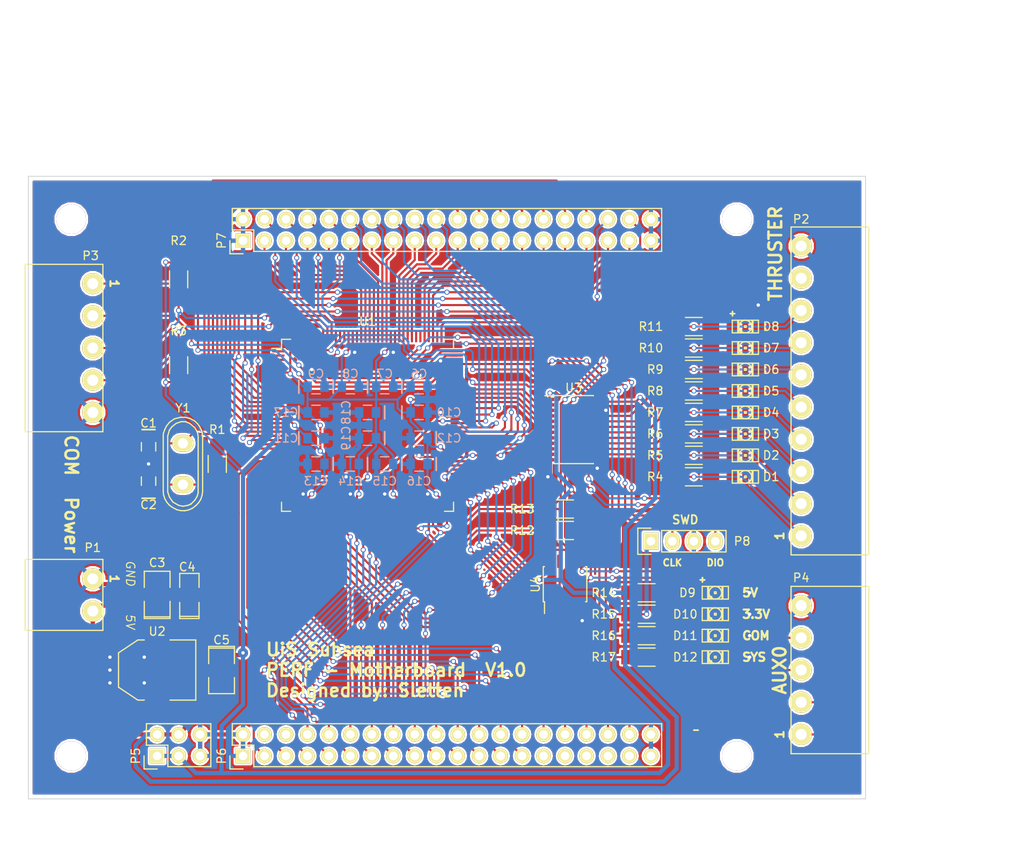
<source format=kicad_pcb>
(kicad_pcb (version 4) (host pcbnew "(after 2015-mar-04 BZR unknown)-product")
  (layers (0 F.Cu signal) (31 B.Cu signal hide) (34 B.Paste user) (35 F.Paste user) (36 B.SilkS user) (37 F.SilkS user) (38 B.Mask user) (39 F.Mask user) (44 Edge.Cuts user))
  (net 0 "")
  (net 1 "Net-(C1-Pad1)")
  (net 2 GND)
  (net 3 "Net-(C2-Pad1)")
  (net 4 +5V)
  (net 5 +3V3)
  (net 6 "Net-(D1-Pad1)")
  (net 7 "Net-(D2-Pad1)")
  (net 8 "Net-(D3-Pad1)")
  (net 9 "Net-(D4-Pad1)")
  (net 10 "Net-(D5-Pad1)")
  (net 11 "Net-(D6-Pad1)")
  (net 12 "Net-(D7-Pad1)")
  (net 13 "Net-(D8-Pad1)")
  (net 14 "Net-(D9-Pad1)")
  (net 15 "Net-(D10-Pad1)")
  (net 16 "Net-(D11-Pad1)")
  (net 17 "Net-(D12-Pad1)")
  (net 18 "Net-(P2-Pad2)")
  (net 19 "Net-(P2-Pad3)")
  (net 20 "Net-(P2-Pad4)")
  (net 21 "Net-(P2-Pad5)")
  (net 22 "Net-(P2-Pad6)")
  (net 23 "Net-(P2-Pad7)")
  (net 24 "Net-(P2-Pad8)")
  (net 25 "USART 1 TX")
  (net 26 "USART 1 RX")
  (net 27 "I2C 1 SMBA")
  (net 28 "I2C 1 SCL")
  (net 29 "TIM 16")
  (net 30 "TIM 17")
  (net 31 "I2C 2 SCL")
  (net 32 "I2C 2 SDA")
  (net 33 GPIO_12)
  (net 34 GPIO_10)
  (net 35 GPIO_13)
  (net 36 GPIO_11)
  (net 37 GPIO_14)
  (net 38 GPIO_15)
  (net 39 "USART 2 TX")
  (net 40 "SPI 1 NSS")
  (net 41 "USART 2 RX")
  (net 42 "SPI 1 SCK")
  (net 43 "USART 2 CK")
  (net 44 "SPI 1 MISO")
  (net 45 "USART 3 TX")
  (net 46 "SPI 1 MOSI")
  (net 47 "USART 3 RX")
  (net 48 "UART 4 TX")
  (net 49 "USART 3 CK")
  (net 50 "UART 4 RX")
  (net 51 "USART 3 CTS")
  (net 52 "UART 5 TX")
  (net 53 GPIO_0)
  (net 54 "UART 5 RX")
  (net 55 GPIO_1)
  (net 56 "TIM 13")
  (net 57 GPIO_2)
  (net 58 "TIM 14")
  (net 59 GPIO_3)
  (net 60 "TIM 12 CH 1")
  (net 61 GPIO_4)
  (net 62 "TIM 12 CH 2")
  (net 63 GPIO_5)
  (net 64 "TIM 15 CH 1")
  (net 65 GPIO_6)
  (net 66 "TIM 15 CH 2")
  (net 67 GPIO_21)
  (net 68 GPIO_22)
  (net 69 GPIO_23)
  (net 70 GPIO_24)
  (net 71 GPIO_16)
  (net 72 GPIO_25)
  (net 73 GPIO_17)
  (net 74 GPIO_26)
  (net 75 GPIO_18)
  (net 76 GPIO_27)
  (net 77 GPIO_19)
  (net 78 GPIO_28)
  (net 79 GPIO_20)
  (net 80 GPIO_29)
  (net 81 "TIM 3 CH 1")
  (net 82 GPIO_30)
  (net 83 "TIM 3 CH 2")
  (net 84 GPIO_31)
  (net 85 "TIM 3 CH 3")
  (net 86 GPIO_7)
  (net 87 "TIM 3 CH 4")
  (net 88 GPIO_8)
  (net 89 "TIM 4 CH 1")
  (net 90 GPIO_9)
  (net 91 "TIM 4 CH 2")
  (net 92 "ADC 10")
  (net 93 "TIM 4 CH 3")
  (net 94 "ADC 11")
  (net 95 "TIM 4 CH 4")
  (net 96 "ADC 12")
  (net 97 "ADC 13")
  (net 98 JTCK-SWCLK)
  (net 99 JTMS-SWDIO)
  (net 100 "Net-(R1-Pad1)")
  (net 101 INT_GPIO_0)
  (net 102 INT_GPIO_1)
  (net 103 INT_GPIO_2)
  (net 104 INT_GPIO_3)
  (net 105 INT_GPIO_4)
  (net 106 INT_GPIO_5)
  (net 107 INT_GPIO_6)
  (net 108 "Net-(U1-Pad7)")
  (net 109 "Net-(U1-Pad8)")
  (net 110 "Net-(U1-Pad9)")
  (net 111 "Net-(U1-Pad25)")
  (net 112 "TIM 2 CH 1")
  (net 113 "TIM 2 CH 2")
  (net 114 "TIM 2 CH 3")
  (net 115 "TIM 2 CH 4")
  (net 116 "ADC 14")
  (net 117 "ADC 15")
  (net 118 "Net-(U1-Pad48)")
  (net 119 "TIM 1 ETR")
  (net 120 "TIM 1 CH1N")
  (net 121 "TIM 1 CH 1")
  (net 122 "TIM 1 CH 2N")
  (net 123 "TIM 1 CH 2")
  (net 124 "TIM 1 CH 3N")
  (net 125 "TIM 1 CH 3")
  (net 126 "TIM 1 CH 4N")
  (net 127 "TIM 1 CH 4")
  (net 128 "USART 1 CK")
  (net 129 "USART 1 CTS")
  (net 130 "USART 1 RTS")
  (net 131 "Net-(U1-Pad106)")
  (net 132 "Net-(U1-Pad110)")
  (net 133 "Net-(U1-Pad114)")
  (net 134 "Net-(U1-Pad115)")
  (net 135 "Net-(U1-Pad133)")
  (net 136 "Net-(U1-Pad134)")
  (net 137 "I2C 1 SDA")
  (net 138 "Net-(U1-Pad138)")
  (net 139 "Net-(U3-Pad23)")
  (net 140 "Net-(P2-Pad1)")
  (net 141 "Net-(P6-Pad29)")
  (net 142 "Net-(P6-Pad4)")
  (net 143 "Net-(P6-Pad6)")
  (net 144 "Net-(P6-Pad31)")
  (net 145 "Net-(P6-Pad33)")
  (net 146 "Net-(P6-Pad35)")
  (net 147 "Net-(P6-Pad37)")
  (net 148 "Net-(P2-Pad9)")
  (net 149 "USART 2 RTS")
  (net 150 "USART 2 CTS")
  (module Mounting_Holes:MountingHole_3-5mm (layer F.Cu) (at 195.58 121.92)
    (fp_text reference "" (at 0 -4.50088) (layer F.SilkS))
    (fp_text value MountingHole_3-5mm)
    (pad 1 thru_hole circle (at 0 0) (size 3.5 3.5) (drill 3.5) (layers))
  )
  (module SMD_Packages:SMD-1210_Pol (layer F.Cu) (at 127 102.87 90)
    (fp_text reference C3 (at 3.81 0 180) (layer F.SilkS))
    (fp_text value 10µF)
    (pad 1 smd rect (at -1.778 0 90) (size 1.778 2.794) (layers F.Cu F.Paste F.Mask) (net 4 +5V))
    (pad 2 smd rect (at 1.778 0 90) (size 1.778 2.794) (layers F.Cu F.Paste F.Mask) (net 2 GND))
  )
  (module SMD_Packages:SMD-1206_Pol (layer F.Cu) (at 130.81 102.87 90)
    (fp_text reference C4 (at 3.302 -0.254 180) (layer F.SilkS))
    (fp_text value 100nF)
    (pad 1 smd rect (at -1.651 0 90) (size 1.524 2.032) (layers F.Cu F.Paste F.Mask) (net 4 +5V))
    (pad 2 smd rect (at 1.651 0 90) (size 1.524 2.032) (layers F.Cu F.Paste F.Mask) (net 2 GND))
  )
  (module SMD_Packages:SMD-1210_Pol (layer F.Cu) (at 134.62 111.76 270)
    (fp_text reference C5 (at -3.556 0 360) (layer F.SilkS))
    (fp_text value 10µF)
    (pad 1 smd rect (at -1.778 0 270) (size 1.778 2.794) (layers F.Cu F.Paste F.Mask) (net 5 +3V3))
    (pad 2 smd rect (at 1.778 0 270) (size 1.778 2.794) (layers F.Cu F.Paste F.Mask) (net 2 GND))
  )
  (module LEDs:LED-1206 (layer F.Cu) (at 196.596 88.9)
    (fp_text reference D1 (at 3.048 0) (layer F.SilkS))
    (fp_text value IND_1)
    (pad 2 smd rect (at 1.41986 0 180) (size 1.59766 1.80086) (layers F.Cu F.Paste F.Mask) (net 2 GND))
    (pad 1 smd rect (at -1.41986 0 180) (size 1.59766 1.80086) (layers F.Cu F.Paste F.Mask) (net 6 "Net-(D1-Pad1)"))
  )
  (module LEDs:LED-1206 (layer F.Cu) (at 196.596 86.36)
    (fp_text reference D2 (at 3.048 0) (layer F.SilkS))
    (fp_text value IND_1)
    (pad 2 smd rect (at 1.41986 0 180) (size 1.59766 1.80086) (layers F.Cu F.Paste F.Mask) (net 2 GND))
    (pad 1 smd rect (at -1.41986 0 180) (size 1.59766 1.80086) (layers F.Cu F.Paste F.Mask) (net 7 "Net-(D2-Pad1)"))
  )
  (module LEDs:LED-1206 (layer F.Cu) (at 196.596 83.82)
    (fp_text reference D3 (at 3.048 0) (layer F.SilkS))
    (fp_text value IND_1)
    (pad 2 smd rect (at 1.41986 0 180) (size 1.59766 1.80086) (layers F.Cu F.Paste F.Mask) (net 2 GND))
    (pad 1 smd rect (at -1.41986 0 180) (size 1.59766 1.80086) (layers F.Cu F.Paste F.Mask) (net 8 "Net-(D3-Pad1)"))
  )
  (module LEDs:LED-1206 (layer F.Cu) (at 196.596 81.28)
    (fp_text reference D4 (at 3.048 0) (layer F.SilkS))
    (fp_text value IND_1)
    (pad 2 smd rect (at 1.41986 0 180) (size 1.59766 1.80086) (layers F.Cu F.Paste F.Mask) (net 2 GND))
    (pad 1 smd rect (at -1.41986 0 180) (size 1.59766 1.80086) (layers F.Cu F.Paste F.Mask) (net 9 "Net-(D4-Pad1)"))
  )
  (module LEDs:LED-1206 (layer F.Cu) (at 196.596 78.74)
    (fp_text reference D5 (at 3.048 0) (layer F.SilkS))
    (fp_text value IND_1)
    (pad 2 smd rect (at 1.41986 0 180) (size 1.59766 1.80086) (layers F.Cu F.Paste F.Mask) (net 2 GND))
    (pad 1 smd rect (at -1.41986 0 180) (size 1.59766 1.80086) (layers F.Cu F.Paste F.Mask) (net 10 "Net-(D5-Pad1)"))
  )
  (module LEDs:LED-1206 (layer F.Cu) (at 196.596 76.2)
    (fp_text reference D6 (at 3.048 0) (layer F.SilkS))
    (fp_text value IND_1)
    (pad 2 smd rect (at 1.41986 0 180) (size 1.59766 1.80086) (layers F.Cu F.Paste F.Mask) (net 2 GND))
    (pad 1 smd rect (at -1.41986 0 180) (size 1.59766 1.80086) (layers F.Cu F.Paste F.Mask) (net 11 "Net-(D6-Pad1)"))
  )
  (module LEDs:LED-1206 (layer F.Cu) (at 196.596 73.66)
    (fp_text reference D7 (at 3.048 0) (layer F.SilkS))
    (fp_text value IND_1)
    (pad 2 smd rect (at 1.41986 0 180) (size 1.59766 1.80086) (layers F.Cu F.Paste F.Mask) (net 2 GND))
    (pad 1 smd rect (at -1.41986 0 180) (size 1.59766 1.80086) (layers F.Cu F.Paste F.Mask) (net 12 "Net-(D7-Pad1)"))
  )
  (module LEDs:LED-1206 (layer F.Cu) (at 196.596 71.12)
    (fp_text reference D8 (at 3.048 0) (layer F.SilkS))
    (fp_text value IND_1)
    (pad 2 smd rect (at 1.41986 0 180) (size 1.59766 1.80086) (layers F.Cu F.Paste F.Mask) (net 2 GND))
    (pad 1 smd rect (at -1.41986 0 180) (size 1.59766 1.80086) (layers F.Cu F.Paste F.Mask) (net 13 "Net-(D8-Pad1)"))
  )
  (module LEDs:LED-1206 (layer F.Cu) (at 193.04 102.616)
    (fp_text reference D9 (at -3.302 0) (layer F.SilkS))
    (fp_text value 5V)
    (pad 2 smd rect (at 1.41986 0 180) (size 1.59766 1.80086) (layers F.Cu F.Paste F.Mask) (net 2 GND))
    (pad 1 smd rect (at -1.41986 0 180) (size 1.59766 1.80086) (layers F.Cu F.Paste F.Mask) (net 14 "Net-(D9-Pad1)"))
  )
  (module LEDs:LED-1206 (layer F.Cu) (at 193.04 105.156)
    (fp_text reference D10 (at -3.556 0) (layer F.SilkS))
    (fp_text value 3.3V)
    (pad 2 smd rect (at 1.41986 0 180) (size 1.59766 1.80086) (layers F.Cu F.Paste F.Mask) (net 2 GND))
    (pad 1 smd rect (at -1.41986 0 180) (size 1.59766 1.80086) (layers F.Cu F.Paste F.Mask) (net 15 "Net-(D10-Pad1)"))
  )
  (module LEDs:LED-1206 (layer F.Cu) (at 193.04 107.696)
    (fp_text reference D11 (at -3.556 0) (layer F.SilkS))
    (fp_text value "Node Com")
    (pad 2 smd rect (at 1.41986 0 180) (size 1.59766 1.80086) (layers F.Cu F.Paste F.Mask) (net 2 GND))
    (pad 1 smd rect (at -1.41986 0 180) (size 1.59766 1.80086) (layers F.Cu F.Paste F.Mask) (net 16 "Net-(D11-Pad1)"))
  )
  (module LEDs:LED-1206 (layer F.Cu) (at 193.04 110.236)
    (fp_text reference D12 (at -3.556 0) (layer F.SilkS))
    (fp_text value "Status 1")
    (pad 2 smd rect (at 1.41986 0 180) (size 1.59766 1.80086) (layers F.Cu F.Paste F.Mask) (net 2 GND))
    (pad 1 smd rect (at -1.41986 0 180) (size 1.59766 1.80086) (layers F.Cu F.Paste F.Mask) (net 17 "Net-(D12-Pad1)"))
  )
  (module Pin_Headers:Pin_Header_Straight_2x03 (layer F.Cu) (at 127 121.92 90)
    (fp_text reference P5 (at 0 -2.54 90) (layer F.SilkS))
    (fp_text value CONN_02X03)
    (pad 1 thru_hole rect (at 0 0 90) (size 1.7272 1.7272) (drill 1.016) (layers *.Cu *.Mask F.SilkS) (net 5 +3V3))
    (pad 2 thru_hole oval (at 2.54 0 90) (size 1.7272 1.7272) (drill 1.016) (layers *.Cu *.Mask F.SilkS) (net 4 +5V))
    (pad 3 thru_hole oval (at 0 2.54 90) (size 1.7272 1.7272) (drill 1.016) (layers *.Cu *.Mask F.SilkS) (net 5 +3V3))
    (pad 4 thru_hole oval (at 2.54 2.54 90) (size 1.7272 1.7272) (drill 1.016) (layers *.Cu *.Mask F.SilkS) (net 4 +5V))
    (pad 5 thru_hole oval (at 0 5.08 90) (size 1.7272 1.7272) (drill 1.016) (layers *.Cu *.Mask F.SilkS) (net 2 GND))
    (pad 6 thru_hole oval (at 2.54 5.08 90) (size 1.7272 1.7272) (drill 1.016) (layers *.Cu *.Mask F.SilkS) (net 2 GND))
  )
  (module Pin_Headers:Pin_Header_Straight_2x20 (layer F.Cu) (at 137.16 121.92 90)
    (fp_text reference P6 (at 0 -2.54 90) (layer F.SilkS))
    (fp_text value CONN_02X20)
    (pad 1 thru_hole rect (at 0 0 90) (size 1.7272 1.7272) (drill 1.016) (layers *.Cu *.Mask F.SilkS) (net 2 GND))
    (pad 2 thru_hole oval (at 2.54 0 90) (size 1.7272 1.7272) (drill 1.016) (layers *.Cu *.Mask F.SilkS) (net 2 GND))
    (pad 3 thru_hole oval (at 0 2.54 90) (size 1.7272 1.7272) (drill 1.016) (layers *.Cu *.Mask F.SilkS) (net 36 GPIO_11))
    (pad 4 thru_hole oval (at 2.54 2.54 90) (size 1.7272 1.7272) (drill 1.016) (layers *.Cu *.Mask F.SilkS) (net 142 "Net-(P6-Pad4)"))
    (pad 5 thru_hole oval (at 0 5.08 90) (size 1.7272 1.7272) (drill 1.016) (layers *.Cu *.Mask F.SilkS) (net 33 GPIO_12))
    (pad 6 thru_hole oval (at 2.54 5.08 90) (size 1.7272 1.7272) (drill 1.016) (layers *.Cu *.Mask F.SilkS) (net 143 "Net-(P6-Pad6)"))
    (pad 7 thru_hole oval (at 0 7.62 90) (size 1.7272 1.7272) (drill 1.016) (layers *.Cu *.Mask F.SilkS) (net 35 GPIO_13))
    (pad 8 thru_hole oval (at 2.54 7.62 90) (size 1.7272 1.7272) (drill 1.016) (layers *.Cu *.Mask F.SilkS) (net 31 "I2C 2 SCL"))
    (pad 9 thru_hole oval (at 0 10.16 90) (size 1.7272 1.7272) (drill 1.016) (layers *.Cu *.Mask F.SilkS) (net 37 GPIO_14))
    (pad 10 thru_hole oval (at 2.54 10.16 90) (size 1.7272 1.7272) (drill 1.016) (layers *.Cu *.Mask F.SilkS) (net 32 "I2C 2 SDA"))
    (pad 11 thru_hole oval (at 0 12.7 90) (size 1.7272 1.7272) (drill 1.016) (layers *.Cu *.Mask F.SilkS) (net 38 GPIO_15))
    (pad 12 thru_hole oval (at 2.54 12.7 90) (size 1.7272 1.7272) (drill 1.016) (layers *.Cu *.Mask F.SilkS) (net 40 "SPI 1 NSS"))
    (pad 13 thru_hole oval (at 0 15.24 90) (size 1.7272 1.7272) (drill 1.016) (layers *.Cu *.Mask F.SilkS) (net 45 "USART 3 TX"))
    (pad 14 thru_hole oval (at 2.54 15.24 90) (size 1.7272 1.7272) (drill 1.016) (layers *.Cu *.Mask F.SilkS) (net 42 "SPI 1 SCK"))
    (pad 15 thru_hole oval (at 0 17.78 90) (size 1.7272 1.7272) (drill 1.016) (layers *.Cu *.Mask F.SilkS) (net 47 "USART 3 RX"))
    (pad 16 thru_hole oval (at 2.54 17.78 90) (size 1.7272 1.7272) (drill 1.016) (layers *.Cu *.Mask F.SilkS) (net 44 "SPI 1 MISO"))
    (pad 17 thru_hole oval (at 0 20.32 90) (size 1.7272 1.7272) (drill 1.016) (layers *.Cu *.Mask F.SilkS) (net 49 "USART 3 CK"))
    (pad 18 thru_hole oval (at 2.54 20.32 90) (size 1.7272 1.7272) (drill 1.016) (layers *.Cu *.Mask F.SilkS) (net 46 "SPI 1 MOSI"))
    (pad 19 thru_hole oval (at 0 22.86 90) (size 1.7272 1.7272) (drill 1.016) (layers *.Cu *.Mask F.SilkS) (net 51 "USART 3 CTS"))
    (pad 20 thru_hole oval (at 2.54 22.86 90) (size 1.7272 1.7272) (drill 1.016) (layers *.Cu *.Mask F.SilkS) (net 112 "TIM 2 CH 1"))
    (pad 21 thru_hole oval (at 0 25.4 90) (size 1.7272 1.7272) (drill 1.016) (layers *.Cu *.Mask F.SilkS) (net 92 "ADC 10"))
    (pad 22 thru_hole oval (at 2.54 25.4 90) (size 1.7272 1.7272) (drill 1.016) (layers *.Cu *.Mask F.SilkS) (net 113 "TIM 2 CH 2"))
    (pad 23 thru_hole oval (at 0 27.94 90) (size 1.7272 1.7272) (drill 1.016) (layers *.Cu *.Mask F.SilkS) (net 94 "ADC 11"))
    (pad 24 thru_hole oval (at 2.54 27.94 90) (size 1.7272 1.7272) (drill 1.016) (layers *.Cu *.Mask F.SilkS) (net 114 "TIM 2 CH 3"))
    (pad 25 thru_hole oval (at 0 30.48 90) (size 1.7272 1.7272) (drill 1.016) (layers *.Cu *.Mask F.SilkS) (net 96 "ADC 12"))
    (pad 26 thru_hole oval (at 2.54 30.48 90) (size 1.7272 1.7272) (drill 1.016) (layers *.Cu *.Mask F.SilkS) (net 115 "TIM 2 CH 4"))
    (pad 27 thru_hole oval (at 0 33.02 90) (size 1.7272 1.7272) (drill 1.016) (layers *.Cu *.Mask F.SilkS) (net 97 "ADC 13"))
    (pad 28 thru_hole oval (at 2.54 33.02 90) (size 1.7272 1.7272) (drill 1.016) (layers *.Cu *.Mask F.SilkS) (net 56 "TIM 13"))
    (pad 29 thru_hole oval (at 0 35.56 90) (size 1.7272 1.7272) (drill 1.016) (layers *.Cu *.Mask F.SilkS) (net 141 "Net-(P6-Pad29)"))
    (pad 30 thru_hole oval (at 2.54 35.56 90) (size 1.7272 1.7272) (drill 1.016) (layers *.Cu *.Mask F.SilkS) (net 58 "TIM 14"))
    (pad 31 thru_hole oval (at 0 38.1 90) (size 1.7272 1.7272) (drill 1.016) (layers *.Cu *.Mask F.SilkS) (net 144 "Net-(P6-Pad31)"))
    (pad 32 thru_hole oval (at 2.54 38.1 90) (size 1.7272 1.7272) (drill 1.016) (layers *.Cu *.Mask F.SilkS) (net 60 "TIM 12 CH 1"))
    (pad 33 thru_hole oval (at 0 40.64 90) (size 1.7272 1.7272) (drill 1.016) (layers *.Cu *.Mask F.SilkS) (net 145 "Net-(P6-Pad33)"))
    (pad 34 thru_hole oval (at 2.54 40.64 90) (size 1.7272 1.7272) (drill 1.016) (layers *.Cu *.Mask F.SilkS) (net 62 "TIM 12 CH 2"))
    (pad 35 thru_hole oval (at 0 43.18 90) (size 1.7272 1.7272) (drill 1.016) (layers *.Cu *.Mask F.SilkS) (net 146 "Net-(P6-Pad35)"))
    (pad 36 thru_hole oval (at 2.54 43.18 90) (size 1.7272 1.7272) (drill 1.016) (layers *.Cu *.Mask F.SilkS) (net 64 "TIM 15 CH 1"))
    (pad 37 thru_hole oval (at 0 45.72 90) (size 1.7272 1.7272) (drill 1.016) (layers *.Cu *.Mask F.SilkS) (net 147 "Net-(P6-Pad37)"))
    (pad 38 thru_hole oval (at 2.54 45.72 90) (size 1.7272 1.7272) (drill 1.016) (layers *.Cu *.Mask F.SilkS) (net 66 "TIM 15 CH 2"))
    (pad 39 thru_hole oval (at 0 48.26 90) (size 1.7272 1.7272) (drill 1.016) (layers *.Cu *.Mask F.SilkS) (net 2 GND))
    (pad 40 thru_hole oval (at 2.54 48.26 90) (size 1.7272 1.7272) (drill 1.016) (layers *.Cu *.Mask F.SilkS) (net 2 GND))
  )
  (module Pin_Headers:Pin_Header_Straight_2x20 (layer F.Cu) (at 137.16 60.96 90)
    (fp_text reference P7 (at 0 -2.54 90) (layer F.SilkS))
    (fp_text value CONN_02X20)
    (pad 1 thru_hole rect (at 0 0 90) (size 1.7272 1.7272) (drill 1.016) (layers *.Cu *.Mask F.SilkS) (net 2 GND))
    (pad 2 thru_hole oval (at 2.54 0 90) (size 1.7272 1.7272) (drill 1.016) (layers *.Cu *.Mask F.SilkS) (net 2 GND))
    (pad 3 thru_hole oval (at 0 2.54 90) (size 1.7272 1.7272) (drill 1.016) (layers *.Cu *.Mask F.SilkS) (net 80 GPIO_29))
    (pad 4 thru_hole oval (at 2.54 2.54 90) (size 1.7272 1.7272) (drill 1.016) (layers *.Cu *.Mask F.SilkS) (net 67 GPIO_21))
    (pad 5 thru_hole oval (at 0 5.08 90) (size 1.7272 1.7272) (drill 1.016) (layers *.Cu *.Mask F.SilkS) (net 78 GPIO_28))
    (pad 6 thru_hole oval (at 2.54 5.08 90) (size 1.7272 1.7272) (drill 1.016) (layers *.Cu *.Mask F.SilkS) (net 68 GPIO_22))
    (pad 7 thru_hole oval (at 0 7.62 90) (size 1.7272 1.7272) (drill 1.016) (layers *.Cu *.Mask F.SilkS) (net 76 GPIO_27))
    (pad 8 thru_hole oval (at 2.54 7.62 90) (size 1.7272 1.7272) (drill 1.016) (layers *.Cu *.Mask F.SilkS) (net 69 GPIO_23))
    (pad 9 thru_hole oval (at 0 10.16 90) (size 1.7272 1.7272) (drill 1.016) (layers *.Cu *.Mask F.SilkS) (net 74 GPIO_26))
    (pad 10 thru_hole oval (at 2.54 10.16 90) (size 1.7272 1.7272) (drill 1.016) (layers *.Cu *.Mask F.SilkS) (net 70 GPIO_24))
    (pad 11 thru_hole oval (at 0 12.7 90) (size 1.7272 1.7272) (drill 1.016) (layers *.Cu *.Mask F.SilkS) (net 72 GPIO_25))
    (pad 12 thru_hole oval (at 2.54 12.7 90) (size 1.7272 1.7272) (drill 1.016) (layers *.Cu *.Mask F.SilkS) (net 79 GPIO_20))
    (pad 13 thru_hole oval (at 0 15.24 90) (size 1.7272 1.7272) (drill 1.016) (layers *.Cu *.Mask F.SilkS) (net 43 "USART 2 CK"))
    (pad 14 thru_hole oval (at 2.54 15.24 90) (size 1.7272 1.7272) (drill 1.016) (layers *.Cu *.Mask F.SilkS) (net 77 GPIO_19))
    (pad 15 thru_hole oval (at 0 17.78 90) (size 1.7272 1.7272) (drill 1.016) (layers *.Cu *.Mask F.SilkS) (net 41 "USART 2 RX"))
    (pad 16 thru_hole oval (at 2.54 17.78 90) (size 1.7272 1.7272) (drill 1.016) (layers *.Cu *.Mask F.SilkS) (net 75 GPIO_18))
    (pad 17 thru_hole oval (at 0 20.32 90) (size 1.7272 1.7272) (drill 1.016) (layers *.Cu *.Mask F.SilkS) (net 39 "USART 2 TX"))
    (pad 18 thru_hole oval (at 2.54 20.32 90) (size 1.7272 1.7272) (drill 1.016) (layers *.Cu *.Mask F.SilkS) (net 73 GPIO_17))
    (pad 19 thru_hole oval (at 0 22.86 90) (size 1.7272 1.7272) (drill 1.016) (layers *.Cu *.Mask F.SilkS) (net 149 "USART 2 RTS"))
    (pad 20 thru_hole oval (at 2.54 22.86 90) (size 1.7272 1.7272) (drill 1.016) (layers *.Cu *.Mask F.SilkS) (net 71 GPIO_16))
    (pad 21 thru_hole oval (at 0 25.4 90) (size 1.7272 1.7272) (drill 1.016) (layers *.Cu *.Mask F.SilkS) (net 150 "USART 2 CTS"))
    (pad 22 thru_hole oval (at 2.54 25.4 90) (size 1.7272 1.7272) (drill 1.016) (layers *.Cu *.Mask F.SilkS) (net 53 GPIO_0))
    (pad 23 thru_hole oval (at 0 27.94 90) (size 1.7272 1.7272) (drill 1.016) (layers *.Cu *.Mask F.SilkS) (net 54 "UART 5 RX"))
    (pad 24 thru_hole oval (at 2.54 27.94 90) (size 1.7272 1.7272) (drill 1.016) (layers *.Cu *.Mask F.SilkS) (net 55 GPIO_1))
    (pad 25 thru_hole oval (at 0 30.48 90) (size 1.7272 1.7272) (drill 1.016) (layers *.Cu *.Mask F.SilkS) (net 52 "UART 5 TX"))
    (pad 26 thru_hole oval (at 2.54 30.48 90) (size 1.7272 1.7272) (drill 1.016) (layers *.Cu *.Mask F.SilkS) (net 57 GPIO_2))
    (pad 27 thru_hole oval (at 0 33.02 90) (size 1.7272 1.7272) (drill 1.016) (layers *.Cu *.Mask F.SilkS) (net 50 "UART 4 RX"))
    (pad 28 thru_hole oval (at 2.54 33.02 90) (size 1.7272 1.7272) (drill 1.016) (layers *.Cu *.Mask F.SilkS) (net 59 GPIO_3))
    (pad 29 thru_hole oval (at 0 35.56 90) (size 1.7272 1.7272) (drill 1.016) (layers *.Cu *.Mask F.SilkS) (net 48 "UART 4 TX"))
    (pad 30 thru_hole oval (at 2.54 35.56 90) (size 1.7272 1.7272) (drill 1.016) (layers *.Cu *.Mask F.SilkS) (net 61 GPIO_4))
    (pad 31 thru_hole oval (at 0 38.1 90) (size 1.7272 1.7272) (drill 1.016) (layers *.Cu *.Mask F.SilkS) (net 86 GPIO_7))
    (pad 32 thru_hole oval (at 2.54 38.1 90) (size 1.7272 1.7272) (drill 1.016) (layers *.Cu *.Mask F.SilkS) (net 63 GPIO_5))
    (pad 33 thru_hole oval (at 0 40.64 90) (size 1.7272 1.7272) (drill 1.016) (layers *.Cu *.Mask F.SilkS) (net 88 GPIO_8))
    (pad 34 thru_hole oval (at 2.54 40.64 90) (size 1.7272 1.7272) (drill 1.016) (layers *.Cu *.Mask F.SilkS) (net 65 GPIO_6))
    (pad 35 thru_hole oval (at 0 43.18 90) (size 1.7272 1.7272) (drill 1.016) (layers *.Cu *.Mask F.SilkS) (net 90 GPIO_9))
    (pad 36 thru_hole oval (at 2.54 43.18 90) (size 1.7272 1.7272) (drill 1.016) (layers *.Cu *.Mask F.SilkS) (net 31 "I2C 2 SCL"))
    (pad 37 thru_hole oval (at 0 45.72 90) (size 1.7272 1.7272) (drill 1.016) (layers *.Cu *.Mask F.SilkS) (net 34 GPIO_10))
    (pad 38 thru_hole oval (at 2.54 45.72 90) (size 1.7272 1.7272) (drill 1.016) (layers *.Cu *.Mask F.SilkS) (net 32 "I2C 2 SDA"))
    (pad 39 thru_hole oval (at 0 48.26 90) (size 1.7272 1.7272) (drill 1.016) (layers *.Cu *.Mask F.SilkS) (net 2 GND))
    (pad 40 thru_hole oval (at 2.54 48.26 90) (size 1.7272 1.7272) (drill 1.016) (layers *.Cu *.Mask F.SilkS) (net 2 GND))
  )
  (module Pin_Headers:Pin_Header_Straight_1x04 (layer F.Cu) (at 185.42 96.52 90)
    (fp_text reference P8 (at 0 10.795 180) (layer F.SilkS))
    (fp_text value CONN_01X04)
    (pad 1 thru_hole rect (at 0 0 90) (size 2.032 1.7272) (drill 1.016) (layers *.Cu *.Mask F.SilkS) (net 5 +3V3))
    (pad 2 thru_hole oval (at 0 2.54 90) (size 2.032 1.7272) (drill 1.016) (layers *.Cu *.Mask F.SilkS) (net 98 JTCK-SWCLK))
    (pad 3 thru_hole oval (at 0 5.08 90) (size 2.032 1.7272) (drill 1.016) (layers *.Cu *.Mask F.SilkS) (net 2 GND))
    (pad 4 thru_hole oval (at 0 7.62 90) (size 2.032 1.7272) (drill 1.016) (layers *.Cu *.Mask F.SilkS) (net 99 JTMS-SWDIO))
  )
  (module Resistors_SMD:R_1206_HandSoldering (layer F.Cu) (at 134.112 87.376 270)
    (fp_text reference R1 (at -4.064 0 360) (layer F.SilkS))
    (fp_text value 40)
    (pad 1 smd rect (at -2 0 270) (size 2 1.7) (layers F.Cu F.Paste F.Mask) (net 100 "Net-(R1-Pad1)"))
    (pad 2 smd rect (at 2 0 270) (size 2 1.7) (layers F.Cu F.Paste F.Mask) (net 3 "Net-(C2-Pad1)"))
  )
  (module Resistors_SMD:R_1206_HandSoldering (layer F.Cu) (at 129.54 65.532 270)
    (fp_text reference R2 (at -4.572 0 360) (layer F.SilkS))
    (fp_text value 4,7k)
    (pad 1 smd rect (at -2 0 270) (size 2 1.7) (layers F.Cu F.Paste F.Mask) (net 5 +3V3))
    (pad 2 smd rect (at 2 0 270) (size 2 1.7) (layers F.Cu F.Paste F.Mask) (net 27 "I2C 1 SMBA"))
  )
  (module Resistors_SMD:R_1206_HandSoldering (layer F.Cu) (at 129.54 75.692 90)
    (fp_text reference R3 (at 4.064 0 180) (layer F.SilkS))
    (fp_text value 4,7k)
    (pad 1 smd rect (at -2 0 90) (size 2 1.7) (layers F.Cu F.Paste F.Mask) (net 5 +3V3))
    (pad 2 smd rect (at 2 0 90) (size 2 1.7) (layers F.Cu F.Paste F.Mask) (net 28 "I2C 1 SCL"))
  )
  (module Resistors_SMD:R_1206_HandSoldering (layer F.Cu) (at 190.5 88.9 180)
    (fp_text reference R4 (at 4.572 0 180) (layer F.SilkS))
    (fp_text value "LED R")
    (pad 1 smd rect (at -2 0 180) (size 2 1.7) (layers F.Cu F.Paste F.Mask) (net 6 "Net-(D1-Pad1)"))
    (pad 2 smd rect (at 2 0 180) (size 2 1.7) (layers F.Cu F.Paste F.Mask) (net 140 "Net-(P2-Pad1)"))
  )
  (module Resistors_SMD:R_1206_HandSoldering (layer F.Cu) (at 190.5 86.36 180)
    (fp_text reference R5 (at 4.572 0 180) (layer F.SilkS))
    (fp_text value "LED R")
    (pad 1 smd rect (at -2 0 180) (size 2 1.7) (layers F.Cu F.Paste F.Mask) (net 7 "Net-(D2-Pad1)"))
    (pad 2 smd rect (at 2 0 180) (size 2 1.7) (layers F.Cu F.Paste F.Mask) (net 18 "Net-(P2-Pad2)"))
  )
  (module Resistors_SMD:R_1206_HandSoldering (layer F.Cu) (at 190.5 83.82 180)
    (fp_text reference R6 (at 4.572 0 180) (layer F.SilkS))
    (fp_text value "LED R")
    (pad 1 smd rect (at -2 0 180) (size 2 1.7) (layers F.Cu F.Paste F.Mask) (net 8 "Net-(D3-Pad1)"))
    (pad 2 smd rect (at 2 0 180) (size 2 1.7) (layers F.Cu F.Paste F.Mask) (net 19 "Net-(P2-Pad3)"))
  )
  (module Resistors_SMD:R_1206_HandSoldering (layer F.Cu) (at 190.5 81.28 180)
    (fp_text reference R7 (at 4.572 0 180) (layer F.SilkS))
    (fp_text value "LED R")
    (pad 1 smd rect (at -2 0 180) (size 2 1.7) (layers F.Cu F.Paste F.Mask) (net 9 "Net-(D4-Pad1)"))
    (pad 2 smd rect (at 2 0 180) (size 2 1.7) (layers F.Cu F.Paste F.Mask) (net 20 "Net-(P2-Pad4)"))
  )
  (module Resistors_SMD:R_1206_HandSoldering (layer F.Cu) (at 190.5 78.74 180)
    (fp_text reference R8 (at 4.572 0 180) (layer F.SilkS))
    (fp_text value "LED R")
    (pad 1 smd rect (at -2 0 180) (size 2 1.7) (layers F.Cu F.Paste F.Mask) (net 10 "Net-(D5-Pad1)"))
    (pad 2 smd rect (at 2 0 180) (size 2 1.7) (layers F.Cu F.Paste F.Mask) (net 21 "Net-(P2-Pad5)"))
  )
  (module Resistors_SMD:R_1206_HandSoldering (layer F.Cu) (at 190.5 76.2 180)
    (fp_text reference R9 (at 4.572 0 180) (layer F.SilkS))
    (fp_text value "LED R")
    (pad 1 smd rect (at -2 0 180) (size 2 1.7) (layers F.Cu F.Paste F.Mask) (net 11 "Net-(D6-Pad1)"))
    (pad 2 smd rect (at 2 0 180) (size 2 1.7) (layers F.Cu F.Paste F.Mask) (net 22 "Net-(P2-Pad6)"))
  )
  (module Resistors_SMD:R_1206_HandSoldering (layer F.Cu) (at 190.5 73.66 180)
    (fp_text reference R10 (at 5.08 0 180) (layer F.SilkS))
    (fp_text value "LED R")
    (pad 1 smd rect (at -2 0 180) (size 2 1.7) (layers F.Cu F.Paste F.Mask) (net 12 "Net-(D7-Pad1)"))
    (pad 2 smd rect (at 2 0 180) (size 2 1.7) (layers F.Cu F.Paste F.Mask) (net 23 "Net-(P2-Pad7)"))
  )
  (module Resistors_SMD:R_1206_HandSoldering (layer F.Cu) (at 190.5 71.12 180)
    (fp_text reference R11 (at 5.08 0 180) (layer F.SilkS))
    (fp_text value "LED R")
    (pad 1 smd rect (at -2 0 180) (size 2 1.7) (layers F.Cu F.Paste F.Mask) (net 13 "Net-(D8-Pad1)"))
    (pad 2 smd rect (at 2 0 180) (size 2 1.7) (layers F.Cu F.Paste F.Mask) (net 24 "Net-(P2-Pad8)"))
  )
  (module Resistors_SMD:R_1206_HandSoldering (layer F.Cu) (at 175.26 95.25 180)
    (fp_text reference R12 (at 5.08 0 180) (layer F.SilkS))
    (fp_text value R)
    (pad 1 smd rect (at -2 0 180) (size 2 1.7) (layers F.Cu F.Paste F.Mask) (net 5 +3V3))
    (pad 2 smd rect (at 2 0 180) (size 2 1.7) (layers F.Cu F.Paste F.Mask) (net 31 "I2C 2 SCL"))
  )
  (module Resistors_SMD:R_1206_HandSoldering (layer F.Cu) (at 175.26 92.71 180)
    (fp_text reference R13 (at 5.08 0 180) (layer F.SilkS))
    (fp_text value R)
    (pad 1 smd rect (at -2 0 180) (size 2 1.7) (layers F.Cu F.Paste F.Mask) (net 5 +3V3))
    (pad 2 smd rect (at 2 0 180) (size 2 1.7) (layers F.Cu F.Paste F.Mask) (net 32 "I2C 2 SDA"))
  )
  (module Resistors_SMD:R_1206_HandSoldering (layer F.Cu) (at 184.912 102.616 180)
    (fp_text reference R14 (at 5.08 0 180) (layer F.SilkS))
    (fp_text value "Led R")
    (pad 1 smd rect (at -2 0 180) (size 2 1.7) (layers F.Cu F.Paste F.Mask) (net 14 "Net-(D9-Pad1)"))
    (pad 2 smd rect (at 2 0 180) (size 2 1.7) (layers F.Cu F.Paste F.Mask) (net 4 +5V))
  )
  (module Resistors_SMD:R_1206_HandSoldering (layer F.Cu) (at 184.912 105.156 180)
    (fp_text reference R15 (at 5.08 0 180) (layer F.SilkS))
    (fp_text value "Led R")
    (pad 1 smd rect (at -2 0 180) (size 2 1.7) (layers F.Cu F.Paste F.Mask) (net 15 "Net-(D10-Pad1)"))
    (pad 2 smd rect (at 2 0 180) (size 2 1.7) (layers F.Cu F.Paste F.Mask) (net 5 +3V3))
  )
  (module Resistors_SMD:R_1206_HandSoldering (layer F.Cu) (at 184.912 107.696 180)
    (fp_text reference R16 (at 5.08 0 180) (layer F.SilkS))
    (fp_text value "Led R")
    (pad 1 smd rect (at -2 0 180) (size 2 1.7) (layers F.Cu F.Paste F.Mask) (net 16 "Net-(D11-Pad1)"))
    (pad 2 smd rect (at 2 0 180) (size 2 1.7) (layers F.Cu F.Paste F.Mask) (net 101 INT_GPIO_0))
  )
  (module Resistors_SMD:R_1206_HandSoldering (layer F.Cu) (at 184.912 110.236 180)
    (fp_text reference R17 (at 5.08 0 180) (layer F.SilkS))
    (fp_text value "Led R")
    (pad 1 smd rect (at -2 0 180) (size 2 1.7) (layers F.Cu F.Paste F.Mask) (net 17 "Net-(D12-Pad1)"))
    (pad 2 smd rect (at 2 0 180) (size 2 1.7) (layers F.Cu F.Paste F.Mask) (net 102 INT_GPIO_1))
  )
  (module Housings_QFP:TQFP-144_20x20mm_Pitch0.5mm (layer F.Cu) (at 151.892 82.804)
    (fp_text reference U1 (at 0 -12.275) (layer F.SilkS))
    (fp_text value STM32F100ZE)
    (pad 1 smd rect (at -10.55 -8.75) (size 1.45 0.25) (layers F.Cu F.Paste F.Mask) (net 103 INT_GPIO_2))
    (pad 2 smd rect (at -10.55 -8.25) (size 1.45 0.25) (layers F.Cu F.Paste F.Mask) (net 104 INT_GPIO_3))
    (pad 3 smd rect (at -10.55 -7.75) (size 1.45 0.25) (layers F.Cu F.Paste F.Mask) (net 105 INT_GPIO_4))
    (pad 4 smd rect (at -10.55 -7.25) (size 1.45 0.25) (layers F.Cu F.Paste F.Mask) (net 106 INT_GPIO_5))
    (pad 5 smd rect (at -10.55 -6.75) (size 1.45 0.25) (layers F.Cu F.Paste F.Mask) (net 107 INT_GPIO_6))
    (pad 6 smd rect (at -10.55 -6.25) (size 1.45 0.25) (layers F.Cu F.Paste F.Mask) (net 5 +3V3))
    (pad 7 smd rect (at -10.55 -5.75) (size 1.45 0.25) (layers F.Cu F.Paste F.Mask) (net 108 "Net-(U1-Pad7)"))
    (pad 8 smd rect (at -10.55 -5.25) (size 1.45 0.25) (layers F.Cu F.Paste F.Mask) (net 109 "Net-(U1-Pad8)"))
    (pad 9 smd rect (at -10.55 -4.75) (size 1.45 0.25) (layers F.Cu F.Paste F.Mask) (net 110 "Net-(U1-Pad9)"))
    (pad 10 smd rect (at -10.55 -4.25) (size 1.45 0.25) (layers F.Cu F.Paste F.Mask) (net 53 GPIO_0))
    (pad 11 smd rect (at -10.55 -3.75) (size 1.45 0.25) (layers F.Cu F.Paste F.Mask) (net 55 GPIO_1))
    (pad 12 smd rect (at -10.55 -3.25) (size 1.45 0.25) (layers F.Cu F.Paste F.Mask) (net 57 GPIO_2))
    (pad 13 smd rect (at -10.55 -2.75) (size 1.45 0.25) (layers F.Cu F.Paste F.Mask) (net 59 GPIO_3))
    (pad 14 smd rect (at -10.55 -2.25) (size 1.45 0.25) (layers F.Cu F.Paste F.Mask) (net 61 GPIO_4))
    (pad 15 smd rect (at -10.55 -1.75) (size 1.45 0.25) (layers F.Cu F.Paste F.Mask) (net 63 GPIO_5))
    (pad 16 smd rect (at -10.55 -1.25) (size 1.45 0.25) (layers F.Cu F.Paste F.Mask) (net 2 GND))
    (pad 17 smd rect (at -10.55 -0.75) (size 1.45 0.25) (layers F.Cu F.Paste F.Mask) (net 5 +3V3))
    (pad 18 smd rect (at -10.55 -0.25) (size 1.45 0.25) (layers F.Cu F.Paste F.Mask) (net 65 GPIO_6))
    (pad 19 smd rect (at -10.55 0.25) (size 1.45 0.25) (layers F.Cu F.Paste F.Mask) (net 86 GPIO_7))
    (pad 20 smd rect (at -10.55 0.75) (size 1.45 0.25) (layers F.Cu F.Paste F.Mask) (net 88 GPIO_8))
    (pad 21 smd rect (at -10.55 1.25) (size 1.45 0.25) (layers F.Cu F.Paste F.Mask) (net 90 GPIO_9))
    (pad 22 smd rect (at -10.55 1.75) (size 1.45 0.25) (layers F.Cu F.Paste F.Mask) (net 34 GPIO_10))
    (pad 23 smd rect (at -10.55 2.25) (size 1.45 0.25) (layers F.Cu F.Paste F.Mask) (net 1 "Net-(C1-Pad1)"))
    (pad 24 smd rect (at -10.55 2.75) (size 1.45 0.25) (layers F.Cu F.Paste F.Mask) (net 100 "Net-(R1-Pad1)"))
    (pad 25 smd rect (at -10.55 3.25) (size 1.45 0.25) (layers F.Cu F.Paste F.Mask) (net 111 "Net-(U1-Pad25)"))
    (pad 26 smd rect (at -10.55 3.75) (size 1.45 0.25) (layers F.Cu F.Paste F.Mask) (net 92 "ADC 10"))
    (pad 27 smd rect (at -10.55 4.25) (size 1.45 0.25) (layers F.Cu F.Paste F.Mask) (net 94 "ADC 11"))
    (pad 28 smd rect (at -10.55 4.75) (size 1.45 0.25) (layers F.Cu F.Paste F.Mask) (net 96 "ADC 12"))
    (pad 29 smd rect (at -10.55 5.25) (size 1.45 0.25) (layers F.Cu F.Paste F.Mask) (net 97 "ADC 13"))
    (pad 30 smd rect (at -10.55 5.75) (size 1.45 0.25) (layers F.Cu F.Paste F.Mask) (net 2 GND))
    (pad 31 smd rect (at -10.55 6.25) (size 1.45 0.25) (layers F.Cu F.Paste F.Mask) (net 2 GND))
    (pad 32 smd rect (at -10.55 6.75) (size 1.45 0.25) (layers F.Cu F.Paste F.Mask) (net 5 +3V3))
    (pad 33 smd rect (at -10.55 7.25) (size 1.45 0.25) (layers F.Cu F.Paste F.Mask) (net 5 +3V3))
    (pad 34 smd rect (at -10.55 7.75) (size 1.45 0.25) (layers F.Cu F.Paste F.Mask) (net 112 "TIM 2 CH 1"))
    (pad 35 smd rect (at -10.55 8.25) (size 1.45 0.25) (layers F.Cu F.Paste F.Mask) (net 113 "TIM 2 CH 2"))
    (pad 36 smd rect (at -10.55 8.75) (size 1.45 0.25) (layers F.Cu F.Paste F.Mask) (net 114 "TIM 2 CH 3"))
    (pad 37 smd rect (at -8.75 10.55 90) (size 1.45 0.25) (layers F.Cu F.Paste F.Mask) (net 115 "TIM 2 CH 4"))
    (pad 38 smd rect (at -8.25 10.55 90) (size 1.45 0.25) (layers F.Cu F.Paste F.Mask) (net 2 GND))
    (pad 39 smd rect (at -7.75 10.55 90) (size 1.45 0.25) (layers F.Cu F.Paste F.Mask) (net 5 +3V3))
    (pad 40 smd rect (at -7.25 10.55 90) (size 1.45 0.25) (layers F.Cu F.Paste F.Mask) (net 40 "SPI 1 NSS"))
    (pad 41 smd rect (at -6.75 10.55 90) (size 1.45 0.25) (layers F.Cu F.Paste F.Mask) (net 42 "SPI 1 SCK"))
    (pad 42 smd rect (at -6.25 10.55 90) (size 1.45 0.25) (layers F.Cu F.Paste F.Mask) (net 44 "SPI 1 MISO"))
    (pad 43 smd rect (at -5.75 10.55 90) (size 1.45 0.25) (layers F.Cu F.Paste F.Mask) (net 46 "SPI 1 MOSI"))
    (pad 44 smd rect (at -5.25 10.55 90) (size 1.45 0.25) (layers F.Cu F.Paste F.Mask) (net 116 "ADC 14"))
    (pad 45 smd rect (at -4.75 10.55 90) (size 1.45 0.25) (layers F.Cu F.Paste F.Mask) (net 117 "ADC 15"))
    (pad 46 smd rect (at -4.25 10.55 90) (size 1.45 0.25) (layers F.Cu F.Paste F.Mask) (net 56 "TIM 13"))
    (pad 47 smd rect (at -3.75 10.55 90) (size 1.45 0.25) (layers F.Cu F.Paste F.Mask) (net 58 "TIM 14"))
    (pad 48 smd rect (at -3.25 10.55 90) (size 1.45 0.25) (layers F.Cu F.Paste F.Mask) (net 118 "Net-(U1-Pad48)"))
    (pad 49 smd rect (at -2.75 10.55 90) (size 1.45 0.25) (layers F.Cu F.Paste F.Mask) (net 36 GPIO_11))
    (pad 50 smd rect (at -2.25 10.55 90) (size 1.45 0.25) (layers F.Cu F.Paste F.Mask) (net 33 GPIO_12))
    (pad 51 smd rect (at -1.75 10.55 90) (size 1.45 0.25) (layers F.Cu F.Paste F.Mask) (net 2 GND))
    (pad 52 smd rect (at -1.25 10.55 90) (size 1.45 0.25) (layers F.Cu F.Paste F.Mask) (net 5 +3V3))
    (pad 53 smd rect (at -0.75 10.55 90) (size 1.45 0.25) (layers F.Cu F.Paste F.Mask) (net 35 GPIO_13))
    (pad 54 smd rect (at -0.25 10.55 90) (size 1.45 0.25) (layers F.Cu F.Paste F.Mask) (net 37 GPIO_14))
    (pad 55 smd rect (at 0.25 10.55 90) (size 1.45 0.25) (layers F.Cu F.Paste F.Mask) (net 38 GPIO_15))
    (pad 56 smd rect (at 0.75 10.55 90) (size 1.45 0.25) (layers F.Cu F.Paste F.Mask) (net 71 GPIO_16))
    (pad 57 smd rect (at 1.25 10.55 90) (size 1.45 0.25) (layers F.Cu F.Paste F.Mask) (net 73 GPIO_17))
    (pad 58 smd rect (at 1.75 10.55 90) (size 1.45 0.25) (layers F.Cu F.Paste F.Mask) (net 119 "TIM 1 ETR"))
    (pad 59 smd rect (at 2.25 10.55 90) (size 1.45 0.25) (layers F.Cu F.Paste F.Mask) (net 120 "TIM 1 CH1N"))
    (pad 60 smd rect (at 2.75 10.55 90) (size 1.45 0.25) (layers F.Cu F.Paste F.Mask) (net 121 "TIM 1 CH 1"))
    (pad 61 smd rect (at 3.25 10.55 90) (size 1.45 0.25) (layers F.Cu F.Paste F.Mask) (net 2 GND))
    (pad 62 smd rect (at 3.75 10.55 90) (size 1.45 0.25) (layers F.Cu F.Paste F.Mask) (net 5 +3V3))
    (pad 63 smd rect (at 4.25 10.55 90) (size 1.45 0.25) (layers F.Cu F.Paste F.Mask) (net 122 "TIM 1 CH 2N"))
    (pad 64 smd rect (at 4.75 10.55 90) (size 1.45 0.25) (layers F.Cu F.Paste F.Mask) (net 123 "TIM 1 CH 2"))
    (pad 65 smd rect (at 5.25 10.55 90) (size 1.45 0.25) (layers F.Cu F.Paste F.Mask) (net 124 "TIM 1 CH 3N"))
    (pad 66 smd rect (at 5.75 10.55 90) (size 1.45 0.25) (layers F.Cu F.Paste F.Mask) (net 125 "TIM 1 CH 3"))
    (pad 67 smd rect (at 6.25 10.55 90) (size 1.45 0.25) (layers F.Cu F.Paste F.Mask) (net 126 "TIM 1 CH 4N"))
    (pad 68 smd rect (at 6.75 10.55 90) (size 1.45 0.25) (layers F.Cu F.Paste F.Mask) (net 127 "TIM 1 CH 4"))
    (pad 69 smd rect (at 7.25 10.55 90) (size 1.45 0.25) (layers F.Cu F.Paste F.Mask) (net 31 "I2C 2 SCL"))
    (pad 70 smd rect (at 7.75 10.55 90) (size 1.45 0.25) (layers F.Cu F.Paste F.Mask) (net 32 "I2C 2 SDA"))
    (pad 71 smd rect (at 8.25 10.55 90) (size 1.45 0.25) (layers F.Cu F.Paste F.Mask) (net 2 GND))
    (pad 72 smd rect (at 8.75 10.55 90) (size 1.45 0.25) (layers F.Cu F.Paste F.Mask) (net 5 +3V3))
    (pad 73 smd rect (at 10.55 8.75) (size 1.45 0.25) (layers F.Cu F.Paste F.Mask) (net 60 "TIM 12 CH 1"))
    (pad 74 smd rect (at 10.55 8.25) (size 1.45 0.25) (layers F.Cu F.Paste F.Mask) (net 62 "TIM 12 CH 2"))
    (pad 75 smd rect (at 10.55 7.75) (size 1.45 0.25) (layers F.Cu F.Paste F.Mask) (net 64 "TIM 15 CH 1"))
    (pad 76 smd rect (at 10.55 7.25) (size 1.45 0.25) (layers F.Cu F.Paste F.Mask) (net 66 "TIM 15 CH 2"))
    (pad 77 smd rect (at 10.55 6.75) (size 1.45 0.25) (layers F.Cu F.Paste F.Mask) (net 45 "USART 3 TX"))
    (pad 78 smd rect (at 10.55 6.25) (size 1.45 0.25) (layers F.Cu F.Paste F.Mask) (net 47 "USART 3 RX"))
    (pad 79 smd rect (at 10.55 5.75) (size 1.45 0.25) (layers F.Cu F.Paste F.Mask) (net 49 "USART 3 CK"))
    (pad 80 smd rect (at 10.55 5.25) (size 1.45 0.25) (layers F.Cu F.Paste F.Mask) (net 51 "USART 3 CTS"))
    (pad 81 smd rect (at 10.55 4.75) (size 1.45 0.25) (layers F.Cu F.Paste F.Mask) (net 89 "TIM 4 CH 1"))
    (pad 82 smd rect (at 10.55 4.25) (size 1.45 0.25) (layers F.Cu F.Paste F.Mask) (net 91 "TIM 4 CH 2"))
    (pad 83 smd rect (at 10.55 3.75) (size 1.45 0.25) (layers F.Cu F.Paste F.Mask) (net 2 GND))
    (pad 84 smd rect (at 10.55 3.25) (size 1.45 0.25) (layers F.Cu F.Paste F.Mask) (net 5 +3V3))
    (pad 85 smd rect (at 10.55 2.75) (size 1.45 0.25) (layers F.Cu F.Paste F.Mask) (net 93 "TIM 4 CH 3"))
    (pad 86 smd rect (at 10.55 2.25) (size 1.45 0.25) (layers F.Cu F.Paste F.Mask) (net 95 "TIM 4 CH 4"))
    (pad 87 smd rect (at 10.55 1.75) (size 1.45 0.25) (layers F.Cu F.Paste F.Mask) (net 75 GPIO_18))
    (pad 88 smd rect (at 10.55 1.25) (size 1.45 0.25) (layers F.Cu F.Paste F.Mask) (net 77 GPIO_19))
    (pad 89 smd rect (at 10.55 0.75) (size 1.45 0.25) (layers F.Cu F.Paste F.Mask) (net 79 GPIO_20))
    (pad 90 smd rect (at 10.55 0.25) (size 1.45 0.25) (layers F.Cu F.Paste F.Mask) (net 67 GPIO_21))
    (pad 91 smd rect (at 10.55 -0.25) (size 1.45 0.25) (layers F.Cu F.Paste F.Mask) (net 68 GPIO_22))
    (pad 92 smd rect (at 10.55 -0.75) (size 1.45 0.25) (layers F.Cu F.Paste F.Mask) (net 69 GPIO_23))
    (pad 93 smd rect (at 10.55 -1.25) (size 1.45 0.25) (layers F.Cu F.Paste F.Mask) (net 70 GPIO_24))
    (pad 94 smd rect (at 10.55 -1.75) (size 1.45 0.25) (layers F.Cu F.Paste F.Mask) (net 2 GND))
    (pad 95 smd rect (at 10.55 -2.25) (size 1.45 0.25) (layers F.Cu F.Paste F.Mask) (net 5 +3V3))
    (pad 96 smd rect (at 10.55 -2.75) (size 1.45 0.25) (layers F.Cu F.Paste F.Mask) (net 81 "TIM 3 CH 1"))
    (pad 97 smd rect (at 10.55 -3.25) (size 1.45 0.25) (layers F.Cu F.Paste F.Mask) (net 83 "TIM 3 CH 2"))
    (pad 98 smd rect (at 10.55 -3.75) (size 1.45 0.25) (layers F.Cu F.Paste F.Mask) (net 85 "TIM 3 CH 3"))
    (pad 99 smd rect (at 10.55 -4.25) (size 1.45 0.25) (layers F.Cu F.Paste F.Mask) (net 87 "TIM 3 CH 4"))
    (pad 100 smd rect (at 10.55 -4.75) (size 1.45 0.25) (layers F.Cu F.Paste F.Mask) (net 128 "USART 1 CK"))
    (pad 101 smd rect (at 10.55 -5.25) (size 1.45 0.25) (layers F.Cu F.Paste F.Mask) (net 25 "USART 1 TX"))
    (pad 102 smd rect (at 10.55 -5.75) (size 1.45 0.25) (layers F.Cu F.Paste F.Mask) (net 26 "USART 1 RX"))
    (pad 103 smd rect (at 10.55 -6.25) (size 1.45 0.25) (layers F.Cu F.Paste F.Mask) (net 129 "USART 1 CTS"))
    (pad 104 smd rect (at 10.55 -6.75) (size 1.45 0.25) (layers F.Cu F.Paste F.Mask) (net 130 "USART 1 RTS"))
    (pad 105 smd rect (at 10.55 -7.25) (size 1.45 0.25) (layers F.Cu F.Paste F.Mask) (net 99 JTMS-SWDIO))
    (pad 106 smd rect (at 10.55 -7.75) (size 1.45 0.25) (layers F.Cu F.Paste F.Mask) (net 131 "Net-(U1-Pad106)"))
    (pad 107 smd rect (at 10.55 -8.25) (size 1.45 0.25) (layers F.Cu F.Paste F.Mask) (net 2 GND))
    (pad 108 smd rect (at 10.55 -8.75) (size 1.45 0.25) (layers F.Cu F.Paste F.Mask) (net 5 +3V3))
    (pad 109 smd rect (at 8.75 -10.55 90) (size 1.45 0.25) (layers F.Cu F.Paste F.Mask) (net 98 JTCK-SWCLK))
    (pad 110 smd rect (at 8.25 -10.55 90) (size 1.45 0.25) (layers F.Cu F.Paste F.Mask) (net 132 "Net-(U1-Pad110)"))
    (pad 111 smd rect (at 7.75 -10.55 90) (size 1.45 0.25) (layers F.Cu F.Paste F.Mask) (net 48 "UART 4 TX"))
    (pad 112 smd rect (at 7.25 -10.55 90) (size 1.45 0.25) (layers F.Cu F.Paste F.Mask) (net 50 "UART 4 RX"))
    (pad 113 smd rect (at 6.75 -10.55 90) (size 1.45 0.25) (layers F.Cu F.Paste F.Mask) (net 52 "UART 5 TX"))
    (pad 114 smd rect (at 6.25 -10.55 90) (size 1.45 0.25) (layers F.Cu F.Paste F.Mask) (net 133 "Net-(U1-Pad114)"))
    (pad 115 smd rect (at 5.75 -10.55 90) (size 1.45 0.25) (layers F.Cu F.Paste F.Mask) (net 134 "Net-(U1-Pad115)"))
    (pad 116 smd rect (at 5.25 -10.55 90) (size 1.45 0.25) (layers F.Cu F.Paste F.Mask) (net 54 "UART 5 RX"))
    (pad 117 smd rect (at 4.75 -10.55 90) (size 1.45 0.25) (layers F.Cu F.Paste F.Mask) (net 150 "USART 2 CTS"))
    (pad 118 smd rect (at 4.25 -10.55 90) (size 1.45 0.25) (layers F.Cu F.Paste F.Mask) (net 149 "USART 2 RTS"))
    (pad 119 smd rect (at 3.75 -10.55 90) (size 1.45 0.25) (layers F.Cu F.Paste F.Mask) (net 39 "USART 2 TX"))
    (pad 120 smd rect (at 3.25 -10.55 90) (size 1.45 0.25) (layers F.Cu F.Paste F.Mask) (net 2 GND))
    (pad 121 smd rect (at 2.75 -10.55 90) (size 1.45 0.25) (layers F.Cu F.Paste F.Mask) (net 5 +3V3))
    (pad 122 smd rect (at 2.25 -10.55 90) (size 1.45 0.25) (layers F.Cu F.Paste F.Mask) (net 41 "USART 2 RX"))
    (pad 123 smd rect (at 1.75 -10.55 90) (size 1.45 0.25) (layers F.Cu F.Paste F.Mask) (net 43 "USART 2 CK"))
    (pad 124 smd rect (at 1.25 -10.55 90) (size 1.45 0.25) (layers F.Cu F.Paste F.Mask) (net 72 GPIO_25))
    (pad 125 smd rect (at 0.75 -10.55 90) (size 1.45 0.25) (layers F.Cu F.Paste F.Mask) (net 74 GPIO_26))
    (pad 126 smd rect (at 0.25 -10.55 90) (size 1.45 0.25) (layers F.Cu F.Paste F.Mask) (net 76 GPIO_27))
    (pad 127 smd rect (at -0.25 -10.55 90) (size 1.45 0.25) (layers F.Cu F.Paste F.Mask) (net 78 GPIO_28))
    (pad 128 smd rect (at -0.75 -10.55 90) (size 1.45 0.25) (layers F.Cu F.Paste F.Mask) (net 80 GPIO_29))
    (pad 129 smd rect (at -1.25 -10.55 90) (size 1.45 0.25) (layers F.Cu F.Paste F.Mask) (net 82 GPIO_30))
    (pad 130 smd rect (at -1.75 -10.55 90) (size 1.45 0.25) (layers F.Cu F.Paste F.Mask) (net 2 GND))
    (pad 131 smd rect (at -2.25 -10.55 90) (size 1.45 0.25) (layers F.Cu F.Paste F.Mask) (net 5 +3V3))
    (pad 132 smd rect (at -2.75 -10.55 90) (size 1.45 0.25) (layers F.Cu F.Paste F.Mask) (net 84 GPIO_31))
    (pad 133 smd rect (at -3.25 -10.55 90) (size 1.45 0.25) (layers F.Cu F.Paste F.Mask) (net 135 "Net-(U1-Pad133)"))
    (pad 134 smd rect (at -3.75 -10.55 90) (size 1.45 0.25) (layers F.Cu F.Paste F.Mask) (net 136 "Net-(U1-Pad134)"))
    (pad 135 smd rect (at -4.25 -10.55 90) (size 1.45 0.25) (layers F.Cu F.Paste F.Mask) (net 27 "I2C 1 SMBA"))
    (pad 136 smd rect (at -4.75 -10.55 90) (size 1.45 0.25) (layers F.Cu F.Paste F.Mask) (net 28 "I2C 1 SCL"))
    (pad 137 smd rect (at -5.25 -10.55 90) (size 1.45 0.25) (layers F.Cu F.Paste F.Mask) (net 137 "I2C 1 SDA"))
    (pad 138 smd rect (at -5.75 -10.55 90) (size 1.45 0.25) (layers F.Cu F.Paste F.Mask) (net 138 "Net-(U1-Pad138)"))
    (pad 139 smd rect (at -6.25 -10.55 90) (size 1.45 0.25) (layers F.Cu F.Paste F.Mask) (net 29 "TIM 16"))
    (pad 140 smd rect (at -6.75 -10.55 90) (size 1.45 0.25) (layers F.Cu F.Paste F.Mask) (net 30 "TIM 17"))
    (pad 141 smd rect (at -7.25 -10.55 90) (size 1.45 0.25) (layers F.Cu F.Paste F.Mask) (net 101 INT_GPIO_0))
    (pad 142 smd rect (at -7.75 -10.55 90) (size 1.45 0.25) (layers F.Cu F.Paste F.Mask) (net 102 INT_GPIO_1))
    (pad 143 smd rect (at -8.25 -10.55 90) (size 1.45 0.25) (layers F.Cu F.Paste F.Mask) (net 2 GND))
    (pad 144 smd rect (at -8.75 -10.55 90) (size 1.45 0.25) (layers F.Cu F.Paste F.Mask) (net 5 +3V3))
  )
  (module SMD_Packages:SOT-223 (layer F.Cu) (at 127 111.76 90)
    (fp_text reference U2 (at 4.572 0 180) (layer F.SilkS))
    (fp_text value LM29237-3.3)
    (pad 4 smd rect (at 0 -3.302 90) (size 3.6576 2.032) (layers F.Cu F.Paste F.Mask) (net 2 GND))
    (pad 2 smd rect (at 0 3.302 90) (size 1.016 2.032) (layers F.Cu F.Paste F.Mask) (net 2 GND))
    (pad 3 smd rect (at 2.286 3.302 90) (size 1.016 2.032) (layers F.Cu F.Paste F.Mask) (net 5 +3V3))
    (pad 1 smd rect (at -2.286 3.302 90) (size 1.016 2.032) (layers F.Cu F.Paste F.Mask) (net 4 +5V))
  )
  (module Housings_SOIC:SOIC-8_3.9x4.9mm_Pitch1.27mm (layer F.Cu) (at 175.26 101.6 90)
    (fp_text reference U4 (at 0 -3.5 90) (layer F.SilkS))
    (fp_text value 24LC256)
    (pad 1 smd rect (at -2.7 -1.905 90) (size 1.55 0.6) (layers F.Cu F.Paste F.Mask) (net 2 GND))
    (pad 2 smd rect (at -2.7 -0.635 90) (size 1.55 0.6) (layers F.Cu F.Paste F.Mask) (net 2 GND))
    (pad 3 smd rect (at -2.7 0.635 90) (size 1.55 0.6) (layers F.Cu F.Paste F.Mask) (net 2 GND))
    (pad 4 smd rect (at -2.7 1.905 90) (size 1.55 0.6) (layers F.Cu F.Paste F.Mask) (net 2 GND))
    (pad 5 smd rect (at 2.7 1.905 90) (size 1.55 0.6) (layers F.Cu F.Paste F.Mask) (net 32 "I2C 2 SDA"))
    (pad 6 smd rect (at 2.7 0.635 90) (size 1.55 0.6) (layers F.Cu F.Paste F.Mask) (net 31 "I2C 2 SCL"))
    (pad 7 smd rect (at 2.7 -0.635 90) (size 1.55 0.6) (layers F.Cu F.Paste F.Mask) (net 2 GND))
    (pad 8 smd rect (at 2.7 -1.905 90) (size 1.55 0.6) (layers F.Cu F.Paste F.Mask) (net 5 +3V3))
  )
  (module Capacitors_SMD:C_0805 (layer F.Cu) (at 125.984 85.344 270)
    (fp_text reference C1 (at -2.794 0 360) (layer F.SilkS))
    (fp_text value 27pF)
    (pad 1 smd rect (at -1 0 270) (size 1 1.25) (layers F.Cu F.Paste F.Mask) (net 1 "Net-(C1-Pad1)"))
    (pad 2 smd rect (at 1 0 270) (size 1 1.25) (layers F.Cu F.Paste F.Mask) (net 2 GND))
  )
  (module Capacitors_SMD:C_0805 (layer F.Cu) (at 125.984 89.408 90)
    (fp_text reference C2 (at -2.794 0 180) (layer F.SilkS))
    (fp_text value 27pF)
    (pad 1 smd rect (at -1 0 90) (size 1 1.25) (layers F.Cu F.Paste F.Mask) (net 3 "Net-(C2-Pad1)"))
    (pad 2 smd rect (at 1 0 90) (size 1 1.25) (layers F.Cu F.Paste F.Mask) (net 2 GND))
  )
  (module Capacitors_SMD:C_0805 (layer B.Cu) (at 157.988 78.232)
    (fp_text reference C6 (at 0 -1.524) (layer B.SilkS) (effects (justify mirror)))
    (fp_text value 100nF)
    (pad 1 smd rect (at -1 0) (size 1 1.25) (layers B.Cu B.Paste B.Mask) (net 5 +3V3))
    (pad 2 smd rect (at 1 0) (size 1 1.25) (layers B.Cu B.Paste B.Mask) (net 2 GND))
  )
  (module Capacitors_SMD:C_0805 (layer B.Cu) (at 153.924 78.232)
    (fp_text reference C7 (at 0 -1.524) (layer B.SilkS) (effects (justify mirror)))
    (fp_text value 100nF)
    (pad 1 smd rect (at -1 0) (size 1 1.25) (layers B.Cu B.Paste B.Mask) (net 5 +3V3))
    (pad 2 smd rect (at 1 0) (size 1 1.25) (layers B.Cu B.Paste B.Mask) (net 2 GND))
  )
  (module Capacitors_SMD:C_0805 (layer B.Cu) (at 149.86 78.232)
    (fp_text reference C8 (at 0 -1.524) (layer B.SilkS) (effects (justify mirror)))
    (fp_text value 100nF)
    (pad 1 smd rect (at -1 0) (size 1 1.25) (layers B.Cu B.Paste B.Mask) (net 5 +3V3))
    (pad 2 smd rect (at 1 0) (size 1 1.25) (layers B.Cu B.Paste B.Mask) (net 2 GND))
  )
  (module Capacitors_SMD:C_0805 (layer B.Cu) (at 145.796 78.232)
    (fp_text reference C9 (at 0 -1.524) (layer B.SilkS) (effects (justify mirror)))
    (fp_text value 100nF)
    (pad 1 smd rect (at -1 0) (size 1 1.25) (layers B.Cu B.Paste B.Mask) (net 5 +3V3))
    (pad 2 smd rect (at 1 0) (size 1 1.25) (layers B.Cu B.Paste B.Mask) (net 2 GND))
  )
  (module Capacitors_SMD:C_0805 (layer B.Cu) (at 157.988 81.28)
    (fp_text reference C10 (at 3.556 0) (layer B.SilkS) (effects (justify mirror)))
    (fp_text value 100nF)
    (pad 1 smd rect (at -1 0) (size 1 1.25) (layers B.Cu B.Paste B.Mask) (net 5 +3V3))
    (pad 2 smd rect (at 1 0) (size 1 1.25) (layers B.Cu B.Paste B.Mask) (net 2 GND))
  )
  (module Capacitors_SMD:C_0805 (layer B.Cu) (at 145.796 84.328)
    (fp_text reference C11 (at -3.556 0) (layer B.SilkS) (effects (justify mirror)))
    (fp_text value 100nF)
    (pad 1 smd rect (at -1 0) (size 1 1.25) (layers B.Cu B.Paste B.Mask) (net 5 +3V3))
    (pad 2 smd rect (at 1 0) (size 1 1.25) (layers B.Cu B.Paste B.Mask) (net 2 GND))
  )
  (module Capacitors_SMD:C_0805 (layer B.Cu) (at 157.988 84.328 180)
    (fp_text reference C12 (at -3.556 0 180) (layer B.SilkS) (effects (justify mirror)))
    (fp_text value 100nF)
    (pad 1 smd rect (at -1 0 180) (size 1 1.25) (layers B.Cu B.Paste B.Mask) (net 5 +3V3))
    (pad 2 smd rect (at 1 0 180) (size 1 1.25) (layers B.Cu B.Paste B.Mask) (net 2 GND))
  )
  (module Capacitors_SMD:C_0805 (layer B.Cu) (at 145.796 87.376 180)
    (fp_text reference C13 (at 0 -2.032 180) (layer B.SilkS) (effects (justify mirror)))
    (fp_text value 100nF)
    (pad 1 smd rect (at -1 0 180) (size 1 1.25) (layers B.Cu B.Paste B.Mask) (net 5 +3V3))
    (pad 2 smd rect (at 1 0 180) (size 1 1.25) (layers B.Cu B.Paste B.Mask) (net 2 GND))
  )
  (module Capacitors_SMD:C_0805 (layer B.Cu) (at 149.86 87.376 180)
    (fp_text reference C14 (at 0 -2.032 180) (layer B.SilkS) (effects (justify mirror)))
    (fp_text value 100nF)
    (pad 1 smd rect (at -1 0 180) (size 1 1.25) (layers B.Cu B.Paste B.Mask) (net 5 +3V3))
    (pad 2 smd rect (at 1 0 180) (size 1 1.25) (layers B.Cu B.Paste B.Mask) (net 2 GND))
  )
  (module Capacitors_SMD:C_0805 (layer B.Cu) (at 153.924 87.376 180)
    (fp_text reference C15 (at 0 -2.032 180) (layer B.SilkS) (effects (justify mirror)))
    (fp_text value 100nF)
    (pad 1 smd rect (at -1 0 180) (size 1 1.25) (layers B.Cu B.Paste B.Mask) (net 5 +3V3))
    (pad 2 smd rect (at 1 0 180) (size 1 1.25) (layers B.Cu B.Paste B.Mask) (net 2 GND))
  )
  (module Capacitors_SMD:C_0805 (layer B.Cu) (at 157.988 87.376 180)
    (fp_text reference C16 (at 0 -2.032 180) (layer B.SilkS) (effects (justify mirror)))
    (fp_text value 100nF)
    (pad 1 smd rect (at -1 0 180) (size 1 1.25) (layers B.Cu B.Paste B.Mask) (net 5 +3V3))
    (pad 2 smd rect (at 1 0 180) (size 1 1.25) (layers B.Cu B.Paste B.Mask) (net 2 GND))
  )
  (module Capacitors_SMD:C_0805 (layer B.Cu) (at 145.796 81.28)
    (fp_text reference C17 (at -3.556 0) (layer B.SilkS) (effects (justify mirror)))
    (fp_text value 10µF)
    (pad 1 smd rect (at -1 0) (size 1 1.25) (layers B.Cu B.Paste B.Mask) (net 5 +3V3))
    (pad 2 smd rect (at 1 0) (size 1 1.25) (layers B.Cu B.Paste B.Mask) (net 2 GND))
  )
  (module Capacitors_SMD:C_0805 (layer B.Cu) (at 151.892 81.28 180)
    (fp_text reference C18 (at 2.54 0 270) (layer B.SilkS) (effects (justify mirror)))
    (fp_text value 1µF)
    (pad 1 smd rect (at -1 0 180) (size 1 1.25) (layers B.Cu B.Paste B.Mask) (net 5 +3V3))
    (pad 2 smd rect (at 1 0 180) (size 1 1.25) (layers B.Cu B.Paste B.Mask) (net 2 GND))
  )
  (module Capacitors_SMD:C_0805 (layer B.Cu) (at 151.892 84.328 180)
    (fp_text reference C19 (at 2.54 0 270) (layer B.SilkS) (effects (justify mirror)))
    (fp_text value 10nF)
    (pad 1 smd rect (at -1 0 180) (size 1 1.25) (layers B.Cu B.Paste B.Mask) (net 5 +3V3))
    (pad 2 smd rect (at 1 0 180) (size 1 1.25) (layers B.Cu B.Paste B.Mask) (net 2 GND))
  )
  (module Crystals:Crystal_HC50-U_Vertical (layer F.Cu) (at 130.048 87.376 270)
    (fp_text reference Y1 (at -6.604 0 360) (layer F.SilkS))
    (fp_text value 24MHz)
    (pad 1 thru_hole oval (at -2.44094 0 270) (size 1.99898 2.49936) (drill 1.19888) (layers *.Cu *.Mask F.SilkS) (net 1 "Net-(C1-Pad1)"))
    (pad 2 thru_hole oval (at 2.44094 0 270) (size 1.99898 2.49936) (drill 1.19888) (layers *.Cu *.Mask F.SilkS) (net 3 "Net-(C2-Pad1)"))
  )
  (module perfFoot:ph_2p_ang (layer F.Cu) (at 119.38 102.87 270)
    (fp_text reference P1 (at -5.588 0 360) (layer F.SilkS))
    (fp_text value "Power input")
    (pad 1 thru_hole circle (at -1.905 0 270) (size 2.5 2.5) (drill 1.3) (layers *.Cu *.Mask F.SilkS) (net 2 GND))
    (pad 2 thru_hole circle (at 1.905 0 270) (size 2.5 2.5) (drill 1.3) (layers *.Cu *.Mask F.SilkS) (net 4 +5V))
  )
  (module perfFoot:ph_10p_ang (layer F.Cu) (at 203.2 78.74 90)
    (fp_text reference P2 (at 20.32 0 180) (layer F.SilkS))
    (fp_text value CONN_01X10)
    (pad 1 thru_hole circle (at -17.145 0 90) (size 2.5 2.5) (drill 1.3) (layers *.Cu *.Mask F.SilkS) (net 140 "Net-(P2-Pad1)"))
    (pad 2 thru_hole circle (at -13.335 0 90) (size 2.5 2.5) (drill 1.3) (layers *.Cu *.Mask F.SilkS) (net 18 "Net-(P2-Pad2)"))
    (pad 3 thru_hole circle (at -9.525 0 90) (size 2.5 2.5) (drill 1.3) (layers *.Cu *.Mask F.SilkS) (net 19 "Net-(P2-Pad3)"))
    (pad 4 thru_hole circle (at -5.715 0 90) (size 2.5 2.5) (drill 1.3) (layers *.Cu *.Mask F.SilkS) (net 20 "Net-(P2-Pad4)"))
    (pad 5 thru_hole circle (at -1.905 0 90) (size 2.5 2.5) (drill 1.3) (layers *.Cu *.Mask F.SilkS) (net 21 "Net-(P2-Pad5)"))
    (pad 6 thru_hole circle (at 1.905 0 90) (size 2.5 2.5) (drill 1.3) (layers *.Cu *.Mask F.SilkS) (net 22 "Net-(P2-Pad6)"))
    (pad 7 thru_hole circle (at 5.715 0 90) (size 2.5 2.5) (drill 1.3) (layers *.Cu *.Mask F.SilkS) (net 23 "Net-(P2-Pad7)"))
    (pad 8 thru_hole circle (at 9.525 0 90) (size 2.5 2.5) (drill 1.3) (layers *.Cu *.Mask F.SilkS) (net 24 "Net-(P2-Pad8)"))
    (pad 9 thru_hole circle (at 13.335 0 90) (size 2.5 2.5) (drill 1.3) (layers *.Cu *.Mask F.SilkS) (net 148 "Net-(P2-Pad9)"))
    (pad 10 thru_hole circle (at 17.145 0 90) (size 2.5 2.5) (drill 1.3) (layers *.Cu *.Mask F.SilkS) (net 2 GND))
  )
  (module perfFoot:ph_5p_ang (layer F.Cu) (at 119.38 73.66 270)
    (fp_text reference P3 (at -10.922 0.254 360) (layer F.SilkS))
    (fp_text value CONN_01X05)
    (pad 1 thru_hole circle (at -7.62 0 270) (size 2.5 2.5) (drill 1.3) (layers *.Cu *.Mask F.SilkS) (net 25 "USART 1 TX"))
    (pad 2 thru_hole circle (at -3.81 0 270) (size 2.5 2.5) (drill 1.3) (layers *.Cu *.Mask F.SilkS) (net 26 "USART 1 RX"))
    (pad 3 thru_hole circle (at 0 0 270) (size 2.5 2.5) (drill 1.3) (layers *.Cu *.Mask F.SilkS) (net 27 "I2C 1 SMBA"))
    (pad 4 thru_hole circle (at 3.81 0 270) (size 2.5 2.5) (drill 1.3) (layers *.Cu *.Mask F.SilkS) (net 28 "I2C 1 SCL"))
    (pad 5 thru_hole circle (at 7.62 0 270) (size 2.5 2.5) (drill 1.3) (layers *.Cu *.Mask F.SilkS) (net 2 GND))
  )
  (module perfFoot:ph_5p_ang (layer F.Cu) (at 203.2 111.76 90)
    (fp_text reference P4 (at 10.922 0 180) (layer F.SilkS))
    (fp_text value CONN_01X05)
    (pad 1 thru_hole circle (at -7.62 0 90) (size 2.5 2.5) (drill 1.3) (layers *.Cu *.Mask F.SilkS) (net 29 "TIM 16"))
    (pad 2 thru_hole circle (at -3.81 0 90) (size 2.5 2.5) (drill 1.3) (layers *.Cu *.Mask F.SilkS) (net 30 "TIM 17"))
    (pad 3 thru_hole circle (at 0 0 90) (size 2.5 2.5) (drill 1.3) (layers *.Cu *.Mask F.SilkS) (net 31 "I2C 2 SCL"))
    (pad 4 thru_hole circle (at 3.81 0 90) (size 2.5 2.5) (drill 1.3) (layers *.Cu *.Mask F.SilkS) (net 32 "I2C 2 SDA"))
    (pad 5 thru_hole circle (at 7.62 0 90) (size 2.5 2.5) (drill 1.3) (layers *.Cu *.Mask F.SilkS) (net 2 GND))
  )
  (module Mounting_Holes:MountingHole_3-5mm (layer F.Cu) (at 195.58 58.42)
    (fp_text reference "" (at 0 -4.50088) (layer F.SilkS))
    (fp_text value MountingHole_3-5mm)
    (pad 1 thru_hole circle (at 0 0) (size 3.5 3.5) (drill 3.5) (layers))
  )
  (module Mounting_Holes:MountingHole_3-5mm (layer F.Cu) (at 116.84 58.42)
    (fp_text reference "" (at 0 -4.50088) (layer F.SilkS))
    (fp_text value MountingHole_3-5mm)
    (pad 1 thru_hole circle (at 0 0) (size 3.5 3.5) (drill 3.5) (layers))
  )
  (module Mounting_Holes:MountingHole_3-5mm (layer F.Cu) (at 116.84 121.92)
    (fp_text reference "" (at 0 -4.50088) (layer F.SilkS))
    (fp_text value MountingHole_3-5mm)
    (pad 1 thru_hole circle (at 0 0) (size 3.5 3.5) (drill 3.5) (layers))
  )
  (module Housings_SSOP:TSSOP-24_4.4x7.8mm_Pitch0.65mm (layer F.Cu) (at 176.276 83.312)
    (fp_text reference U3 (at 0 -4.95) (layer F.SilkS))
    (fp_text value SN74LVCC4245A)
    (pad 1 smd rect (at -2.85 -3.575) (size 1.1 0.4) (layers F.Cu F.Paste F.Mask) (net 5 +3V3))
    (pad 2 smd rect (at -2.85 -2.925) (size 1.1 0.4) (layers F.Cu F.Paste F.Mask) (net 5 +3V3))
    (pad 3 smd rect (at -2.85 -2.275) (size 1.1 0.4) (layers F.Cu F.Paste F.Mask) (net 87 "TIM 3 CH 4"))
    (pad 4 smd rect (at -2.85 -1.625) (size 1.1 0.4) (layers F.Cu F.Paste F.Mask) (net 85 "TIM 3 CH 3"))
    (pad 5 smd rect (at -2.85 -0.975) (size 1.1 0.4) (layers F.Cu F.Paste F.Mask) (net 83 "TIM 3 CH 2"))
    (pad 6 smd rect (at -2.85 -0.325) (size 1.1 0.4) (layers F.Cu F.Paste F.Mask) (net 81 "TIM 3 CH 1"))
    (pad 7 smd rect (at -2.85 0.325) (size 1.1 0.4) (layers F.Cu F.Paste F.Mask) (net 95 "TIM 4 CH 4"))
    (pad 8 smd rect (at -2.85 0.975) (size 1.1 0.4) (layers F.Cu F.Paste F.Mask) (net 93 "TIM 4 CH 3"))
    (pad 9 smd rect (at -2.85 1.625) (size 1.1 0.4) (layers F.Cu F.Paste F.Mask) (net 91 "TIM 4 CH 2"))
    (pad 10 smd rect (at -2.85 2.275) (size 1.1 0.4) (layers F.Cu F.Paste F.Mask) (net 89 "TIM 4 CH 1"))
    (pad 11 smd rect (at -2.85 2.925) (size 1.1 0.4) (layers F.Cu F.Paste F.Mask) (net 2 GND))
    (pad 12 smd rect (at -2.85 3.575) (size 1.1 0.4) (layers F.Cu F.Paste F.Mask) (net 2 GND))
    (pad 13 smd rect (at 2.85 3.575) (size 1.1 0.4) (layers F.Cu F.Paste F.Mask) (net 2 GND))
    (pad 14 smd rect (at 2.85 2.925) (size 1.1 0.4) (layers F.Cu F.Paste F.Mask) (net 140 "Net-(P2-Pad1)"))
    (pad 15 smd rect (at 2.85 2.275) (size 1.1 0.4) (layers F.Cu F.Paste F.Mask) (net 18 "Net-(P2-Pad2)"))
    (pad 16 smd rect (at 2.85 1.625) (size 1.1 0.4) (layers F.Cu F.Paste F.Mask) (net 19 "Net-(P2-Pad3)"))
    (pad 17 smd rect (at 2.85 0.975) (size 1.1 0.4) (layers F.Cu F.Paste F.Mask) (net 20 "Net-(P2-Pad4)"))
    (pad 18 smd rect (at 2.85 0.325) (size 1.1 0.4) (layers F.Cu F.Paste F.Mask) (net 21 "Net-(P2-Pad5)"))
    (pad 19 smd rect (at 2.85 -0.325) (size 1.1 0.4) (layers F.Cu F.Paste F.Mask) (net 22 "Net-(P2-Pad6)"))
    (pad 20 smd rect (at 2.85 -0.975) (size 1.1 0.4) (layers F.Cu F.Paste F.Mask) (net 23 "Net-(P2-Pad7)"))
    (pad 21 smd rect (at 2.85 -1.625) (size 1.1 0.4) (layers F.Cu F.Paste F.Mask) (net 24 "Net-(P2-Pad8)"))
    (pad 22 smd rect (at 2.85 -2.275) (size 1.1 0.4) (layers F.Cu F.Paste F.Mask) (net 2 GND))
    (pad 23 smd rect (at 2.85 -2.925) (size 1.1 0.4) (layers F.Cu F.Paste F.Mask) (net 139 "Net-(U3-Pad23)"))
    (pad 24 smd rect (at 2.85 -3.575) (size 1.1 0.4) (layers F.Cu F.Paste F.Mask) (net 4 +5V))
  )
  (gr_text DIO (at 193.04 99.06) (layer F.SilkS) (effects (font (size 0.8 0.8) (thickness 0.2))))
  (gr_text CLK (at 187.96 99.06) (layer F.SilkS) (effects (font (size 0.8 0.8) (thickness 0.2))))
  (gr_text SWD (at 189.484 93.98) (layer F.SilkS) (effects (font (size 1 1) (thickness 0.2))))
  (gr_text "UiS Subsea\nPERF - Motherboard  V1.0\nDesigned by: Sletten" (at 139.7 111.76) (layer F.SilkS) (effects (font (size 1.5 1.5) (thickness 0.3)) (justify left)))
  (gr_line (start 125.222 91.44) (end 126.746 91.44) (angle 90) (layer F.SilkS) (width 0.2))
  (gr_line (start 125.222 83.312) (end 126.746 83.312) (angle 90) (layer F.SilkS) (width 0.2))
  (gr_line (start 190.5 118.872) (end 191.008 118.872) (angle 90) (layer F.SilkS) (width 0.2))
  (gr_line (start 143.764 80.518) (end 143.764 82.042) (angle 90) (layer B.SilkS) (width 0.2))
  (gr_line (start 155.956 77.47) (end 155.956 78.994) (angle 90) (layer B.SilkS) (width 0.2))
  (gr_line (start 151.892 77.47) (end 151.892 78.994) (angle 90) (layer B.SilkS) (width 0.2))
  (gr_line (start 147.828 77.47) (end 147.828 78.994) (angle 90) (layer B.SilkS) (width 0.2))
  (gr_line (start 143.764 77.47) (end 143.764 78.994) (angle 90) (layer B.SilkS) (width 0.2))
  (gr_line (start 160.02 88.138) (end 160.02 86.614) (angle 90) (layer B.SilkS) (width 0.2))
  (gr_line (start 155.956 88.138) (end 155.956 87.884) (angle 90) (layer B.SilkS) (width 0.2))
  (gr_line (start 155.956 86.614) (end 155.956 87.884) (angle 90) (layer B.SilkS) (width 0.2))
  (gr_line (start 151.892 86.614) (end 151.892 88.138) (angle 90) (layer B.SilkS) (width 0.2))
  (gr_line (start 147.828 86.614) (end 147.828 88.138) (angle 90) (layer B.SilkS) (width 0.2))
  (gr_line (start 143.764 83.566) (end 143.764 85.09) (angle 90) (layer B.SilkS) (width 0.2))
  (gr_line (start 153.924 83.566) (end 153.924 85.09) (angle 90) (layer B.SilkS) (width 0.2))
  (gr_line (start 160.02 83.566) (end 160.02 85.09) (angle 90) (layer B.SilkS) (width 0.2))
  (gr_line (start 155.956 80.518) (end 155.956 82.042) (angle 90) (layer B.SilkS) (width 0.2))
  (gr_line (start 153.924 80.518) (end 153.924 82.042) (angle 90) (layer B.SilkS) (width 0.2))
  (gr_line (start 195.072 69.342) (end 195.072 69.85) (angle 90) (layer F.SilkS) (width 0.2))
  (gr_line (start 194.818 69.596) (end 195.326 69.596) (angle 90) (layer F.SilkS) (width 0.2))
  (gr_line (start 191.516 100.838) (end 191.516 101.346) (angle 90) (layer F.SilkS) (width 0.2))
  (gr_line (start 191.516 101.092) (end 191.516 100.838) (angle 90) (layer F.SilkS) (width 0.2))
  (gr_line (start 191.77 101.092) (end 191.516 101.092) (angle 90) (layer F.SilkS) (width 0.2))
  (gr_line (start 191.262 101.092) (end 191.77 101.092) (angle 90) (layer F.SilkS) (width 0.2))
  (gr_line (start 191.516 101.092) (end 191.262 101.092) (angle 90) (layer F.SilkS) (width 0.2))
  (gr_text 1 (at 121.92 66.04 270) (layer F.SilkS) (effects (font (size 1 1) (thickness 0.25))))
  (gr_text 1 (at 121.92 100.965 270) (layer F.SilkS) (effects (font (size 1 1) (thickness 0.25))))
  (gr_text 1 (at 200.66 119.38 90) (layer F.SilkS) (effects (font (size 1 1) (thickness 0.25))))
  (gr_text 1 (at 200.66 95.885 90) (layer F.SilkS) (effects (font (size 1 1) (thickness 0.25))))
  (gr_text AUX0 (at 200.66 111.76 90) (layer F.SilkS) (effects (font (size 1.5 1.5) (thickness 0.3))))
  (gr_text THRUSTER (at 200.152 62.484 90) (layer F.SilkS) (effects (font (size 1.5 1.5) (thickness 0.3))))
  (gr_text SYS (at 196.088 110.236) (layer F.SilkS) (effects (font (size 1 1) (thickness 0.25)) (justify left)))
  (gr_text COM (at 196.088 107.696) (layer F.SilkS) (effects (font (size 1 1) (thickness 0.25)) (justify left)))
  (gr_text 3.3V (at 196.088 105.156) (layer F.SilkS) (effects (font (size 1 1) (thickness 0.25)) (justify left)))
  (gr_text 5V (at 196.088 102.616) (layer F.SilkS) (effects (font (size 1 1) (thickness 0.25)) (justify left)))
  (gr_text GND (at 123.825 100.33 270) (layer F.SilkS) (effects (font (size 1 1) (thickness 0.125) italic)))
  (gr_text 5V (at 123.825 106.045 270) (layer F.SilkS) (effects (font (size 1 1) (thickness 0.125) italic)))
  (gr_text Power (at 116.84 94.615 270) (layer F.SilkS) (effects (font (size 1.5 1.5) (thickness 0.3))))
  (gr_text COM (at 116.84 86.36 270) (layer F.SilkS) (effects (font (size 1.5 1.5) (thickness 0.3))))
  (gr_line (start 111.76 127) (end 210.82 127) (angle 90) (layer Edge.Cuts) (width 0.1))
  (gr_line (start 111.76 53.34) (end 111.76 127) (angle 90) (layer Edge.Cuts) (width 0.1))
  (gr_line (start 111.76 53.34) (end 210.82 53.34) (angle 90) (layer Edge.Cuts) (width 0.1))
  (gr_line (start 210.82 53.34) (end 210.82 127) (angle 90) (layer Edge.Cuts) (width 0.1))
  (segment (start 126.57506 84.93506) (end 125.984 84.344) (width 0.25) (layer F.Cu) (net 1))
  (segment (start 130.048 84.93506) (end 126.57506 84.93506) (width 0.25) (layer F.Cu) (net 1))
  (segment (start 135.128 83.82) (end 131.16306 83.82) (width 0.25) (layer F.Cu) (net 1))
  (segment (start 131.16306 83.82) (end 130.048 84.93506) (width 0.25) (layer F.Cu) (net 1))
  (segment (start 135.636 84.328) (end 135.128 83.82) (width 0.25) (layer F.Cu) (net 1))
  (segment (start 138.176 85.598) (end 137.922 85.598) (width 0.25) (layer F.Cu) (net 1))
  (segment (start 138.72 85.054) (end 138.176 85.598) (width 0.25) (layer F.Cu) (net 1))
  (segment (start 137.922 85.598) (end 136.906 85.598) (width 0.25) (layer F.Cu) (net 1))
  (segment (start 140.208 85.054) (end 139.736 85.054) (width 0.25) (layer F.Cu) (net 1))
  (segment (start 141.342 85.054) (end 140.208 85.054) (width 0.25) (layer F.Cu) (net 1))
  (segment (start 139.736 85.054) (end 138.72 85.054) (width 0.25) (layer F.Cu) (net 1))
  (segment (start 135.636 84.328) (end 136.906 85.598) (width 0.25) (layer F.Cu) (net 1))
  (segment (start 179.126 86.887) (end 179.126 87.828) (width 0.25) (layer F.Cu) (net 2))
  (via (at 179.07 87.884) (size 0.6) (layers F.Cu B.Cu) (net 2))
  (segment (start 179.126 87.828) (end 179.07 87.884) (width 0.25) (layer F.Cu) (net 2))
  (segment (start 173.426 86.887) (end 173.426 86.237) (width 0.25) (layer F.Cu) (net 2))
  (segment (start 179.126 81.037) (end 180.075 81.037) (width 0.25) (layer F.Cu) (net 2))
  (via (at 180.086 81.026) (size 0.6) (layers F.Cu B.Cu) (net 2))
  (segment (start 180.075 81.037) (end 180.086 81.026) (width 0.25) (layer F.Cu) (net 2))
  (segment (start 145.288 76.2) (end 146.796 77.708) (width 0.25) (layer B.Cu) (net 2))
  (segment (start 146.796 77.708) (end 146.796 78.232) (width 0.25) (layer B.Cu) (net 2))
  (segment (start 143.642 72.254) (end 143.642 74.554) (width 0.25) (layer F.Cu) (net 2))
  (segment (start 143.642 74.554) (end 145.288 76.2) (width 0.25) (layer F.Cu) (net 2))
  (via (at 145.288 76.2) (size 0.6) (layers F.Cu B.Cu) (net 2))
  (segment (start 143.256 81.788) (end 144.272 82.804) (width 0.25) (layer B.Cu) (net 2))
  (segment (start 144.272 82.804) (end 145.288 82.804) (width 0.25) (layer B.Cu) (net 2))
  (segment (start 145.288 82.804) (end 145.796 83.312) (width 0.25) (layer B.Cu) (net 2))
  (segment (start 145.796 83.312) (end 145.796 83.82) (width 0.25) (layer B.Cu) (net 2))
  (segment (start 155.142 73.966) (end 154.94 74.168) (width 0.25) (layer F.Cu) (net 2))
  (segment (start 150.142 73.942) (end 150.368 74.168) (width 0.25) (layer F.Cu) (net 2))
  (segment (start 146.796 77.708) (end 146.796 78.232) (width 0.25) (layer B.Cu) (net 2))
  (segment (start 194.45986 110.236) (end 197.104 110.236) (width 0.25) (layer F.Cu) (net 2))
  (via (at 197.104 110.236) (size 0.6) (layers F.Cu B.Cu) (net 2))
  (segment (start 194.45986 107.696) (end 197.104 107.696) (width 0.25) (layer F.Cu) (net 2))
  (via (at 197.104 107.696) (size 0.6) (layers F.Cu B.Cu) (net 2))
  (segment (start 194.45986 105.156) (end 197.104 105.156) (width 0.25) (layer F.Cu) (net 2))
  (via (at 197.104 105.156) (size 0.6) (layers F.Cu B.Cu) (net 2))
  (segment (start 194.45986 102.616) (end 197.104 102.616) (width 0.25) (layer F.Cu) (net 2))
  (via (at 197.104 102.616) (size 0.6) (layers F.Cu B.Cu) (net 2))
  (segment (start 198.01586 86.36) (end 198.01586 88.9) (width 0.25) (layer F.Cu) (net 2))
  (segment (start 198.01586 83.82) (end 198.01586 86.36) (width 0.25) (layer F.Cu) (net 2))
  (segment (start 198.01586 81.28) (end 198.01586 83.82) (width 0.25) (layer F.Cu) (net 2))
  (segment (start 198.01586 78.74) (end 198.01586 81.28) (width 0.25) (layer F.Cu) (net 2))
  (segment (start 198.01586 76.2) (end 198.01586 78.74) (width 0.25) (layer F.Cu) (net 2))
  (segment (start 198.01586 73.66) (end 198.01586 76.2) (width 0.25) (layer F.Cu) (net 2))
  (segment (start 198.01586 71.12) (end 198.01586 73.66) (width 0.25) (layer F.Cu) (net 2))
  (segment (start 157.988 86.36) (end 156.988 85.36) (width 0.25) (layer B.Cu) (net 2))
  (segment (start 156.988 85.36) (end 156.988 84.328) (width 0.25) (layer B.Cu) (net 2))
  (segment (start 145.796 83.82) (end 146.304 84.328) (width 0.25) (layer B.Cu) (net 2))
  (segment (start 146.796 81.28) (end 146.304 81.28) (width 0.25) (layer B.Cu) (net 2))
  (segment (start 144.796 87.376) (end 144.796 86.852) (width 0.25) (layer B.Cu) (net 2))
  (segment (start 146.304 84.328) (end 146.796 84.328) (width 0.25) (layer B.Cu) (net 2))
  (segment (start 150.86 81.248) (end 150.892 81.28) (width 0.25) (layer B.Cu) (net 2))
  (segment (start 146.796 81.28) (end 146.812 81.28) (width 0.25) (layer B.Cu) (net 2))
  (segment (start 160.528 75.184) (end 158.988 76.724) (width 0.25) (layer B.Cu) (net 2))
  (segment (start 158.988 76.724) (end 158.988 78.232) (width 0.25) (layer B.Cu) (net 2))
  (segment (start 160.528 81.28) (end 158.988 81.28) (width 0.25) (layer B.Cu) (net 2))
  (segment (start 156.988 88.916) (end 156.988 87.376) (width 0.25) (layer B.Cu) (net 2))
  (segment (start 159.004 90.932) (end 156.988 88.916) (width 0.25) (layer B.Cu) (net 2))
  (segment (start 152.924 89.932) (end 152.924 87.376) (width 0.25) (layer B.Cu) (net 2))
  (segment (start 153.924 90.932) (end 152.924 89.932) (width 0.25) (layer B.Cu) (net 2))
  (segment (start 148.86 89.932) (end 148.86 87.376) (width 0.25) (layer B.Cu) (net 2))
  (segment (start 149.86 90.932) (end 148.86 89.932) (width 0.25) (layer B.Cu) (net 2))
  (segment (start 144.796 90.408) (end 144.796 87.376) (width 0.25) (layer B.Cu) (net 2))
  (segment (start 144.272 90.932) (end 144.796 90.408) (width 0.25) (layer B.Cu) (net 2))
  (segment (start 162.442 86.554) (end 158.182 86.554) (width 0.25) (layer F.Cu) (net 2))
  (segment (start 158.182 86.554) (end 157.988 86.36) (width 0.25) (layer F.Cu) (net 2))
  (via (at 157.988 86.36) (size 0.6) (layers F.Cu B.Cu) (net 2))
  (segment (start 141.342 81.554) (end 143.022 81.554) (width 0.25) (layer F.Cu) (net 2))
  (segment (start 143.022 81.554) (end 143.256 81.788) (width 0.25) (layer F.Cu) (net 2))
  (via (at 143.256 81.788) (size 0.6) (layers F.Cu B.Cu) (net 2))
  (segment (start 141.342 89.054) (end 149.198 89.054) (width 0.25) (layer F.Cu) (net 2))
  (via (at 149.352 88.9) (size 0.6) (layers F.Cu B.Cu) (net 2))
  (segment (start 149.198 89.054) (end 149.352 88.9) (width 0.25) (layer F.Cu) (net 2))
  (segment (start 162.442 74.554) (end 161.158 74.554) (width 0.25) (layer F.Cu) (net 2))
  (segment (start 161.158 74.554) (end 160.528 75.184) (width 0.25) (layer F.Cu) (net 2))
  (via (at 160.528 75.184) (size 0.6) (layers F.Cu B.Cu) (net 2))
  (segment (start 155.142 72.254) (end 155.142 73.966) (width 0.25) (layer F.Cu) (net 2))
  (via (at 154.94 74.168) (size 0.6) (layers F.Cu B.Cu) (net 2))
  (segment (start 150.142 72.254) (end 150.142 73.942) (width 0.25) (layer F.Cu) (net 2))
  (via (at 150.368 74.168) (size 0.6) (layers F.Cu B.Cu) (net 2))
  (segment (start 162.442 81.054) (end 160.754 81.054) (width 0.25) (layer F.Cu) (net 2))
  (via (at 160.528 81.28) (size 0.6) (layers F.Cu B.Cu) (net 2))
  (segment (start 160.754 81.054) (end 160.528 81.28) (width 0.25) (layer F.Cu) (net 2))
  (segment (start 160.142 93.354) (end 160.142 92.07) (width 0.25) (layer F.Cu) (net 2))
  (via (at 159.004 90.932) (size 0.6) (layers F.Cu B.Cu) (net 2))
  (segment (start 160.142 92.07) (end 159.004 90.932) (width 0.25) (layer F.Cu) (net 2))
  (segment (start 155.142 93.354) (end 155.142 92.15) (width 0.25) (layer F.Cu) (net 2))
  (via (at 153.924 90.932) (size 0.6) (layers F.Cu B.Cu) (net 2))
  (segment (start 155.142 92.15) (end 153.924 90.932) (width 0.25) (layer F.Cu) (net 2))
  (segment (start 150.142 93.354) (end 150.142 91.214) (width 0.25) (layer F.Cu) (net 2))
  (via (at 149.86 90.932) (size 0.6) (layers F.Cu B.Cu) (net 2))
  (segment (start 150.142 91.214) (end 149.86 90.932) (width 0.25) (layer F.Cu) (net 2))
  (segment (start 143.642 93.354) (end 143.642 91.562) (width 0.25) (layer F.Cu) (net 2))
  (via (at 144.272 90.932) (size 0.6) (layers F.Cu B.Cu) (net 2))
  (segment (start 143.642 91.562) (end 144.272 90.932) (width 0.25) (layer F.Cu) (net 2))
  (segment (start 141.342 88.554) (end 141.342 89.054) (width 0.25) (layer F.Cu) (net 2))
  (segment (start 149.86 85.852) (end 150.892 84.82) (width 0.25) (layer B.Cu) (net 2))
  (segment (start 149.86 88.392) (end 149.86 85.852) (width 0.25) (layer B.Cu) (net 2))
  (segment (start 149.352 88.9) (end 149.86 88.392) (width 0.25) (layer B.Cu) (net 2))
  (segment (start 150.892 84.82) (end 150.892 84.328) (width 0.25) (layer B.Cu) (net 2))
  (segment (start 154.924 74.184) (end 154.924 78.232) (width 0.25) (layer B.Cu) (net 2))
  (segment (start 154.94 74.168) (end 154.924 74.184) (width 0.25) (layer B.Cu) (net 2))
  (segment (start 150.876 74.676) (end 150.876 78.216) (width 0.25) (layer B.Cu) (net 2))
  (segment (start 150.368 74.168) (end 150.876 74.676) (width 0.25) (layer B.Cu) (net 2))
  (segment (start 150.876 78.216) (end 150.86 78.232) (width 0.25) (layer B.Cu) (net 2))
  (segment (start 146.812 78.216) (end 146.796 78.232) (width 0.25) (layer B.Cu) (net 2))
  (segment (start 125.984 87.376) (end 125.984 86.344) (width 0.25) (layer F.Cu) (net 2))
  (segment (start 125.984 88.408) (end 125.984 87.376) (width 0.25) (layer F.Cu) (net 2))
  (via (at 125.984 87.376) (size 0.6) (layers F.Cu B.Cu) (net 2))
  (segment (start 126.492 101.6) (end 127 101.092) (width 0.5) (layer F.Cu) (net 2))
  (segment (start 119.38 101.6) (end 126.492 101.6) (width 0.5) (layer F.Cu) (net 2))
  (segment (start 130.683 101.092) (end 130.81 101.219) (width 0.5) (layer F.Cu) (net 2))
  (segment (start 127 101.092) (end 130.683 101.092) (width 0.5) (layer F.Cu) (net 2))
  (segment (start 130.302 111.76) (end 123.698 111.76) (width 0.5) (layer F.Cu) (net 2))
  (segment (start 132.842 111.76) (end 134.62 113.538) (width 0.5) (layer F.Cu) (net 2))
  (segment (start 130.302 111.76) (end 132.842 111.76) (width 0.5) (layer F.Cu) (net 2))
  (segment (start 137.16 121.92) (end 137.16 119.38) (width 0.5) (layer F.Cu) (net 2))
  (via (at 125.476 110.236) (size 1.2) (layers F.Cu B.Cu) (net 2))
  (segment (start 123.952 111.76) (end 125.476 110.236) (width 0.5) (layer F.Cu) (net 2))
  (via (at 125.476 113.284) (size 1.2) (layers F.Cu B.Cu) (net 2))
  (segment (start 123.952 111.76) (end 125.476 113.284) (width 0.5) (layer F.Cu) (net 2))
  (segment (start 123.698 111.76) (end 123.952 111.76) (width 0.5) (layer F.Cu) (net 2))
  (via (at 121.412 111.76) (size 1.2) (layers F.Cu B.Cu) (net 2))
  (segment (start 123.698 111.76) (end 121.412 111.76) (width 0.5) (layer F.Cu) (net 2))
  (via (at 121.412 110.236) (size 1.2) (layers F.Cu B.Cu) (net 2))
  (segment (start 122.936 111.76) (end 121.412 110.236) (width 0.5) (layer F.Cu) (net 2))
  (via (at 121.412 113.284) (size 1.2) (layers F.Cu B.Cu) (net 2))
  (segment (start 122.936 111.76) (end 121.412 113.284) (width 0.5) (layer F.Cu) (net 2))
  (segment (start 123.698 111.76) (end 122.936 111.76) (width 0.5) (layer F.Cu) (net 2))
  (via (at 177.292 105.918) (size 0.6) (layers F.Cu B.Cu) (net 2))
  (segment (start 177.165 105.791) (end 177.292 105.918) (width 0.25) (layer F.Cu) (net 2))
  (segment (start 177.165 104.3) (end 177.165 105.791) (width 0.25) (layer F.Cu) (net 2))
  (segment (start 198.01586 69.31914) (end 198.01586 68.68414) (width 0.25) (layer F.Cu) (net 2))
  (segment (start 198.01586 68.68414) (end 198.12 68.58) (width 0.25) (layer F.Cu) (net 2))
  (segment (start 198.01586 71.12) (end 198.01586 69.31914) (width 0.25) (layer F.Cu) (net 2))
  (via (at 198.12 68.58) (size 0.6) (layers F.Cu B.Cu) (net 2))
  (segment (start 137.16 119.38) (end 132.08 119.38) (width 0.5) (layer F.Cu) (net 2))
  (segment (start 132.08 121.92) (end 132.08 119.38) (width 0.5) (layer F.Cu) (net 2))
  (segment (start 173.426 88.702) (end 173.228 88.9) (width 0.25) (layer F.Cu) (net 2))
  (via (at 173.228 88.9) (size 0.6) (layers F.Cu B.Cu) (net 2))
  (segment (start 173.426 86.887) (end 173.426 88.702) (width 0.25) (layer F.Cu) (net 2))
  (segment (start 173.355 104.3) (end 174.625 104.3) (width 0.25) (layer F.Cu) (net 2))
  (segment (start 174.625 104.3) (end 175.895 104.3) (width 0.25) (layer F.Cu) (net 2))
  (segment (start 175.895 104.3) (end 177.165 104.3) (width 0.25) (layer F.Cu) (net 2))
  (segment (start 174.625 98.9) (end 174.625 104.3) (width 0.25) (layer F.Cu) (net 2))
  (segment (start 126.57506 89.81694) (end 125.984 90.408) (width 0.25) (layer F.Cu) (net 3))
  (segment (start 130.048 89.81694) (end 126.57506 89.81694) (width 0.25) (layer F.Cu) (net 3))
  (segment (start 133.67106 89.81694) (end 134.112 89.376) (width 0.25) (layer F.Cu) (net 3))
  (segment (start 130.048 89.81694) (end 133.67106 89.81694) (width 0.25) (layer F.Cu) (net 3))
  (segment (start 126.492 104.14) (end 127 104.648) (width 0.5) (layer F.Cu) (net 4))
  (segment (start 119.38 104.14) (end 126.492 104.14) (width 0.5) (layer F.Cu) (net 4))
  (segment (start 130.683 104.648) (end 130.81 104.521) (width 0.5) (layer F.Cu) (net 4))
  (segment (start 127 104.648) (end 130.683 104.648) (width 0.5) (layer F.Cu) (net 4))
  (segment (start 130.302 114.046) (end 130.302 115.57) (width 0.5) (layer F.Cu) (net 4))
  (segment (start 127 119.38) (end 129.54 119.38) (width 0.5) (layer F.Cu) (net 4))
  (segment (start 130.302 118.618) (end 129.54 119.38) (width 0.5) (layer F.Cu) (net 4))
  (segment (start 130.302 115.57) (end 130.302 118.618) (width 0.5) (layer F.Cu) (net 4))
  (segment (start 123.19 119.38) (end 119.38 115.57) (width 0.5) (layer F.Cu) (net 4))
  (segment (start 119.38 115.57) (end 119.38 104.775) (width 0.5) (layer F.Cu) (net 4))
  (segment (start 127 119.38) (end 123.19 119.38) (width 0.5) (layer F.Cu) (net 4))
  (segment (start 186.944 124.968) (end 188.468 123.444) (width 0.5) (layer B.Cu) (net 4))
  (segment (start 182.372 111.252) (end 182.372 106.172) (width 0.5) (layer B.Cu) (net 4))
  (segment (start 126.238 124.968) (end 186.436 124.968) (width 0.5) (layer B.Cu) (net 4))
  (segment (start 186.436 124.968) (end 186.944 124.968) (width 0.5) (layer B.Cu) (net 4))
  (segment (start 182.372 106.172) (end 182.372 103.886) (width 0.5) (layer B.Cu) (net 4))
  (segment (start 182.372 103.886) (end 182.372 102.616) (width 0.5) (layer B.Cu) (net 4))
  (segment (start 125.73 119.38) (end 124.46 120.65) (width 0.5) (layer B.Cu) (net 4))
  (segment (start 124.46 120.65) (end 124.46 123.19) (width 0.5) (layer B.Cu) (net 4))
  (segment (start 124.46 123.19) (end 126.238 124.968) (width 0.5) (layer B.Cu) (net 4))
  (segment (start 127 119.38) (end 125.73 119.38) (width 0.5) (layer B.Cu) (net 4))
  (segment (start 188.468 123.444) (end 188.468 117.348) (width 0.5) (layer B.Cu) (net 4))
  (segment (start 188.468 117.348) (end 182.372 111.252) (width 0.5) (layer B.Cu) (net 4))
  (segment (start 180.067 79.737) (end 180.34 80.01) (width 0.25) (layer F.Cu) (net 4))
  (segment (start 180.34 80.01) (end 183.642 80.01) (width 0.25) (layer F.Cu) (net 4))
  (segment (start 183.642 80.01) (end 184.15 79.502) (width 0.25) (layer F.Cu) (net 4))
  (via (at 184.15 79.502) (size 0.6) (layers F.Cu B.Cu) (net 4))
  (segment (start 181.102 102.616) (end 182.372 102.616) (width 0.5) (layer B.Cu) (net 4))
  (segment (start 182.372 102.616) (end 182.371736 94.995736) (width 0.5) (layer B.Cu) (net 4))
  (segment (start 182.371736 94.995736) (end 185.928 91.44) (width 0.5) (layer B.Cu) (net 4))
  (segment (start 185.928 91.44) (end 185.928 81.28) (width 0.5) (layer B.Cu) (net 4))
  (segment (start 181.102 102.616) (end 182.372 102.616) (width 0.5) (layer B.Cu) (net 4))
  (segment (start 185.928 81.28) (end 184.15 79.502) (width 0.5) (layer B.Cu) (net 4))
  (segment (start 179.126 79.737) (end 180.067 79.737) (width 0.25) (layer F.Cu) (net 4))
  (via (at 181.102 102.616) (size 0.6) (layers F.Cu B.Cu) (net 4))
  (segment (start 182.912 102.616) (end 181.102 102.616) (width 0.25) (layer F.Cu) (net 4))
  (segment (start 184.912 96.52) (end 184.912 96.52) (width 0.5) (layer B.Cu) (net 5))
  (segment (start 143.142 72.254) (end 143.142 73.774) (width 0.25) (layer F.Cu) (net 5))
  (segment (start 142.748 74.168) (end 142.748 76.708) (width 0.25) (layer F.Cu) (net 5))
  (segment (start 143.142 73.774) (end 142.748 74.168) (width 0.25) (layer F.Cu) (net 5))
  (segment (start 144.796 78.232) (end 144.272 78.232) (width 0.25) (layer B.Cu) (net 5))
  (segment (start 144.272 78.232) (end 142.748 76.708) (width 0.25) (layer B.Cu) (net 5))
  (via (at 142.748 76.708) (size 0.6) (layers F.Cu B.Cu) (net 5))
  (segment (start 149.352 74.168) (end 148.844 74.676) (width 0.25) (layer B.Cu) (net 5))
  (via (at 149.352 74.168) (size 0.6) (layers F.Cu B.Cu) (net 5))
  (segment (start 149.642 73.878) (end 149.352 74.168) (width 0.25) (layer F.Cu) (net 5))
  (via (at 143.256 82.804) (size 0.6) (layers F.Cu B.Cu) (net 5))
  (segment (start 142.506 82.054) (end 143.256 82.804) (width 0.25) (layer F.Cu) (net 5))
  (segment (start 153.924 74.168) (end 152.908 75.184) (width 0.25) (layer B.Cu) (net 5))
  (via (at 153.924 74.168) (size 0.6) (layers F.Cu B.Cu) (net 5))
  (segment (start 154.642 73.45) (end 153.924 74.168) (width 0.25) (layer F.Cu) (net 5))
  (via (at 146.304 85.852) (size 0.6) (layers F.Cu B.Cu) (net 5))
  (segment (start 146.304 82.804) (end 146.304 85.852) (width 0.25) (layer F.Cu) (net 5))
  (via (at 146.304 82.804) (size 0.6) (layers F.Cu B.Cu) (net 5))
  (segment (start 144.796 81.28) (end 144.796 81.296) (width 0.25) (layer B.Cu) (net 5))
  (segment (start 144.796 81.296) (end 146.304 82.804) (width 0.25) (layer B.Cu) (net 5))
  (segment (start 146.304 85.852) (end 146.312 85.844) (width 0.25) (layer B.Cu) (net 5))
  (segment (start 146.312 85.844) (end 146.304 85.852) (width 0.25) (layer B.Cu) (net 5))
  (segment (start 146.304 85.852) (end 146.304 85.836) (width 0.25) (layer B.Cu) (net 5))
  (segment (start 155.956 81.28) (end 156.988 81.28) (width 0.25) (layer B.Cu) (net 5))
  (segment (start 155.448 80.772) (end 155.956 81.28) (width 0.25) (layer B.Cu) (net 5))
  (segment (start 152.908 79.756) (end 152.908 81.264) (width 0.25) (layer B.Cu) (net 5))
  (segment (start 152.908 81.264) (end 152.892 81.28) (width 0.25) (layer B.Cu) (net 5))
  (segment (start 152.924 79.74) (end 152.924 78.232) (width 0.25) (layer B.Cu) (net 5))
  (segment (start 154.924 87.376) (end 154.924 86.36) (width 0.25) (layer B.Cu) (net 5))
  (segment (start 154.924 86.36) (end 152.892 84.328) (width 0.25) (layer B.Cu) (net 5))
  (segment (start 156.988 81.28) (end 156.988 82.328) (width 0.25) (layer B.Cu) (net 5))
  (segment (start 156.988 82.328) (end 158.988 84.328) (width 0.25) (layer B.Cu) (net 5))
  (segment (start 152.892 84.328) (end 152.892 85.328) (width 0.25) (layer B.Cu) (net 5))
  (segment (start 150.86 87.376) (end 150.86 86.36) (width 0.25) (layer B.Cu) (net 5))
  (segment (start 150.86 86.36) (end 152.892 84.328) (width 0.25) (layer B.Cu) (net 5))
  (segment (start 152.892 84.328) (end 152.892 81.28) (width 0.25) (layer B.Cu) (net 5))
  (segment (start 146.796 87.376) (end 146.796 86.328) (width 0.25) (layer B.Cu) (net 5))
  (segment (start 146.796 86.328) (end 146.304 85.836) (width 0.25) (layer B.Cu) (net 5))
  (segment (start 146.304 85.836) (end 144.796 84.328) (width 0.25) (layer B.Cu) (net 5))
  (segment (start 156.988 79.756) (end 156.988 81.28) (width 0.25) (layer B.Cu) (net 5))
  (segment (start 156.972 79.756) (end 156.988 79.756) (width 0.25) (layer B.Cu) (net 5))
  (segment (start 144.796 84.328) (end 144.796 84.344) (width 0.25) (layer B.Cu) (net 5))
  (segment (start 158.988 84.344) (end 158.988 84.328) (width 0.25) (layer B.Cu) (net 5))
  (segment (start 152.924 81.248) (end 152.892 81.28) (width 0.25) (layer B.Cu) (net 5))
  (segment (start 152.892 78.264) (end 152.924 78.232) (width 0.25) (layer B.Cu) (net 5))
  (segment (start 156.988 80.756) (end 156.988 81.28) (width 0.25) (layer B.Cu) (net 5))
  (segment (start 158.988 87.376) (end 158.988 84.328) (width 0.25) (layer B.Cu) (net 5))
  (segment (start 144.796 81.28) (end 144.796 79.756) (width 0.25) (layer B.Cu) (net 5))
  (segment (start 144.796 79.756) (end 144.796 79.756) (width 0.25) (layer B.Cu) (net 5))
  (segment (start 144.796 79.756) (end 144.796 78.232) (width 0.25) (layer B.Cu) (net 5))
  (segment (start 152.892 84.852) (end 152.892 84.328) (width 0.25) (layer B.Cu) (net 5))
  (segment (start 152.908 75.184) (end 152.908 78.216) (width 0.25) (layer B.Cu) (net 5))
  (segment (start 152.908 78.216) (end 152.924 78.232) (width 0.25) (layer B.Cu) (net 5))
  (segment (start 148.844 74.676) (end 148.844 78.216) (width 0.25) (layer B.Cu) (net 5))
  (segment (start 148.844 78.216) (end 148.86 78.232) (width 0.25) (layer B.Cu) (net 5))
  (segment (start 156.972 80.772) (end 156.972 81.264) (width 0.25) (layer B.Cu) (net 5))
  (segment (start 156.972 81.264) (end 156.988 81.28) (width 0.25) (layer B.Cu) (net 5))
  (segment (start 159.512 85.344) (end 159.004 84.836) (width 0.25) (layer B.Cu) (net 5))
  (segment (start 160.528 85.344) (end 159.512 85.344) (width 0.25) (layer B.Cu) (net 5))
  (segment (start 159.004 84.836) (end 159.004 84.344) (width 0.25) (layer B.Cu) (net 5))
  (segment (start 159.004 84.344) (end 158.988 84.328) (width 0.25) (layer B.Cu) (net 5))
  (segment (start 158.988 89.9) (end 158.988 87.376) (width 0.25) (layer B.Cu) (net 5))
  (segment (start 160.02 90.932) (end 158.988 89.9) (width 0.25) (layer B.Cu) (net 5))
  (segment (start 154.924 90.916) (end 154.924 87.376) (width 0.25) (layer B.Cu) (net 5))
  (segment (start 154.94 90.932) (end 154.924 90.916) (width 0.25) (layer B.Cu) (net 5))
  (segment (start 150.876 90.932) (end 150.86 90.916) (width 0.25) (layer B.Cu) (net 5))
  (segment (start 150.86 90.916) (end 150.86 87.376) (width 0.25) (layer B.Cu) (net 5))
  (segment (start 146.796 89.424) (end 146.796 87.376) (width 0.25) (layer B.Cu) (net 5))
  (segment (start 145.288 90.932) (end 146.796 89.424) (width 0.25) (layer B.Cu) (net 5))
  (segment (start 143.256 82.804) (end 144.78 84.328) (width 0.25) (layer B.Cu) (net 5))
  (segment (start 144.78 84.328) (end 144.796 84.328) (width 0.25) (layer B.Cu) (net 5))
  (segment (start 144.78 78.216) (end 144.796 78.232) (width 0.25) (layer B.Cu) (net 5))
  (via (at 151.892 88.9) (size 0.6) (layers F.Cu B.Cu) (net 5))
  (segment (start 151.238 89.554) (end 151.892 88.9) (width 0.25) (layer F.Cu) (net 5))
  (segment (start 141.342 89.554) (end 151.238 89.554) (width 0.25) (layer F.Cu) (net 5))
  (segment (start 162.442 80.554) (end 161.326 80.554) (width 0.25) (layer F.Cu) (net 5))
  (segment (start 161.326 80.554) (end 160.528 79.756) (width 0.25) (layer F.Cu) (net 5))
  (segment (start 160.528 79.756) (end 156.972 79.756) (width 0.25) (layer F.Cu) (net 5))
  (via (at 156.972 79.756) (size 0.6) (layers F.Cu B.Cu) (net 5))
  (segment (start 141.342 76.554) (end 142.594 76.554) (width 0.25) (layer F.Cu) (net 5))
  (segment (start 142.594 76.554) (end 142.748 76.708) (width 0.25) (layer F.Cu) (net 5))
  (segment (start 154.642 72.254) (end 154.642 73.45) (width 0.25) (layer F.Cu) (net 5))
  (segment (start 149.642 72.254) (end 149.642 73.878) (width 0.25) (layer F.Cu) (net 5))
  (segment (start 162.442 86.054) (end 161.238 86.054) (width 0.25) (layer F.Cu) (net 5))
  (via (at 160.528 85.344) (size 0.6) (layers F.Cu B.Cu) (net 5))
  (segment (start 161.238 86.054) (end 160.528 85.344) (width 0.25) (layer F.Cu) (net 5))
  (segment (start 160.642 93.354) (end 160.642 91.554) (width 0.25) (layer F.Cu) (net 5))
  (via (at 160.02 90.932) (size 0.6) (layers F.Cu B.Cu) (net 5))
  (segment (start 160.642 91.554) (end 160.02 90.932) (width 0.25) (layer F.Cu) (net 5))
  (segment (start 155.642 93.354) (end 155.642 91.634) (width 0.25) (layer F.Cu) (net 5))
  (via (at 154.94 90.932) (size 0.6) (layers F.Cu B.Cu) (net 5))
  (segment (start 155.642 91.634) (end 154.94 90.932) (width 0.25) (layer F.Cu) (net 5))
  (segment (start 150.642 93.354) (end 150.642 91.166) (width 0.25) (layer F.Cu) (net 5))
  (segment (start 150.642 91.166) (end 150.876 90.932) (width 0.25) (layer F.Cu) (net 5))
  (via (at 150.876 90.932) (size 0.6) (layers F.Cu B.Cu) (net 5))
  (segment (start 144.142 93.354) (end 144.142 92.078) (width 0.25) (layer F.Cu) (net 5))
  (via (at 145.288 90.932) (size 0.6) (layers F.Cu B.Cu) (net 5))
  (segment (start 144.142 92.078) (end 145.288 90.932) (width 0.25) (layer F.Cu) (net 5))
  (segment (start 141.342 90.054) (end 141.342 89.554) (width 0.25) (layer F.Cu) (net 5))
  (segment (start 141.342 82.054) (end 142.506 82.054) (width 0.25) (layer F.Cu) (net 5))
  (segment (start 155.448 79.756) (end 155.448 80.772) (width 0.25) (layer B.Cu) (net 5))
  (segment (start 152.908 79.756) (end 155.448 79.756) (width 0.25) (layer B.Cu) (net 5))
  (segment (start 155.448 79.756) (end 155.464 79.756) (width 0.25) (layer B.Cu) (net 5))
  (segment (start 155.464 79.756) (end 156.988 78.232) (width 0.25) (layer B.Cu) (net 5))
  (segment (start 147.32 79.756) (end 152.908 79.756) (width 0.25) (layer B.Cu) (net 5))
  (segment (start 152.908 79.756) (end 152.924 79.74) (width 0.25) (layer B.Cu) (net 5))
  (segment (start 144.796 79.756) (end 147.32 79.756) (width 0.25) (layer B.Cu) (net 5))
  (segment (start 147.32 79.756) (end 147.336 79.756) (width 0.25) (layer B.Cu) (net 5))
  (segment (start 147.336 79.756) (end 148.86 78.232) (width 0.25) (layer B.Cu) (net 5))
  (segment (start 151.892 88.9) (end 151.892 86.36) (width 0.25) (layer B.Cu) (net 5))
  (segment (start 152.892 85.328) (end 151.892 86.328) (width 0.25) (layer B.Cu) (net 5))
  (segment (start 151.892 86.328) (end 151.892 86.36) (width 0.25) (layer B.Cu) (net 5))
  (segment (start 178.054 96.044) (end 177.26 95.25) (width 0.25) (layer F.Cu) (net 5))
  (segment (start 177.26 95.25) (end 177.26 92.71) (width 0.25) (layer F.Cu) (net 5))
  (segment (start 177.26 95.25) (end 177.546 95.25) (width 0.25) (layer F.Cu) (net 5))
  (segment (start 156.988 77.708) (end 156.988 78.232) (width 0.25) (layer B.Cu) (net 5))
  (segment (start 160.642 74.054) (end 157.734 76.962) (width 0.25) (layer F.Cu) (net 5))
  (via (at 157.734 76.962) (size 0.6) (layers F.Cu B.Cu) (net 5))
  (segment (start 157.734 76.962) (end 156.988 77.708) (width 0.25) (layer B.Cu) (net 5))
  (segment (start 162.442 74.054) (end 160.642 74.054) (width 0.25) (layer F.Cu) (net 5))
  (segment (start 134.112 109.474) (end 134.62 109.982) (width 0.5) (layer F.Cu) (net 5))
  (segment (start 130.302 109.474) (end 134.112 109.474) (width 0.5) (layer F.Cu) (net 5))
  (segment (start 134.62 118.364) (end 137.16 115.824) (width 0.5) (layer B.Cu) (net 5))
  (segment (start 137.16 115.824) (end 137.16 109.728) (width 0.5) (layer B.Cu) (net 5))
  (segment (start 141.224 84.328) (end 141.224 81.788) (width 0.5) (layer B.Cu) (net 5))
  (segment (start 137.16 88.392) (end 141.224 84.328) (width 0.5) (layer B.Cu) (net 5))
  (segment (start 144.796 81.28) (end 144.272 81.28) (width 0.5) (layer B.Cu) (net 5))
  (segment (start 144.272 81.28) (end 143.764 80.772) (width 0.5) (layer B.Cu) (net 5))
  (segment (start 143.764 80.772) (end 142.24 80.772) (width 0.5) (layer B.Cu) (net 5))
  (segment (start 142.24 80.772) (end 141.224 81.788) (width 0.5) (layer B.Cu) (net 5))
  (segment (start 137.16 109.728) (end 137.16 88.392) (width 0.5) (layer B.Cu) (net 5))
  (segment (start 136.906 109.982) (end 137.16 109.728) (width 0.5) (layer F.Cu) (net 5))
  (via (at 137.16 109.728) (size 1.2) (layers F.Cu B.Cu) (net 5))
  (segment (start 134.62 109.982) (end 136.906 109.982) (width 0.5) (layer F.Cu) (net 5))
  (segment (start 186.436 123.952) (end 187.452 122.936) (width 0.5) (layer B.Cu) (net 5))
  (segment (start 187.452 117.856) (end 181.102 111.506) (width 0.5) (layer B.Cu) (net 5))
  (segment (start 187.452 122.936) (end 187.452 117.856) (width 0.5) (layer B.Cu) (net 5))
  (segment (start 181.102 111.506) (end 181.102 105.156) (width 0.5) (layer B.Cu) (net 5))
  (segment (start 131.572 123.952) (end 134.62 123.952) (width 0.5) (layer B.Cu) (net 5))
  (segment (start 173.355 98.9) (end 173.355 99.949) (width 0.25) (layer F.Cu) (net 5))
  (via (at 172.212 101.092) (size 0.6) (layers F.Cu B.Cu) (net 5))
  (segment (start 173.355 99.949) (end 172.212 101.092) (width 0.25) (layer F.Cu) (net 5))
  (segment (start 172.212 101.092) (end 174.752 101.092) (width 0.5) (layer B.Cu) (net 5))
  (segment (start 186.436 123.952) (end 187.452 122.936) (width 0.5) (layer B.Cu) (net 5))
  (segment (start 134.62 123.952) (end 184.404 123.952) (width 0.5) (layer B.Cu) (net 5))
  (segment (start 184.404 123.952) (end 186.436 123.952) (width 0.5) (layer B.Cu) (net 5))
  (segment (start 174.752 101.092) (end 174.752 92.964) (width 0.5) (layer B.Cu) (net 5))
  (segment (start 178.562 102.616) (end 176.276 102.616) (width 0.5) (layer B.Cu) (net 5))
  (segment (start 176.276 102.616) (end 174.752 101.092) (width 0.5) (layer B.Cu) (net 5))
  (segment (start 181.102 105.156) (end 178.562 102.616) (width 0.5) (layer B.Cu) (net 5))
  (segment (start 128.016 79.248) (end 128.016 77.724) (width 0.25) (layer B.Cu) (net 5))
  (via (at 128.016 77.724) (size 0.6) (layers F.Cu B.Cu) (net 5))
  (segment (start 128.016 77.724) (end 128.048 77.692) (width 0.25) (layer F.Cu) (net 5))
  (segment (start 128.048 77.692) (end 129.54 77.692) (width 0.25) (layer F.Cu) (net 5))
  (segment (start 137.16 88.392) (end 128.016 79.248) (width 0.25) (layer B.Cu) (net 5))
  (via (at 128.016 63.5) (size 0.6) (layers F.Cu B.Cu) (net 5))
  (segment (start 128.016 63.5) (end 128.048 63.532) (width 0.25) (layer F.Cu) (net 5))
  (segment (start 128.048 63.532) (end 129.54 63.532) (width 0.25) (layer F.Cu) (net 5))
  (segment (start 128.016 77.724) (end 128.016 63.5) (width 0.25) (layer B.Cu) (net 5))
  (segment (start 174.752 91.694) (end 176.022 90.424) (width 0.5) (layer B.Cu) (net 5))
  (segment (start 177.26 91.662) (end 177.26 92.71) (width 0.25) (layer F.Cu) (net 5))
  (via (at 176.022 90.424) (size 0.6) (layers F.Cu B.Cu) (net 5))
  (segment (start 177.26 91.662) (end 176.022 90.424) (width 0.25) (layer F.Cu) (net 5))
  (segment (start 174.752 92.964) (end 174.752 91.694) (width 0.5) (layer B.Cu) (net 5))
  (segment (start 129.54 121.92) (end 127 121.92) (width 0.5) (layer B.Cu) (net 5))
  (segment (start 134.62 118.364) (end 134.62 123.952) (width 0.5) (layer B.Cu) (net 5))
  (segment (start 129.54 121.92) (end 131.572 123.952) (width 0.5) (layer B.Cu) (net 5))
  (segment (start 173.426 80.387) (end 173.426 79.737) (width 0.25) (layer F.Cu) (net 5))
  (segment (start 174.244 79.248) (end 174.244 79.248) (width 0.5) (layer B.Cu) (net 5))
  (segment (start 174.244 88.392) (end 174.244 87.376) (width 0.5) (layer B.Cu) (net 5))
  (segment (start 176.022 90.17) (end 174.244 88.392) (width 0.5) (layer B.Cu) (net 5))
  (segment (start 174.244 79.248) (end 174.244 87.376) (width 0.5) (layer B.Cu) (net 5))
  (segment (start 176.022 90.424) (end 176.022 90.17) (width 0.5) (layer B.Cu) (net 5))
  (segment (start 173.99 78.994) (end 173.482 78.994) (width 0.25) (layer B.Cu) (net 5))
  (via (at 173.482 78.994) (size 0.6) (layers F.Cu B.Cu) (net 5))
  (segment (start 173.482 78.994) (end 173.426 79.05) (width 0.25) (layer F.Cu) (net 5))
  (segment (start 173.426 79.05) (end 173.426 79.737) (width 0.25) (layer F.Cu) (net 5))
  (segment (start 174.244 79.248) (end 173.99 78.994) (width 0.25) (layer B.Cu) (net 5))
  (via (at 184.912 105.156) (size 0.6) (layers F.Cu B.Cu) (net 5))
  (segment (start 184.912 105.156) (end 184.912 96.52) (width 0.5) (layer B.Cu) (net 5))
  (segment (start 182.912 105.156) (end 184.912 105.156) (width 0.25) (layer F.Cu) (net 5))
  (via (at 181.102 105.156) (size 0.6) (layers F.Cu B.Cu) (net 5))
  (segment (start 182.912 105.156) (end 181.102 105.156) (width 0.25) (layer F.Cu) (net 5))
  (segment (start 192.5 88.9) (end 195.17614 88.9) (width 0.25) (layer F.Cu) (net 6))
  (segment (start 192.5 86.36) (end 195.17614 86.36) (width 0.25) (layer F.Cu) (net 7))
  (segment (start 192.5 83.82) (end 195.17614 83.82) (width 0.25) (layer F.Cu) (net 8))
  (segment (start 192.5 81.28) (end 195.17614 81.28) (width 0.25) (layer F.Cu) (net 9))
  (segment (start 192.5 78.74) (end 195.17614 78.74) (width 0.25) (layer F.Cu) (net 10))
  (segment (start 192.5 76.2) (end 195.17614 76.2) (width 0.25) (layer F.Cu) (net 11))
  (segment (start 192.5 73.66) (end 195.17614 73.66) (width 0.25) (layer F.Cu) (net 12))
  (segment (start 192.5 71.12) (end 195.17614 71.12) (width 0.25) (layer F.Cu) (net 13))
  (segment (start 186.912 102.616) (end 191.62014 102.616) (width 0.25) (layer F.Cu) (net 14))
  (segment (start 186.912 105.156) (end 191.62014 105.156) (width 0.25) (layer F.Cu) (net 15))
  (segment (start 186.912 107.696) (end 191.62014 107.696) (width 0.25) (layer F.Cu) (net 16))
  (segment (start 186.912 110.236) (end 191.62014 110.236) (width 0.25) (layer F.Cu) (net 17))
  (segment (start 197.485 86.36) (end 203.2 92.075) (width 0.25) (layer B.Cu) (net 18))
  (segment (start 190.5 86.36) (end 197.485 86.36) (width 0.25) (layer B.Cu) (net 18))
  (via (at 190.5 86.36) (size 0.6) (layers F.Cu B.Cu) (net 18))
  (segment (start 188.5 86.36) (end 190.5 86.36) (width 0.25) (layer F.Cu) (net 18))
  (segment (start 186.425 85.587) (end 187.198 86.36) (width 0.25) (layer F.Cu) (net 18))
  (segment (start 187.198 86.36) (end 188.5 86.36) (width 0.25) (layer F.Cu) (net 18))
  (segment (start 179.126 85.587) (end 186.425 85.587) (width 0.25) (layer F.Cu) (net 18))
  (segment (start 198.755 83.82) (end 190.5 83.82) (width 0.25) (layer B.Cu) (net 19))
  (via (at 190.5 83.82) (size 0.6) (layers F.Cu B.Cu) (net 19))
  (segment (start 190.5 83.82) (end 188.5 83.82) (width 0.25) (layer F.Cu) (net 19))
  (segment (start 203.2 88.265) (end 198.755 83.82) (width 0.25) (layer B.Cu) (net 19))
  (segment (start 187.198 83.82) (end 186.081 84.937) (width 0.25) (layer F.Cu) (net 19))
  (segment (start 188.5 83.82) (end 187.198 83.82) (width 0.25) (layer F.Cu) (net 19))
  (segment (start 186.081 84.937) (end 187.198 83.82) (width 0.25) (layer F.Cu) (net 19))
  (segment (start 179.126 84.937) (end 186.081 84.937) (width 0.25) (layer F.Cu) (net 19))
  (segment (start 188.5 81.28) (end 187.706 81.28) (width 0.25) (layer F.Cu) (net 20))
  (segment (start 188.5 81.28) (end 187.96 81.28) (width 0.25) (layer F.Cu) (net 20))
  (via (at 190.5 81.28) (size 0.6) (layers F.Cu B.Cu) (net 20))
  (segment (start 190.5 81.28) (end 198.755 81.28) (width 0.25) (layer B.Cu) (net 20))
  (segment (start 198.755 81.28) (end 199.39 81.28) (width 0.25) (layer B.Cu) (net 20))
  (segment (start 199.39 81.28) (end 200.025 81.28) (width 0.25) (layer B.Cu) (net 20))
  (segment (start 200.025 81.28) (end 203.2 84.455) (width 0.25) (layer B.Cu) (net 20))
  (segment (start 188.5 81.28) (end 190.5 81.28) (width 0.25) (layer F.Cu) (net 20))
  (segment (start 185.493 84.287) (end 186.96 82.82) (width 0.25) (layer F.Cu) (net 20))
  (segment (start 179.126 84.287) (end 185.493 84.287) (width 0.25) (layer F.Cu) (net 20))
  (segment (start 186.96 81.518) (end 187.198 81.28) (width 0.25) (layer F.Cu) (net 20))
  (segment (start 187.198 81.28) (end 188.5 81.28) (width 0.25) (layer F.Cu) (net 20))
  (segment (start 186.96 82.82) (end 186.96 81.518) (width 0.25) (layer F.Cu) (net 20))
  (via (at 190.5 78.74) (size 0.6) (layers F.Cu B.Cu) (net 21))
  (segment (start 190.5 78.74) (end 201.295 78.74) (width 0.25) (layer B.Cu) (net 21))
  (segment (start 201.295 78.74) (end 203.2 80.645) (width 0.25) (layer B.Cu) (net 21))
  (segment (start 188.5 78.74) (end 190.5 78.74) (width 0.25) (layer F.Cu) (net 21))
  (segment (start 184.841 83.637) (end 186.436 82.042) (width 0.25) (layer F.Cu) (net 21))
  (segment (start 186.436 82.042) (end 186.436 79.502) (width 0.25) (layer F.Cu) (net 21))
  (segment (start 186.436 79.502) (end 187.198 78.74) (width 0.25) (layer F.Cu) (net 21))
  (segment (start 187.198 78.74) (end 188.5 78.74) (width 0.25) (layer F.Cu) (net 21))
  (segment (start 179.126 83.637) (end 184.841 83.637) (width 0.25) (layer F.Cu) (net 21))
  (segment (start 202.565 76.835) (end 203.2 76.835) (width 0.25) (layer B.Cu) (net 22))
  (via (at 190.5 76.2) (size 0.6) (layers F.Cu B.Cu) (net 22))
  (segment (start 190.5 76.2) (end 201.295 76.2) (width 0.25) (layer B.Cu) (net 22))
  (segment (start 201.295 76.2) (end 201.93 76.2) (width 0.25) (layer B.Cu) (net 22))
  (segment (start 201.93 76.2) (end 202.565 76.835) (width 0.25) (layer B.Cu) (net 22))
  (segment (start 188.5 76.2) (end 190.5 76.2) (width 0.25) (layer F.Cu) (net 22))
  (segment (start 184.221 82.987) (end 185.928 81.28) (width 0.25) (layer F.Cu) (net 22))
  (segment (start 187.198 76.2) (end 188.5 76.2) (width 0.25) (layer F.Cu) (net 22))
  (segment (start 185.928 77.47) (end 185.928 81.28) (width 0.25) (layer F.Cu) (net 22))
  (segment (start 187.198 76.2) (end 185.928 77.47) (width 0.25) (layer F.Cu) (net 22))
  (segment (start 179.126 82.987) (end 184.221 82.987) (width 0.25) (layer F.Cu) (net 22))
  (segment (start 202.565 73.025) (end 203.2 73.025) (width 0.25) (layer B.Cu) (net 23))
  (via (at 190.5 73.66) (size 0.6) (layers F.Cu B.Cu) (net 23))
  (segment (start 190.5 73.66) (end 201.295 73.66) (width 0.25) (layer B.Cu) (net 23))
  (segment (start 201.295 73.66) (end 201.93 73.66) (width 0.25) (layer B.Cu) (net 23))
  (segment (start 201.93 73.66) (end 202.565 73.025) (width 0.25) (layer B.Cu) (net 23))
  (segment (start 188.5 73.66) (end 190.5 73.66) (width 0.25) (layer F.Cu) (net 23))
  (segment (start 187.198 73.66) (end 188.5 73.66) (width 0.25) (layer F.Cu) (net 23))
  (segment (start 187.198 73.66) (end 188.5 73.66) (width 0.25) (layer F.Cu) (net 23))
  (segment (start 183.601 82.337) (end 185.42 80.518) (width 0.25) (layer F.Cu) (net 23))
  (segment (start 179.126 82.337) (end 183.601 82.337) (width 0.25) (layer F.Cu) (net 23))
  (segment (start 185.42 80.518) (end 185.42 75.692) (width 0.25) (layer F.Cu) (net 23))
  (segment (start 185.42 75.438) (end 185.42 75.692) (width 0.25) (layer F.Cu) (net 23))
  (segment (start 187.198 73.66) (end 185.42 75.438) (width 0.25) (layer F.Cu) (net 23))
  (via (at 190.5 71.12) (size 0.6) (layers F.Cu B.Cu) (net 24))
  (segment (start 190.5 71.12) (end 188.5 71.12) (width 0.25) (layer F.Cu) (net 24))
  (segment (start 201.295 71.12) (end 203.2 69.215) (width 0.25) (layer B.Cu) (net 24))
  (segment (start 190.5 71.12) (end 201.295 71.12) (width 0.25) (layer B.Cu) (net 24))
  (segment (start 182.981 81.687) (end 184.912 79.756) (width 0.25) (layer F.Cu) (net 24))
  (segment (start 187.198 71.12) (end 188.5 71.12) (width 0.25) (layer F.Cu) (net 24))
  (segment (start 184.912 73.406) (end 184.912 79.756) (width 0.25) (layer F.Cu) (net 24))
  (segment (start 187.198 71.12) (end 184.912 73.406) (width 0.25) (layer F.Cu) (net 24))
  (segment (start 179.126 81.687) (end 182.981 81.687) (width 0.25) (layer F.Cu) (net 24))
  (segment (start 143.764 76.708) (end 141.351 74.295) (width 0.25) (layer B.Cu) (net 25))
  (segment (start 144.61 77.554) (end 143.764 76.708) (width 0.25) (layer F.Cu) (net 25))
  (via (at 143.764 76.708) (size 0.6) (layers F.Cu B.Cu) (net 25))
  (segment (start 140.97 73.914) (end 131.826 73.914) (width 0.25) (layer B.Cu) (net 25))
  (via (at 131.826 73.914) (size 0.6) (layers F.Cu B.Cu) (net 25))
  (segment (start 141.351 74.295) (end 140.97 73.914) (width 0.25) (layer B.Cu) (net 25))
  (segment (start 131.826 73.914) (end 131.826 67.945) (width 0.25) (layer F.Cu) (net 25))
  (segment (start 160.444 77.554) (end 159.766 78.232) (width 0.25) (layer F.Cu) (net 25))
  (segment (start 159.766 78.232) (end 145.288 78.232) (width 0.25) (layer F.Cu) (net 25))
  (segment (start 145.288 78.232) (end 144.61 77.554) (width 0.25) (layer F.Cu) (net 25))
  (segment (start 162.442 77.554) (end 160.444 77.554) (width 0.25) (layer F.Cu) (net 25))
  (segment (start 131.826 67.056) (end 130.81 66.04) (width 0.25) (layer F.Cu) (net 25))
  (segment (start 130.81 66.04) (end 119.38 66.04) (width 0.25) (layer F.Cu) (net 25))
  (segment (start 131.826 67.945) (end 131.826 67.056) (width 0.25) (layer F.Cu) (net 25))
  (segment (start 145.796 77.724) (end 143.764 75.692) (width 0.25) (layer F.Cu) (net 26))
  (segment (start 159.512 77.724) (end 145.796 77.724) (width 0.25) (layer F.Cu) (net 26))
  (segment (start 160.182 77.054) (end 159.512 77.724) (width 0.25) (layer F.Cu) (net 26))
  (segment (start 141.351 73.279) (end 131.191 73.279) (width 0.25) (layer B.Cu) (net 26))
  (segment (start 131.064 73.152) (end 131.064 72.39) (width 0.25) (layer F.Cu) (net 26))
  (via (at 131.064 73.152) (size 0.6) (layers F.Cu B.Cu) (net 26))
  (segment (start 131.191 73.279) (end 131.064 73.152) (width 0.25) (layer B.Cu) (net 26))
  (via (at 143.764 75.692) (size 0.6) (layers F.Cu B.Cu) (net 26))
  (segment (start 143.764 75.692) (end 141.351 73.279) (width 0.25) (layer B.Cu) (net 26))
  (segment (start 162.442 77.054) (end 160.182 77.054) (width 0.25) (layer F.Cu) (net 26))
  (segment (start 131.064 72.009) (end 128.905 69.85) (width 0.25) (layer F.Cu) (net 26))
  (segment (start 128.905 69.85) (end 119.38 69.85) (width 0.25) (layer F.Cu) (net 26))
  (segment (start 131.064 72.39) (end 131.064 72.009) (width 0.25) (layer F.Cu) (net 26))
  (segment (start 139.7 70.104) (end 132.08 70.104) (width 0.25) (layer B.Cu) (net 27))
  (via (at 139.7 70.104) (size 0.6) (layers F.Cu B.Cu) (net 27))
  (segment (start 147.642 72.254) (end 147.642 70.68) (width 0.25) (layer F.Cu) (net 27))
  (segment (start 146.812 69.85) (end 144.78 69.85) (width 0.25) (layer F.Cu) (net 27))
  (segment (start 147.642 70.68) (end 146.812 69.85) (width 0.25) (layer F.Cu) (net 27))
  (segment (start 144.78 69.85) (end 140.462 69.85) (width 0.25) (layer F.Cu) (net 27))
  (segment (start 139.954 69.85) (end 139.7 70.104) (width 0.25) (layer F.Cu) (net 27))
  (segment (start 140.462 69.85) (end 139.954 69.85) (width 0.25) (layer F.Cu) (net 27))
  (segment (start 130.429 70.104) (end 129.54 69.215) (width 0.25) (layer B.Cu) (net 27))
  (via (at 129.54 69.215) (size 0.6) (layers F.Cu B.Cu) (net 27))
  (segment (start 129.54 69.215) (end 129.54 67.532) (width 0.25) (layer F.Cu) (net 27))
  (segment (start 132.08 70.104) (end 130.429 70.104) (width 0.25) (layer B.Cu) (net 27))
  (segment (start 129.54 70.485) (end 128.905 71.12) (width 0.25) (layer B.Cu) (net 27))
  (via (at 128.905 71.12) (size 0.6) (layers F.Cu B.Cu) (net 27))
  (segment (start 128.905 71.12) (end 126.365 73.66) (width 0.25) (layer F.Cu) (net 27))
  (segment (start 126.365 73.66) (end 119.38 73.66) (width 0.25) (layer F.Cu) (net 27))
  (segment (start 129.54 69.215) (end 129.54 70.485) (width 0.25) (layer B.Cu) (net 27))
  (segment (start 129.54 73.692) (end 129.54 71.755) (width 0.25) (layer F.Cu) (net 28))
  (segment (start 141.478 70.358) (end 140.97 70.358) (width 0.25) (layer F.Cu) (net 28))
  (via (at 140.208 71.12) (size 0.6) (layers F.Cu B.Cu) (net 28))
  (segment (start 140.97 70.358) (end 140.208 71.12) (width 0.25) (layer F.Cu) (net 28))
  (segment (start 144.78 70.358) (end 141.478 70.358) (width 0.25) (layer F.Cu) (net 28))
  (segment (start 147.142 71.196) (end 146.304 70.358) (width 0.25) (layer F.Cu) (net 28))
  (segment (start 146.304 70.358) (end 144.78 70.358) (width 0.25) (layer F.Cu) (net 28))
  (segment (start 147.142 72.254) (end 147.142 71.196) (width 0.25) (layer F.Cu) (net 28))
  (segment (start 132.588 71.12) (end 132.08 71.12) (width 0.25) (layer B.Cu) (net 28))
  (segment (start 140.208 71.12) (end 132.588 71.12) (width 0.25) (layer B.Cu) (net 28))
  (segment (start 130.175 71.12) (end 129.54 71.755) (width 0.25) (layer B.Cu) (net 28))
  (via (at 129.54 71.755) (size 0.6) (layers F.Cu B.Cu) (net 28))
  (segment (start 132.08 71.12) (end 130.175 71.12) (width 0.25) (layer B.Cu) (net 28))
  (segment (start 125.762 77.47) (end 129.54 73.692) (width 0.25) (layer F.Cu) (net 28))
  (segment (start 119.38 77.47) (end 125.762 77.47) (width 0.25) (layer F.Cu) (net 28))
  (segment (start 147.574 73.66) (end 149.098 72.136) (width 0.25) (layer B.Cu) (net 29))
  (segment (start 149.098 72.136) (end 152.146 72.136) (width 0.25) (layer B.Cu) (net 29))
  (segment (start 145.642 72.254) (end 145.642 73.123602) (width 0.25) (layer F.Cu) (net 29))
  (via (at 147.574 73.914) (size 0.6) (layers F.Cu B.Cu) (net 29))
  (segment (start 146.432398 73.914) (end 147.574 73.914) (width 0.25) (layer F.Cu) (net 29))
  (segment (start 145.642 73.123602) (end 146.432398 73.914) (width 0.25) (layer F.Cu) (net 29))
  (segment (start 147.574 73.66) (end 149.098 72.136) (width 0.25) (layer B.Cu) (net 29))
  (segment (start 147.574 73.914) (end 147.574 73.66) (width 0.25) (layer B.Cu) (net 29))
  (segment (start 184.658 91.44) (end 193.04 91.44) (width 0.25) (layer F.Cu) (net 29))
  (segment (start 178.308 89.408) (end 180.34 91.44) (width 0.25) (layer B.Cu) (net 29))
  (segment (start 180.34 91.44) (end 184.658 91.44) (width 0.25) (layer B.Cu) (net 29))
  (via (at 184.658 91.44) (size 0.6) (layers F.Cu B.Cu) (net 29))
  (segment (start 176.276 76.962) (end 178.054 78.74) (width 0.25) (layer F.Cu) (net 29))
  (segment (start 171.704 76.962) (end 174.244 76.962) (width 0.25) (layer F.Cu) (net 29))
  (via (at 164.338 76.2) (size 0.6) (layers F.Cu B.Cu) (net 29))
  (segment (start 164.338 74.168) (end 164.338 76.2) (width 0.25) (layer B.Cu) (net 29))
  (segment (start 164.084 73.914) (end 164.338 74.168) (width 0.25) (layer B.Cu) (net 29))
  (segment (start 160.02 73.914) (end 164.084 73.914) (width 0.25) (layer B.Cu) (net 29))
  (segment (start 159.512 74.422) (end 160.02 73.914) (width 0.25) (layer B.Cu) (net 29))
  (segment (start 164.338 76.2) (end 170.688 76.2) (width 0.25) (layer F.Cu) (net 29))
  (segment (start 171.45 76.962) (end 171.704 76.962) (width 0.25) (layer F.Cu) (net 29))
  (segment (start 170.688 76.2) (end 171.45 76.962) (width 0.25) (layer F.Cu) (net 29))
  (segment (start 174.244 76.962) (end 175.768 76.962) (width 0.25) (layer F.Cu) (net 29))
  (segment (start 155.956 72.136) (end 156.718 72.898) (width 0.25) (layer B.Cu) (net 29))
  (segment (start 149.098 72.136) (end 155.956 72.136) (width 0.25) (layer B.Cu) (net 29))
  (segment (start 156.718 73.66) (end 157.48 74.422) (width 0.25) (layer B.Cu) (net 29))
  (segment (start 157.48 74.422) (end 159.512 74.422) (width 0.25) (layer B.Cu) (net 29))
  (segment (start 156.718 72.898) (end 156.718 73.66) (width 0.25) (layer B.Cu) (net 29))
  (segment (start 175.768 76.962) (end 176.276 76.962) (width 0.25) (layer F.Cu) (net 29))
  (segment (start 194.564 91.44) (end 206.248 103.124) (width 0.25) (layer F.Cu) (net 29))
  (segment (start 206.248 103.124) (end 206.248 118.364) (width 0.25) (layer F.Cu) (net 29))
  (segment (start 206.248 118.364) (end 205.232 119.38) (width 0.25) (layer F.Cu) (net 29))
  (segment (start 205.232 119.38) (end 203.2 119.38) (width 0.25) (layer F.Cu) (net 29))
  (segment (start 193.04 91.44) (end 194.564 91.44) (width 0.25) (layer F.Cu) (net 29))
  (via (at 178.054 89.154) (size 0.6) (layers F.Cu B.Cu) (net 29))
  (segment (start 178.054 89.154) (end 178.054 78.74) (width 0.25) (layer F.Cu) (net 29))
  (segment (start 178.308 89.408) (end 178.054 89.154) (width 0.25) (layer B.Cu) (net 29))
  (segment (start 156.21 73.914) (end 157.226 74.93) (width 0.25) (layer B.Cu) (net 30))
  (segment (start 159.766 74.93) (end 157.226 74.93) (width 0.25) (layer B.Cu) (net 30))
  (segment (start 160.274 74.422) (end 162.814 74.422) (width 0.25) (layer B.Cu) (net 30))
  (segment (start 159.766 74.93) (end 160.274 74.422) (width 0.25) (layer B.Cu) (net 30))
  (segment (start 162.814 74.422) (end 163.322 74.422) (width 0.25) (layer B.Cu) (net 30))
  (segment (start 148.336 74.168) (end 148.336 73.66) (width 0.25) (layer B.Cu) (net 30))
  (segment (start 147.828 74.676) (end 148.336 74.168) (width 0.25) (layer F.Cu) (net 30))
  (via (at 148.336 74.168) (size 0.6) (layers F.Cu B.Cu) (net 30))
  (segment (start 145.142 72.254) (end 145.142 73.26) (width 0.25) (layer F.Cu) (net 30))
  (segment (start 145.142 73.26) (end 146.558 74.676) (width 0.25) (layer F.Cu) (net 30))
  (segment (start 146.558 74.676) (end 147.828 74.676) (width 0.25) (layer F.Cu) (net 30))
  (segment (start 148.336 73.66) (end 149.352 72.644) (width 0.25) (layer B.Cu) (net 30))
  (segment (start 149.352 72.644) (end 155.702 72.644) (width 0.25) (layer B.Cu) (net 30))
  (segment (start 155.702 72.644) (end 156.21 73.152) (width 0.25) (layer B.Cu) (net 30))
  (segment (start 156.21 73.152) (end 156.21 73.914) (width 0.25) (layer B.Cu) (net 30))
  (segment (start 178.308 90.424) (end 180.086 92.202) (width 0.25) (layer B.Cu) (net 30))
  (segment (start 171.45 78.232) (end 174.244 78.232) (width 0.25) (layer F.Cu) (net 30))
  (segment (start 177.292 79.756) (end 177.292 89.408) (width 0.25) (layer F.Cu) (net 30))
  (via (at 178.308 90.424) (size 0.6) (layers F.Cu B.Cu) (net 30))
  (segment (start 177.292 89.408) (end 178.308 90.424) (width 0.25) (layer F.Cu) (net 30))
  (via (at 183.896 92.202) (size 0.6) (layers F.Cu B.Cu) (net 30))
  (segment (start 180.086 92.202) (end 183.896 92.202) (width 0.25) (layer B.Cu) (net 30))
  (segment (start 183.896 92.202) (end 192.278 92.202) (width 0.25) (layer F.Cu) (net 30))
  (segment (start 174.752 78.74) (end 176.276 78.74) (width 0.25) (layer F.Cu) (net 30))
  (segment (start 176.276 78.74) (end 177.292 79.756) (width 0.25) (layer F.Cu) (net 30))
  (segment (start 174.244 78.232) (end 174.752 78.74) (width 0.25) (layer F.Cu) (net 30))
  (segment (start 192.278 92.202) (end 193.04 92.202) (width 0.25) (layer F.Cu) (net 30))
  (segment (start 170.688 77.978) (end 170.942 78.232) (width 0.25) (layer F.Cu) (net 30))
  (segment (start 170.942 78.232) (end 171.45 78.232) (width 0.25) (layer F.Cu) (net 30))
  (segment (start 164.338 77.724) (end 164.592 77.978) (width 0.25) (layer F.Cu) (net 30))
  (segment (start 164.592 77.978) (end 170.688 77.978) (width 0.25) (layer F.Cu) (net 30))
  (segment (start 163.576 76.962) (end 164.338 77.724) (width 0.25) (layer B.Cu) (net 30))
  (via (at 164.338 77.724) (size 0.6) (layers F.Cu B.Cu) (net 30))
  (segment (start 163.322 74.422) (end 163.576 74.676) (width 0.25) (layer B.Cu) (net 30))
  (segment (start 163.576 74.676) (end 163.576 76.962) (width 0.25) (layer B.Cu) (net 30))
  (segment (start 194.31 92.202) (end 205.486 103.378) (width 0.25) (layer F.Cu) (net 30))
  (segment (start 205.486 103.378) (end 205.486 115.062) (width 0.25) (layer F.Cu) (net 30))
  (segment (start 205.486 115.062) (end 204.978 115.57) (width 0.25) (layer F.Cu) (net 30))
  (segment (start 204.978 115.57) (end 203.2 115.57) (width 0.25) (layer F.Cu) (net 30))
  (segment (start 193.04 92.202) (end 194.31 92.202) (width 0.25) (layer F.Cu) (net 30))
  (segment (start 180.848 100.838) (end 197.358 100.838) (width 0.25) (layer F.Cu) (net 31))
  (segment (start 197.358 100.838) (end 197.612 101.092) (width 0.25) (layer F.Cu) (net 31))
  (segment (start 197.612 101.092) (end 198.628 102.108) (width 0.25) (layer F.Cu) (net 31))
  (segment (start 198.628 102.108) (end 198.628 108.204) (width 0.25) (layer F.Cu) (net 31))
  (via (at 143.256 114.808) (size 0.6) (layers F.Cu B.Cu) (net 31))
  (segment (start 144.78 116.332) (end 143.256 114.808) (width 0.25) (layer F.Cu) (net 31))
  (segment (start 144.78 119.38) (end 144.78 116.332) (width 0.25) (layer F.Cu) (net 31))
  (segment (start 144.018 111.252) (end 143.256 112.014) (width 0.25) (layer B.Cu) (net 31))
  (segment (start 159.004 96.266) (end 144.018 111.252) (width 0.25) (layer B.Cu) (net 31))
  (segment (start 143.256 112.014) (end 144.018 111.252) (width 0.25) (layer B.Cu) (net 31))
  (segment (start 143.256 114.808) (end 143.256 112.014) (width 0.25) (layer B.Cu) (net 31))
  (segment (start 178.308 100.838) (end 180.848 100.838) (width 0.25) (layer B.Cu) (net 31))
  (via (at 178.308 100.838) (size 0.6) (layers F.Cu B.Cu) (net 31))
  (via (at 180.848 100.838) (size 0.6) (layers F.Cu B.Cu) (net 31))
  (segment (start 165.1 95.25) (end 173.26 95.25) (width 0.25) (layer F.Cu) (net 31))
  (segment (start 164.846 95.25) (end 165.1 95.25) (width 0.25) (layer F.Cu) (net 31))
  (segment (start 173.26 95.25) (end 173.736 95.25) (width 0.25) (layer F.Cu) (net 31))
  (segment (start 159.142 95.642) (end 160.02 96.52) (width 0.25) (layer F.Cu) (net 31))
  (segment (start 160.02 96.52) (end 163.576 96.52) (width 0.25) (layer F.Cu) (net 31))
  (segment (start 163.576 96.52) (end 164.846 95.25) (width 0.25) (layer F.Cu) (net 31))
  (segment (start 159.142 93.354) (end 159.142 95.642) (width 0.25) (layer F.Cu) (net 31))
  (segment (start 159.142 95.366) (end 159.004 95.504) (width 0.25) (layer F.Cu) (net 31))
  (via (at 159.004 95.504) (size 0.6) (layers F.Cu B.Cu) (net 31))
  (segment (start 159.142 95.366) (end 159.142 93.354) (width 0.25) (layer F.Cu) (net 31))
  (segment (start 159.004 95.504) (end 159.004 96.266) (width 0.25) (layer B.Cu) (net 31))
  (segment (start 175.26 97.536) (end 175.768 98.044) (width 0.25) (layer F.Cu) (net 31))
  (segment (start 175.26 97.536) (end 173.736 97.536) (width 0.25) (layer F.Cu) (net 31))
  (segment (start 179.07 67.564) (end 179.07 75.438) (width 0.25) (layer F.Cu) (net 31))
  (via (at 179.07 67.564) (size 0.6) (layers F.Cu B.Cu) (net 31))
  (segment (start 179.07 59.69) (end 179.07 67.564) (width 0.25) (layer B.Cu) (net 31))
  (segment (start 179.832 76.2) (end 179.07 75.438) (width 0.25) (layer F.Cu) (net 31))
  (segment (start 176.276 79.756) (end 176.276 79.756) (width 0.25) (layer F.Cu) (net 31))
  (via (at 176.276 79.756) (size 0.6) (layers F.Cu B.Cu) (net 31))
  (segment (start 176.276 79.756) (end 179.832 76.2) (width 0.25) (layer B.Cu) (net 31))
  (via (at 179.832 76.2) (size 0.6) (layers F.Cu B.Cu) (net 31))
  (segment (start 180.34 58.42) (end 179.07 59.69) (width 0.25) (layer B.Cu) (net 31))
  (segment (start 175.895 100.965) (end 176.53 101.6) (width 0.25) (layer F.Cu) (net 31))
  (segment (start 176.53 101.6) (end 177.546 101.6) (width 0.25) (layer F.Cu) (net 31))
  (segment (start 177.546 101.6) (end 178.308 100.838) (width 0.25) (layer F.Cu) (net 31))
  (segment (start 175.768 96.52) (end 175.26 96.012) (width 0.25) (layer F.Cu) (net 31))
  (segment (start 175.26 96.012) (end 175.26 93.98) (width 0.25) (layer F.Cu) (net 31))
  (segment (start 178.308 98.044) (end 176.784 96.52) (width 0.25) (layer F.Cu) (net 31))
  (segment (start 178.308 99.568) (end 178.308 98.044) (width 0.25) (layer F.Cu) (net 31))
  (segment (start 176.784 96.52) (end 175.768 96.52) (width 0.25) (layer F.Cu) (net 31))
  (segment (start 175.26 93.98) (end 175.26 91.948) (width 0.25) (layer F.Cu) (net 31))
  (segment (start 178.308 99.822) (end 178.308 99.568) (width 0.25) (layer F.Cu) (net 31))
  (segment (start 178.308 100.838) (end 178.308 99.822) (width 0.25) (layer F.Cu) (net 31))
  (segment (start 175.895 98.9) (end 175.895 100.965) (width 0.25) (layer F.Cu) (net 31))
  (segment (start 176.276 79.756) (end 175.514 80.518) (width 0.25) (layer F.Cu) (net 31))
  (segment (start 175.26 80.772) (end 175.514 80.518) (width 0.25) (layer F.Cu) (net 31))
  (segment (start 175.26 91.948) (end 175.26 80.772) (width 0.25) (layer F.Cu) (net 31))
  (segment (start 173.26 97.06) (end 173.736 97.536) (width 0.25) (layer F.Cu) (net 31))
  (segment (start 173.26 95.25) (end 173.26 97.06) (width 0.25) (layer F.Cu) (net 31))
  (segment (start 175.895 98.171) (end 175.26 97.536) (width 0.25) (layer F.Cu) (net 31))
  (segment (start 175.895 98.9) (end 175.895 98.171) (width 0.25) (layer F.Cu) (net 31))
  (segment (start 198.628 110.744) (end 199.644 111.76) (width 0.25) (layer F.Cu) (net 31))
  (segment (start 199.644 111.76) (end 203.2 111.76) (width 0.25) (layer F.Cu) (net 31))
  (segment (start 198.628 108.204) (end 198.628 110.744) (width 0.25) (layer F.Cu) (net 31))
  (segment (start 147.32 119.38) (end 147.32 117.856) (width 0.25) (layer F.Cu) (net 32))
  (segment (start 147.32 117.856) (end 144.272 114.808) (width 0.25) (layer F.Cu) (net 32))
  (segment (start 147.32 117.856) (end 144.272 114.808) (width 0.25) (layer F.Cu) (net 32))
  (via (at 144.272 114.808) (size 0.6) (layers F.Cu B.Cu) (net 32))
  (segment (start 144.272 114.808) (end 144.272 113.284) (width 0.25) (layer B.Cu) (net 32))
  (segment (start 144.272 113.284) (end 144.272 111.76) (width 0.25) (layer B.Cu) (net 32))
  (segment (start 144.272 111.76) (end 145.288 110.744) (width 0.25) (layer B.Cu) (net 32))
  (segment (start 145.288 110.744) (end 160.528 95.504) (width 0.25) (layer B.Cu) (net 32))
  (segment (start 160.528 95.504) (end 162.306 95.504) (width 0.25) (layer F.Cu) (net 32))
  (segment (start 162.306 95.504) (end 163.068 94.742) (width 0.25) (layer F.Cu) (net 32))
  (via (at 160.528 95.504) (size 0.6) (layers F.Cu B.Cu) (net 32))
  (segment (start 163.068 94.742) (end 165.1 92.71) (width 0.25) (layer F.Cu) (net 32))
  (segment (start 159.642 94.618) (end 160.528 95.504) (width 0.25) (layer F.Cu) (net 32))
  (segment (start 181.356 100.076) (end 197.612 100.076) (width 0.25) (layer F.Cu) (net 32))
  (segment (start 177.165 99.949) (end 177.292 100.076) (width 0.25) (layer F.Cu) (net 32))
  (via (at 177.292 100.076) (size 0.6) (layers F.Cu B.Cu) (net 32))
  (segment (start 177.292 100.076) (end 181.356 100.076) (width 0.25) (layer B.Cu) (net 32))
  (via (at 181.356 100.076) (size 0.6) (layers F.Cu B.Cu) (net 32))
  (segment (start 177.165 98.9) (end 177.165 99.949) (width 0.25) (layer F.Cu) (net 32))
  (segment (start 199.39 101.854) (end 199.39 105.918) (width 0.25) (layer F.Cu) (net 32))
  (segment (start 197.612 100.076) (end 199.39 101.854) (width 0.25) (layer F.Cu) (net 32))
  (segment (start 165.1 92.71) (end 173.26 92.71) (width 0.25) (layer F.Cu) (net 32))
  (segment (start 174.752 92.964) (end 174.498 92.71) (width 0.25) (layer F.Cu) (net 32))
  (segment (start 174.498 92.71) (end 173.26 92.71) (width 0.25) (layer F.Cu) (net 32))
  (segment (start 159.642 93.354) (end 159.642 94.618) (width 0.25) (layer F.Cu) (net 32))
  (segment (start 177.165 98.425) (end 177.165 98.9) (width 0.25) (layer F.Cu) (net 32))
  (segment (start 176.784 98.044) (end 177.165 98.425) (width 0.25) (layer F.Cu) (net 32))
  (segment (start 174.752 92.964) (end 174.752 95.504) (width 0.25) (layer F.Cu) (net 32))
  (segment (start 174.752 96.012) (end 174.752 95.504) (width 0.25) (layer F.Cu) (net 32))
  (segment (start 176.784 98.044) (end 175.768 97.028) (width 0.25) (layer F.Cu) (net 32))
  (segment (start 175.26 97.028) (end 174.752 96.52) (width 0.25) (layer F.Cu) (net 32))
  (segment (start 174.752 96.52) (end 174.752 96.012) (width 0.25) (layer F.Cu) (net 32))
  (segment (start 175.768 97.028) (end 175.26 97.028) (width 0.25) (layer F.Cu) (net 32))
  (segment (start 173.26 92.71) (end 173.482 92.71) (width 0.25) (layer F.Cu) (net 32))
  (segment (start 173.482 92.71) (end 174.752 91.44) (width 0.25) (layer F.Cu) (net 32))
  (segment (start 175.26 79.756) (end 175.26 79.756) (width 0.25) (layer F.Cu) (net 32))
  (segment (start 179.832 66.802) (end 179.832 68.58) (width 0.25) (layer F.Cu) (net 32))
  (segment (start 184.15 62.484) (end 179.832 66.802) (width 0.25) (layer F.Cu) (net 32))
  (segment (start 184.15 59.69) (end 184.15 62.484) (width 0.25) (layer F.Cu) (net 32))
  (segment (start 179.832 75.184) (end 179.832 68.58) (width 0.25) (layer F.Cu) (net 32))
  (via (at 175.26 79.756) (size 0.6) (layers F.Cu B.Cu) (net 32))
  (segment (start 175.26 79.756) (end 179.832 75.184) (width 0.25) (layer B.Cu) (net 32))
  (via (at 179.832 75.184) (size 0.6) (layers F.Cu B.Cu) (net 32))
  (segment (start 182.88 58.42) (end 184.15 59.69) (width 0.25) (layer F.Cu) (net 32))
  (segment (start 175.26 79.756) (end 175.26 79.756) (width 0.25) (layer F.Cu) (net 32))
  (segment (start 174.752 80.264) (end 174.752 91.44) (width 0.25) (layer F.Cu) (net 32))
  (segment (start 175.26 79.756) (end 174.752 80.264) (width 0.25) (layer F.Cu) (net 32))
  (segment (start 199.39 107.188) (end 200.152 107.95) (width 0.25) (layer F.Cu) (net 32))
  (segment (start 200.152 107.95) (end 203.2 107.95) (width 0.25) (layer F.Cu) (net 32))
  (segment (start 199.39 105.918) (end 199.39 107.188) (width 0.25) (layer F.Cu) (net 32))
  (segment (start 150.622 95.758) (end 150.622 96.774) (width 0.25) (layer F.Cu) (net 33))
  (segment (start 150.622 96.774) (end 150.622 101.6) (width 0.25) (layer B.Cu) (net 33))
  (via (at 150.622 96.774) (size 0.6) (layers F.Cu B.Cu) (net 33))
  (segment (start 140.97 120.65) (end 140.97 113.03) (width 0.25) (layer F.Cu) (net 33))
  (segment (start 140.462 111.76) (end 150.622 101.6) (width 0.25) (layer B.Cu) (net 33))
  (segment (start 142.24 121.92) (end 140.97 120.65) (width 0.25) (layer F.Cu) (net 33))
  (via (at 140.462 112.522) (size 0.6) (layers F.Cu B.Cu) (net 33))
  (segment (start 140.462 112.522) (end 140.462 111.76) (width 0.25) (layer B.Cu) (net 33))
  (segment (start 140.97 113.03) (end 140.462 112.522) (width 0.25) (layer F.Cu) (net 33))
  (segment (start 149.642 94.778) (end 149.642 93.354) (width 0.25) (layer F.Cu) (net 33))
  (segment (start 149.642 94.778) (end 150.622 95.758) (width 0.25) (layer F.Cu) (net 33))
  (segment (start 138.938 72.644) (end 138.938 75.184) (width 0.25) (layer F.Cu) (net 34))
  (via (at 138.938 75.184) (size 0.6) (layers F.Cu B.Cu) (net 34))
  (segment (start 138.938 83.566) (end 138.938 76.454) (width 0.25) (layer B.Cu) (net 34))
  (segment (start 138.938 69.85) (end 138.938 72.644) (width 0.25) (layer F.Cu) (net 34))
  (segment (start 139.446 69.342) (end 138.938 69.85) (width 0.25) (layer F.Cu) (net 34))
  (segment (start 163.068 69.342) (end 161.29 69.342) (width 0.25) (layer F.Cu) (net 34))
  (segment (start 176.022 69.342) (end 163.068 69.342) (width 0.25) (layer F.Cu) (net 34))
  (segment (start 182.88 62.484) (end 182.88 60.96) (width 0.25) (layer F.Cu) (net 34))
  (segment (start 182.88 62.484) (end 176.022 69.342) (width 0.25) (layer F.Cu) (net 34))
  (segment (start 148.336 69.342) (end 139.446 69.342) (width 0.25) (layer F.Cu) (net 34))
  (via (at 148.336 69.342) (size 0.6) (layers F.Cu B.Cu) (net 34))
  (segment (start 161.29 69.342) (end 148.336 69.342) (width 0.25) (layer B.Cu) (net 34))
  (via (at 161.29 69.342) (size 0.6) (layers F.Cu B.Cu) (net 34))
  (segment (start 141.342 84.554) (end 139.22 84.554) (width 0.25) (layer F.Cu) (net 34))
  (segment (start 138.204 84.554) (end 137.922 84.836) (width 0.25) (layer F.Cu) (net 34))
  (via (at 137.922 84.836) (size 0.6) (layers F.Cu B.Cu) (net 34))
  (segment (start 137.922 84.836) (end 138.938 83.82) (width 0.25) (layer B.Cu) (net 34))
  (segment (start 138.938 83.82) (end 138.938 83.566) (width 0.25) (layer B.Cu) (net 34))
  (segment (start 139.22 84.554) (end 138.204 84.554) (width 0.25) (layer F.Cu) (net 34))
  (segment (start 138.938 76.454) (end 138.938 75.184) (width 0.25) (layer B.Cu) (net 34))
  (segment (start 151.384 95.504) (end 151.384 97.536) (width 0.25) (layer F.Cu) (net 35))
  (segment (start 151.384 97.536) (end 151.384 101.6) (width 0.25) (layer B.Cu) (net 35))
  (via (at 151.384 97.536) (size 0.6) (layers F.Cu B.Cu) (net 35))
  (segment (start 141.224 112.014) (end 141.224 115.316) (width 0.25) (layer B.Cu) (net 35))
  (segment (start 141.224 115.316) (end 143.002 117.094) (width 0.25) (layer B.Cu) (net 35))
  (via (at 143.002 117.094) (size 0.6) (layers F.Cu B.Cu) (net 35))
  (segment (start 143.002 117.094) (end 143.51 117.602) (width 0.25) (layer F.Cu) (net 35))
  (segment (start 143.51 117.602) (end 143.51 120.65) (width 0.25) (layer F.Cu) (net 35))
  (segment (start 143.51 120.65) (end 144.78 121.92) (width 0.25) (layer F.Cu) (net 35))
  (segment (start 151.142 93.354) (end 151.142 95.262) (width 0.25) (layer F.Cu) (net 35))
  (segment (start 151.142 95.262) (end 151.384 95.504) (width 0.25) (layer F.Cu) (net 35))
  (segment (start 151.384 101.6) (end 141.224 111.76) (width 0.25) (layer B.Cu) (net 35))
  (segment (start 141.224 111.76) (end 141.224 112.014) (width 0.25) (layer B.Cu) (net 35))
  (via (at 139.7 111.76) (size 0.6) (layers F.Cu B.Cu) (net 36))
  (segment (start 139.7 111.76) (end 138.43 113.03) (width 0.25) (layer F.Cu) (net 36))
  (segment (start 138.43 113.03) (end 138.43 120.65) (width 0.25) (layer F.Cu) (net 36))
  (segment (start 138.43 120.65) (end 139.7 121.92) (width 0.25) (layer F.Cu) (net 36))
  (segment (start 149.86 96.012) (end 149.86 101.6) (width 0.25) (layer B.Cu) (net 36))
  (segment (start 149.142 95.294) (end 149.86 96.012) (width 0.25) (layer F.Cu) (net 36))
  (via (at 149.86 96.012) (size 0.6) (layers F.Cu B.Cu) (net 36))
  (segment (start 149.142 93.354) (end 149.142 95.294) (width 0.25) (layer F.Cu) (net 36))
  (segment (start 149.86 101.6) (end 140.462 110.998) (width 0.25) (layer B.Cu) (net 36))
  (segment (start 140.462 110.998) (end 139.7 111.76) (width 0.25) (layer B.Cu) (net 36))
  (segment (start 152.146 95.25) (end 152.146 98.298) (width 0.25) (layer F.Cu) (net 37))
  (segment (start 152.146 98.298) (end 152.146 101.6) (width 0.25) (layer B.Cu) (net 37))
  (via (at 152.146 98.298) (size 0.6) (layers F.Cu B.Cu) (net 37))
  (segment (start 151.642 94.746) (end 151.642 93.354) (width 0.25) (layer F.Cu) (net 37))
  (segment (start 151.642 94.746) (end 152.146 95.25) (width 0.25) (layer F.Cu) (net 37))
  (segment (start 146.05 120.65) (end 146.05 117.856) (width 0.25) (layer F.Cu) (net 37))
  (segment (start 146.05 117.856) (end 146.05 118.11) (width 0.25) (layer F.Cu) (net 37))
  (segment (start 146.05 118.11) (end 145.542 117.602) (width 0.25) (layer F.Cu) (net 37))
  (via (at 145.542 117.602) (size 0.6) (layers F.Cu B.Cu) (net 37))
  (segment (start 145.542 117.602) (end 144.272 116.332) (width 0.25) (layer B.Cu) (net 37))
  (segment (start 144.272 116.332) (end 143.51 116.332) (width 0.25) (layer B.Cu) (net 37))
  (segment (start 143.51 116.332) (end 143.256 116.332) (width 0.25) (layer B.Cu) (net 37))
  (segment (start 143.256 116.332) (end 143.002 116.332) (width 0.25) (layer B.Cu) (net 37))
  (segment (start 143.002 116.332) (end 141.732 115.062) (width 0.25) (layer B.Cu) (net 37))
  (segment (start 147.32 121.92) (end 146.05 120.65) (width 0.25) (layer F.Cu) (net 37))
  (segment (start 152.146 101.6) (end 141.732 112.014) (width 0.25) (layer B.Cu) (net 37))
  (segment (start 141.732 112.014) (end 141.732 115.062) (width 0.25) (layer B.Cu) (net 37))
  (segment (start 152.908 94.996) (end 152.908 99.06) (width 0.25) (layer F.Cu) (net 38))
  (segment (start 152.908 99.06) (end 152.908 101.6) (width 0.25) (layer B.Cu) (net 38))
  (via (at 152.908 99.06) (size 0.6) (layers F.Cu B.Cu) (net 38))
  (segment (start 148.59 117.094) (end 148.59 120.65) (width 0.25) (layer F.Cu) (net 38))
  (segment (start 148.59 120.65) (end 149.86 121.92) (width 0.25) (layer F.Cu) (net 38))
  (segment (start 152.142 94.23) (end 152.908 94.996) (width 0.25) (layer F.Cu) (net 38))
  (segment (start 152.142 93.354) (end 152.142 94.23) (width 0.25) (layer F.Cu) (net 38))
  (segment (start 146.304 115.824) (end 147.32 115.824) (width 0.25) (layer F.Cu) (net 38))
  (via (at 146.304 115.824) (size 0.6) (layers F.Cu B.Cu) (net 38))
  (segment (start 143.256 115.824) (end 146.304 115.824) (width 0.25) (layer B.Cu) (net 38))
  (segment (start 142.24 114.808) (end 143.256 115.824) (width 0.25) (layer B.Cu) (net 38))
  (segment (start 142.24 114.3) (end 142.24 114.808) (width 0.25) (layer B.Cu) (net 38))
  (segment (start 147.32 115.824) (end 148.59 117.094) (width 0.25) (layer F.Cu) (net 38))
  (segment (start 152.908 101.6) (end 142.24 112.268) (width 0.25) (layer B.Cu) (net 38))
  (segment (start 142.24 112.268) (end 142.24 114.3) (width 0.25) (layer B.Cu) (net 38))
  (segment (start 155.642 65.084) (end 157.48 63.246) (width 0.25) (layer F.Cu) (net 39))
  (segment (start 157.48 63.246) (end 157.48 60.96) (width 0.25) (layer F.Cu) (net 39))
  (segment (start 155.642 72.254) (end 155.642 65.084) (width 0.25) (layer F.Cu) (net 39))
  (segment (start 149.86 119.38) (end 149.86 106.68) (width 0.25) (layer F.Cu) (net 40))
  (segment (start 144.642 96.89) (end 149.86 102.108) (width 0.25) (layer F.Cu) (net 40))
  (segment (start 149.86 102.108) (end 149.86 106.68) (width 0.25) (layer F.Cu) (net 40))
  (segment (start 144.642 93.354) (end 144.642 96.89) (width 0.25) (layer F.Cu) (net 40))
  (segment (start 154.142 63.282) (end 154.94 62.484) (width 0.25) (layer F.Cu) (net 41))
  (segment (start 154.94 62.484) (end 154.94 60.96) (width 0.25) (layer F.Cu) (net 41))
  (segment (start 154.142 72.254) (end 154.142 63.282) (width 0.25) (layer F.Cu) (net 41))
  (segment (start 152.4 119.38) (end 152.4 106.68) (width 0.25) (layer F.Cu) (net 42))
  (segment (start 152.4 103.632) (end 152.4 106.68) (width 0.25) (layer F.Cu) (net 42))
  (segment (start 145.142 93.354) (end 145.142 96.374) (width 0.25) (layer F.Cu) (net 42))
  (segment (start 145.142 96.374) (end 152.146 103.378) (width 0.25) (layer F.Cu) (net 42))
  (segment (start 152.146 103.378) (end 152.4 103.632) (width 0.25) (layer F.Cu) (net 42))
  (segment (start 152.642 61.202) (end 152.4 60.96) (width 0.25) (layer F.Cu) (net 43))
  (segment (start 153.642 63.726) (end 152.4 62.484) (width 0.25) (layer F.Cu) (net 43))
  (segment (start 152.4 62.484) (end 152.4 60.96) (width 0.25) (layer F.Cu) (net 43))
  (segment (start 153.642 72.254) (end 153.642 63.726) (width 0.25) (layer F.Cu) (net 43))
  (segment (start 154.94 119.38) (end 154.94 106.68) (width 0.25) (layer F.Cu) (net 44))
  (segment (start 145.642 95.858) (end 145.642 93.354) (width 0.25) (layer F.Cu) (net 44))
  (segment (start 145.642 95.858) (end 154.94 105.156) (width 0.25) (layer F.Cu) (net 44))
  (segment (start 154.94 106.68) (end 154.94 105.156) (width 0.25) (layer F.Cu) (net 44))
  (via (at 168.148 89.916) (size 0.6) (layers F.Cu B.Cu) (net 45))
  (segment (start 168.148 89.916) (end 168.148 96.52) (width 0.25) (layer B.Cu) (net 45))
  (via (at 165.1 99.568) (size 0.6) (layers F.Cu B.Cu) (net 45))
  (segment (start 165.1 99.568) (end 163.068 101.6) (width 0.25) (layer F.Cu) (net 45))
  (segment (start 157.48 101.6) (end 155.448 101.6) (width 0.25) (layer F.Cu) (net 45))
  (segment (start 151.13 105.918) (end 151.13 106.426) (width 0.25) (layer B.Cu) (net 45))
  (segment (start 155.448 101.6) (end 151.13 105.918) (width 0.25) (layer B.Cu) (net 45))
  (via (at 155.448 101.6) (size 0.6) (layers F.Cu B.Cu) (net 45))
  (segment (start 152.4 121.92) (end 151.13 120.65) (width 0.25) (layer F.Cu) (net 45))
  (segment (start 163.068 101.6) (end 157.48 101.6) (width 0.25) (layer F.Cu) (net 45))
  (via (at 151.13 106.426) (size 0.6) (layers F.Cu B.Cu) (net 45))
  (segment (start 151.13 120.65) (end 151.13 106.426) (width 0.25) (layer F.Cu) (net 45))
  (segment (start 168.148 96.52) (end 165.1 99.568) (width 0.25) (layer B.Cu) (net 45))
  (segment (start 167.786 89.554) (end 162.442 89.554) (width 0.25) (layer F.Cu) (net 45))
  (segment (start 167.786 89.554) (end 168.148 89.916) (width 0.25) (layer F.Cu) (net 45))
  (segment (start 157.48 119.38) (end 157.48 106.68) (width 0.25) (layer F.Cu) (net 46))
  (segment (start 146.142 95.342) (end 157.48 106.68) (width 0.25) (layer F.Cu) (net 46))
  (segment (start 146.142 95.342) (end 146.142 93.354) (width 0.25) (layer F.Cu) (net 46))
  (segment (start 169.164 89.408) (end 169.164 97.028) (width 0.25) (layer B.Cu) (net 47))
  (via (at 169.164 89.408) (size 0.6) (layers F.Cu B.Cu) (net 47))
  (segment (start 166.624 99.568) (end 165.608 100.584) (width 0.25) (layer B.Cu) (net 47))
  (segment (start 165.608 100.584) (end 163.576 102.616) (width 0.25) (layer F.Cu) (net 47))
  (via (at 165.608 100.584) (size 0.6) (layers F.Cu B.Cu) (net 47))
  (segment (start 153.67 106.426) (end 153.67 120.65) (width 0.25) (layer F.Cu) (net 47))
  (segment (start 156.972 102.616) (end 156.464 102.616) (width 0.25) (layer F.Cu) (net 47))
  (segment (start 153.67 105.41) (end 153.67 105.918) (width 0.25) (layer B.Cu) (net 47))
  (segment (start 156.464 102.616) (end 153.67 105.41) (width 0.25) (layer B.Cu) (net 47))
  (via (at 156.464 102.616) (size 0.6) (layers F.Cu B.Cu) (net 47))
  (segment (start 163.576 102.616) (end 156.972 102.616) (width 0.25) (layer F.Cu) (net 47))
  (segment (start 153.67 120.65) (end 154.94 121.92) (width 0.25) (layer F.Cu) (net 47))
  (segment (start 153.67 105.918) (end 153.67 106.426) (width 0.25) (layer B.Cu) (net 47))
  (via (at 153.67 106.426) (size 0.6) (layers F.Cu B.Cu) (net 47))
  (segment (start 169.164 97.028) (end 166.624 99.568) (width 0.25) (layer B.Cu) (net 47))
  (segment (start 162.442 89.054) (end 168.81 89.054) (width 0.25) (layer F.Cu) (net 47))
  (segment (start 168.81 89.054) (end 169.164 89.408) (width 0.25) (layer F.Cu) (net 47))
  (segment (start 159.642 67.434) (end 160.782 66.294) (width 0.25) (layer F.Cu) (net 48))
  (segment (start 160.782 66.294) (end 168.91 66.294) (width 0.25) (layer F.Cu) (net 48))
  (segment (start 168.91 66.294) (end 172.72 62.484) (width 0.25) (layer F.Cu) (net 48))
  (segment (start 172.72 62.484) (end 172.72 60.96) (width 0.25) (layer F.Cu) (net 48))
  (segment (start 159.642 72.254) (end 159.642 67.434) (width 0.25) (layer F.Cu) (net 48))
  (segment (start 170.18 88.9) (end 170.18 97.536) (width 0.25) (layer B.Cu) (net 49))
  (via (at 170.18 88.9) (size 0.6) (layers F.Cu B.Cu) (net 49))
  (segment (start 167.132 100.584) (end 166.116 101.6) (width 0.25) (layer B.Cu) (net 49))
  (segment (start 166.116 101.6) (end 164.084 103.632) (width 0.25) (layer F.Cu) (net 49))
  (via (at 166.116 101.6) (size 0.6) (layers F.Cu B.Cu) (net 49))
  (segment (start 157.988 103.632) (end 157.48 103.632) (width 0.25) (layer F.Cu) (net 49))
  (via (at 156.21 106.426) (size 0.6) (layers F.Cu B.Cu) (net 49))
  (segment (start 156.21 120.65) (end 157.48 121.92) (width 0.25) (layer F.Cu) (net 49))
  (segment (start 156.21 105.41) (end 156.21 106.426) (width 0.25) (layer B.Cu) (net 49))
  (segment (start 156.21 120.65) (end 156.21 106.426) (width 0.25) (layer F.Cu) (net 49))
  (segment (start 164.084 103.632) (end 157.988 103.632) (width 0.25) (layer F.Cu) (net 49))
  (via (at 157.48 103.632) (size 0.6) (layers F.Cu B.Cu) (net 49))
  (segment (start 157.48 103.632) (end 156.21 104.902) (width 0.25) (layer B.Cu) (net 49))
  (segment (start 156.21 104.902) (end 156.21 105.41) (width 0.25) (layer B.Cu) (net 49))
  (segment (start 170.18 97.536) (end 167.132 100.584) (width 0.25) (layer B.Cu) (net 49))
  (segment (start 162.442 88.554) (end 169.834 88.554) (width 0.25) (layer F.Cu) (net 49))
  (segment (start 169.834 88.554) (end 170.18 88.9) (width 0.25) (layer F.Cu) (net 49))
  (segment (start 159.142 66.918) (end 160.274 65.786) (width 0.25) (layer F.Cu) (net 50))
  (segment (start 160.274 65.786) (end 166.878 65.786) (width 0.25) (layer F.Cu) (net 50))
  (segment (start 166.878 65.786) (end 170.18 62.484) (width 0.25) (layer F.Cu) (net 50))
  (segment (start 170.18 62.484) (end 170.18 60.96) (width 0.25) (layer F.Cu) (net 50))
  (segment (start 159.142 72.254) (end 159.142 66.918) (width 0.25) (layer F.Cu) (net 50))
  (segment (start 171.196 88.392) (end 171.196 98.044) (width 0.25) (layer B.Cu) (net 51))
  (via (at 171.196 88.392) (size 0.6) (layers F.Cu B.Cu) (net 51))
  (segment (start 167.894 101.346) (end 166.624 102.616) (width 0.25) (layer B.Cu) (net 51))
  (segment (start 166.624 102.616) (end 164.592 104.648) (width 0.25) (layer F.Cu) (net 51))
  (via (at 166.624 102.616) (size 0.6) (layers F.Cu B.Cu) (net 51))
  (segment (start 164.592 104.648) (end 160.782 104.648) (width 0.25) (layer F.Cu) (net 51))
  (segment (start 171.196 98.044) (end 167.894 101.346) (width 0.25) (layer B.Cu) (net 51))
  (segment (start 162.442 88.054) (end 170.858 88.054) (width 0.25) (layer F.Cu) (net 51))
  (segment (start 170.858 88.054) (end 171.196 88.392) (width 0.25) (layer F.Cu) (net 51))
  (segment (start 158.75 120.65) (end 160.02 121.92) (width 0.25) (layer F.Cu) (net 51))
  (segment (start 158.75 114.554) (end 158.75 120.65) (width 0.25) (layer F.Cu) (net 51))
  (segment (start 158.75 112.776) (end 158.75 114.554) (width 0.25) (layer F.Cu) (net 51))
  (segment (start 158.75 107.442) (end 158.75 112.776) (width 0.25) (layer F.Cu) (net 51))
  (via (at 158.75 107.442) (size 0.6) (layers F.Cu B.Cu) (net 51))
  (segment (start 158.75 105.156) (end 158.75 107.442) (width 0.25) (layer B.Cu) (net 51))
  (via (at 159.258 104.648) (size 0.6) (layers F.Cu B.Cu) (net 51))
  (segment (start 159.258 104.648) (end 158.75 105.156) (width 0.25) (layer B.Cu) (net 51))
  (segment (start 160.782 104.648) (end 159.258 104.648) (width 0.25) (layer F.Cu) (net 51))
  (segment (start 158.75 105.156) (end 159.258 104.648) (width 0.25) (layer B.Cu) (net 51))
  (segment (start 158.75 107.442) (end 158.75 105.156) (width 0.25) (layer B.Cu) (net 51))
  (segment (start 158.642 66.402) (end 159.766 65.278) (width 0.25) (layer F.Cu) (net 52))
  (segment (start 159.766 65.278) (end 164.846 65.278) (width 0.25) (layer F.Cu) (net 52))
  (segment (start 164.846 65.278) (end 167.64 62.484) (width 0.25) (layer F.Cu) (net 52))
  (segment (start 167.64 62.484) (end 167.64 60.96) (width 0.25) (layer F.Cu) (net 52))
  (segment (start 158.642 72.254) (end 158.642 66.402) (width 0.25) (layer F.Cu) (net 52))
  (segment (start 135.636 74.676) (end 135.636 72.136) (width 0.25) (layer F.Cu) (net 53))
  (segment (start 141.342 78.554) (end 139.514 78.554) (width 0.25) (layer F.Cu) (net 53))
  (segment (start 139.514 78.554) (end 135.636 74.676) (width 0.25) (layer F.Cu) (net 53))
  (segment (start 136.652 56.896) (end 162.052 56.896) (width 0.25) (layer F.Cu) (net 53))
  (segment (start 162.052 56.896) (end 162.56 57.404) (width 0.25) (layer F.Cu) (net 53))
  (segment (start 162.56 57.404) (end 162.56 58.42) (width 0.25) (layer F.Cu) (net 53))
  (segment (start 135.636 72.136) (end 135.636 57.912) (width 0.25) (layer F.Cu) (net 53))
  (segment (start 136.652 56.896) (end 135.636 57.912) (width 0.25) (layer F.Cu) (net 53))
  (segment (start 157.142 65.87) (end 158.242 64.77) (width 0.25) (layer F.Cu) (net 54))
  (segment (start 158.242 64.77) (end 162.814 64.77) (width 0.25) (layer F.Cu) (net 54))
  (segment (start 162.814 64.77) (end 165.1 62.484) (width 0.25) (layer F.Cu) (net 54))
  (segment (start 165.1 62.484) (end 165.1 60.96) (width 0.25) (layer F.Cu) (net 54))
  (segment (start 157.142 72.254) (end 157.142 65.87) (width 0.25) (layer F.Cu) (net 54))
  (segment (start 141.342 79.054) (end 138.998 79.054) (width 0.25) (layer F.Cu) (net 55))
  (segment (start 135.128 75.184) (end 135.128 74.168) (width 0.25) (layer F.Cu) (net 55))
  (segment (start 138.998 79.054) (end 135.128 75.184) (width 0.25) (layer F.Cu) (net 55))
  (segment (start 135.128 74.168) (end 135.128 71.628) (width 0.25) (layer F.Cu) (net 55))
  (segment (start 156.972 56.388) (end 136.144 56.388) (width 0.25) (layer F.Cu) (net 55))
  (segment (start 165.1 57.404) (end 164.084 56.388) (width 0.25) (layer F.Cu) (net 55))
  (segment (start 165.1 57.404) (end 165.1 58.42) (width 0.25) (layer F.Cu) (net 55))
  (segment (start 164.084 56.388) (end 156.972 56.388) (width 0.25) (layer F.Cu) (net 55))
  (segment (start 135.128 57.404) (end 135.128 71.628) (width 0.25) (layer F.Cu) (net 55))
  (segment (start 136.144 56.388) (end 135.128 57.404) (width 0.25) (layer F.Cu) (net 55))
  (segment (start 165.1 106.68) (end 165.608 106.68) (width 0.25) (layer F.Cu) (net 56))
  (segment (start 170.18 110.744) (end 170.18 111.76) (width 0.25) (layer F.Cu) (net 56))
  (segment (start 166.116 106.68) (end 170.18 110.744) (width 0.25) (layer F.Cu) (net 56))
  (segment (start 165.608 106.68) (end 166.116 106.68) (width 0.25) (layer F.Cu) (net 56))
  (segment (start 170.18 119.38) (end 170.18 111.76) (width 0.25) (layer F.Cu) (net 56))
  (segment (start 147.642 95.826) (end 147.642 93.354) (width 0.25) (layer F.Cu) (net 56))
  (segment (start 158.496 106.68) (end 160.02 106.68) (width 0.25) (layer F.Cu) (net 56))
  (segment (start 147.642 95.826) (end 158.496 106.68) (width 0.25) (layer F.Cu) (net 56))
  (segment (start 160.02 106.68) (end 164.592 106.68) (width 0.25) (layer F.Cu) (net 56))
  (segment (start 164.592 106.68) (end 165.1 106.68) (width 0.25) (layer F.Cu) (net 56))
  (segment (start 141.342 79.554) (end 138.482 79.554) (width 0.25) (layer F.Cu) (net 57))
  (segment (start 134.62 75.692) (end 134.62 74.676) (width 0.25) (layer F.Cu) (net 57))
  (segment (start 138.482 79.554) (end 134.62 75.692) (width 0.25) (layer F.Cu) (net 57))
  (segment (start 167.64 58.42) (end 167.64 57.912) (width 0.25) (layer F.Cu) (net 57))
  (segment (start 135.636 55.88) (end 134.62 56.896) (width 0.25) (layer F.Cu) (net 57))
  (segment (start 156.972 55.88) (end 135.636 55.88) (width 0.25) (layer F.Cu) (net 57))
  (segment (start 167.64 57.404) (end 166.116 55.88) (width 0.25) (layer F.Cu) (net 57))
  (segment (start 166.116 55.88) (end 156.972 55.88) (width 0.25) (layer F.Cu) (net 57))
  (segment (start 167.64 58.42) (end 167.64 57.404) (width 0.25) (layer F.Cu) (net 57))
  (segment (start 134.62 56.896) (end 134.62 74.676) (width 0.25) (layer F.Cu) (net 57))
  (segment (start 134.62 74.676) (end 134.62 74.676) (width 0.25) (layer F.Cu) (net 57))
  (segment (start 166.116 105.664) (end 166.624 105.664) (width 0.25) (layer F.Cu) (net 58))
  (segment (start 172.72 112.776) (end 172.72 119.38) (width 0.25) (layer F.Cu) (net 58))
  (segment (start 148.142 93.354) (end 148.142 95.31) (width 0.25) (layer F.Cu) (net 58))
  (segment (start 148.142 95.31) (end 158.496 105.664) (width 0.25) (layer F.Cu) (net 58))
  (segment (start 158.496 105.664) (end 165.608 105.664) (width 0.25) (layer F.Cu) (net 58))
  (segment (start 172.72 112.268) (end 172.72 112.776) (width 0.25) (layer F.Cu) (net 58))
  (segment (start 165.608 105.664) (end 166.116 105.664) (width 0.25) (layer F.Cu) (net 58))
  (segment (start 166.624 105.664) (end 172.72 111.76) (width 0.25) (layer F.Cu) (net 58))
  (segment (start 172.72 111.76) (end 172.72 112.268) (width 0.25) (layer F.Cu) (net 58))
  (segment (start 141.342 80.054) (end 137.966 80.054) (width 0.25) (layer F.Cu) (net 59))
  (segment (start 134.112 76.2) (end 134.112 75.184) (width 0.25) (layer F.Cu) (net 59))
  (segment (start 137.966 80.054) (end 134.112 76.2) (width 0.25) (layer F.Cu) (net 59))
  (segment (start 170.18 57.404) (end 170.18 58.42) (width 0.25) (layer F.Cu) (net 59))
  (segment (start 135.128 55.372) (end 157.029998 55.372) (width 0.25) (layer F.Cu) (net 59))
  (segment (start 134.112 56.388) (end 135.128 55.372) (width 0.25) (layer F.Cu) (net 59))
  (segment (start 134.112 75.184) (end 134.112 56.388) (width 0.25) (layer F.Cu) (net 59))
  (segment (start 168.148 55.372) (end 157.029998 55.372) (width 0.25) (layer F.Cu) (net 59))
  (segment (start 170.18 57.404) (end 168.148 55.372) (width 0.25) (layer F.Cu) (net 59))
  (segment (start 164.084 97.536) (end 168.148 101.6) (width 0.25) (layer F.Cu) (net 60))
  (segment (start 168.148 101.6) (end 168.148 105.664) (width 0.25) (layer F.Cu) (net 60))
  (segment (start 164.084 91.948) (end 164.084 97.536) (width 0.25) (layer B.Cu) (net 60))
  (segment (start 163.69 91.554) (end 164.084 91.948) (width 0.25) (layer F.Cu) (net 60))
  (via (at 164.084 91.948) (size 0.6) (layers F.Cu B.Cu) (net 60))
  (segment (start 162.442 91.554) (end 163.69 91.554) (width 0.25) (layer F.Cu) (net 60))
  (via (at 164.084 97.536) (size 0.6) (layers F.Cu B.Cu) (net 60))
  (segment (start 168.148 105.664) (end 175.26 112.776) (width 0.25) (layer F.Cu) (net 60))
  (segment (start 175.26 112.776) (end 175.26 119.38) (width 0.25) (layer F.Cu) (net 60))
  (segment (start 141.342 80.554) (end 137.45 80.554) (width 0.25) (layer F.Cu) (net 61))
  (segment (start 137.45 80.554) (end 133.604 76.708) (width 0.25) (layer F.Cu) (net 61))
  (segment (start 133.604 76.708) (end 133.604 75.692) (width 0.25) (layer F.Cu) (net 61))
  (segment (start 134.999602 54.864) (end 134.62 54.864) (width 0.25) (layer F.Cu) (net 61))
  (segment (start 156.972 54.864) (end 134.999602 54.864) (width 0.25) (layer F.Cu) (net 61))
  (segment (start 172.72 57.404) (end 170.18 54.864) (width 0.25) (layer F.Cu) (net 61))
  (segment (start 172.72 58.42) (end 172.72 57.404) (width 0.25) (layer F.Cu) (net 61))
  (segment (start 170.18 54.864) (end 156.972 54.864) (width 0.25) (layer F.Cu) (net 61))
  (segment (start 133.604 55.88) (end 133.604 75.692) (width 0.25) (layer F.Cu) (net 61))
  (segment (start 134.62 54.864) (end 133.604 55.88) (width 0.25) (layer F.Cu) (net 61))
  (segment (start 133.604 75.692) (end 133.604 75.692) (width 0.25) (layer F.Cu) (net 61))
  (segment (start 165.1 97.028) (end 169.164 101.092) (width 0.25) (layer F.Cu) (net 62))
  (segment (start 169.164 101.092) (end 169.164 105.156) (width 0.25) (layer F.Cu) (net 62))
  (segment (start 162.442 91.054) (end 164.714 91.054) (width 0.25) (layer F.Cu) (net 62))
  (via (at 165.1 97.028) (size 0.6) (layers F.Cu B.Cu) (net 62))
  (segment (start 165.1 91.44) (end 165.1 97.028) (width 0.25) (layer B.Cu) (net 62))
  (via (at 165.1 91.44) (size 0.6) (layers F.Cu B.Cu) (net 62))
  (segment (start 164.714 91.054) (end 165.1 91.44) (width 0.25) (layer F.Cu) (net 62))
  (segment (start 169.164 105.156) (end 177.8 113.792) (width 0.25) (layer F.Cu) (net 62))
  (segment (start 177.8 119.38) (end 177.8 113.792) (width 0.25) (layer F.Cu) (net 62))
  (segment (start 141.342 81.054) (end 136.934 81.054) (width 0.25) (layer F.Cu) (net 63))
  (segment (start 136.934 81.054) (end 133.096 77.216) (width 0.25) (layer F.Cu) (net 63))
  (segment (start 133.096 77.216) (end 133.096 76.2) (width 0.25) (layer F.Cu) (net 63))
  (segment (start 175.26 57.404) (end 172.212 54.356) (width 0.25) (layer F.Cu) (net 63))
  (segment (start 175.26 58.42) (end 175.26 57.404) (width 0.25) (layer F.Cu) (net 63))
  (segment (start 156.972 54.356) (end 156.972 54.356) (width 0.25) (layer F.Cu) (net 63))
  (segment (start 172.212 54.356) (end 156.972 54.356) (width 0.25) (layer F.Cu) (net 63))
  (segment (start 133.096 76.2) (end 133.096 76.2) (width 0.25) (layer F.Cu) (net 63))
  (segment (start 133.096 76.2) (end 133.096 55.372) (width 0.25) (layer F.Cu) (net 63))
  (segment (start 156.972 54.298002) (end 156.972 54.356) (width 0.25) (layer F.Cu) (net 63))
  (segment (start 134.169998 54.298002) (end 156.972 54.298002) (width 0.25) (layer F.Cu) (net 63))
  (segment (start 133.096 55.372) (end 134.169998 54.298002) (width 0.25) (layer F.Cu) (net 63))
  (segment (start 166.116 96.52) (end 170.18 100.584) (width 0.25) (layer F.Cu) (net 64))
  (segment (start 170.18 100.584) (end 170.18 104.648) (width 0.25) (layer F.Cu) (net 64))
  (segment (start 162.442 90.554) (end 165.738 90.554) (width 0.25) (layer F.Cu) (net 64))
  (via (at 166.116 96.52) (size 0.6) (layers F.Cu B.Cu) (net 64))
  (segment (start 166.116 90.932) (end 166.116 96.52) (width 0.25) (layer B.Cu) (net 64))
  (via (at 166.116 90.932) (size 0.6) (layers F.Cu B.Cu) (net 64))
  (segment (start 165.738 90.554) (end 166.116 90.932) (width 0.25) (layer F.Cu) (net 64))
  (segment (start 170.18 104.648) (end 180.34 114.808) (width 0.25) (layer F.Cu) (net 64))
  (segment (start 180.34 114.808) (end 180.34 119.38) (width 0.25) (layer F.Cu) (net 64))
  (segment (start 141.342 82.554) (end 137.418 82.554) (width 0.25) (layer F.Cu) (net 65))
  (segment (start 132.588 77.724) (end 132.588 76.708) (width 0.25) (layer F.Cu) (net 65))
  (segment (start 137.418 82.554) (end 132.588 77.724) (width 0.25) (layer F.Cu) (net 65))
  (segment (start 177.8 58.42) (end 177.8 57.404) (width 0.25) (layer F.Cu) (net 65))
  (segment (start 132.588 54.864) (end 132.588 76.708) (width 0.25) (layer F.Cu) (net 65))
  (segment (start 133.604 53.848) (end 132.588 54.864) (width 0.25) (layer F.Cu) (net 65))
  (segment (start 156.972 53.848) (end 133.604 53.848) (width 0.25) (layer F.Cu) (net 65))
  (segment (start 174.244 53.848) (end 156.972 53.848) (width 0.25) (layer F.Cu) (net 65))
  (segment (start 177.8 57.404) (end 174.244 53.848) (width 0.25) (layer F.Cu) (net 65))
  (segment (start 167.132 96.012) (end 171.196 100.076) (width 0.25) (layer F.Cu) (net 66))
  (segment (start 171.196 100.076) (end 171.196 104.14) (width 0.25) (layer F.Cu) (net 66))
  (segment (start 162.442 90.054) (end 166.762 90.054) (width 0.25) (layer F.Cu) (net 66))
  (via (at 167.132 96.012) (size 0.6) (layers F.Cu B.Cu) (net 66))
  (segment (start 167.132 90.424) (end 167.132 96.012) (width 0.25) (layer B.Cu) (net 66))
  (via (at 167.132 90.424) (size 0.6) (layers F.Cu B.Cu) (net 66))
  (segment (start 166.762 90.054) (end 167.132 90.424) (width 0.25) (layer F.Cu) (net 66))
  (segment (start 182.88 115.824) (end 182.88 119.38) (width 0.25) (layer F.Cu) (net 66))
  (segment (start 171.196 104.14) (end 182.88 115.824) (width 0.25) (layer F.Cu) (net 66))
  (segment (start 167.132 82.55) (end 166.624 82.55) (width 0.25) (layer B.Cu) (net 67))
  (segment (start 166.628 83.054) (end 167.132 82.55) (width 0.25) (layer F.Cu) (net 67))
  (via (at 167.132 82.55) (size 0.6) (layers F.Cu B.Cu) (net 67))
  (segment (start 166.628 83.054) (end 162.442 83.054) (width 0.25) (layer F.Cu) (net 67))
  (segment (start 163.576 71.628) (end 146.812 71.628) (width 0.25) (layer B.Cu) (net 67))
  (segment (start 165.1 73.152) (end 163.576 71.628) (width 0.25) (layer B.Cu) (net 67))
  (segment (start 165.1 82.55) (end 165.1 73.152) (width 0.25) (layer B.Cu) (net 67))
  (segment (start 165.608 83.058) (end 165.1 82.55) (width 0.25) (layer B.Cu) (net 67))
  (segment (start 166.116 83.058) (end 165.608 83.058) (width 0.25) (layer B.Cu) (net 67))
  (segment (start 166.624 82.55) (end 166.116 83.058) (width 0.25) (layer B.Cu) (net 67))
  (segment (start 140.97 59.69) (end 140.97 62.992) (width 0.25) (layer F.Cu) (net 67))
  (via (at 140.97 62.992) (size 0.6) (layers F.Cu B.Cu) (net 67))
  (segment (start 140.97 62.992) (end 140.97 65.786) (width 0.25) (layer B.Cu) (net 67))
  (segment (start 139.7 58.42) (end 140.97 59.69) (width 0.25) (layer F.Cu) (net 67))
  (segment (start 140.97 65.786) (end 146.812 71.628) (width 0.25) (layer B.Cu) (net 67))
  (segment (start 147.32 71.12) (end 163.83 71.12) (width 0.25) (layer B.Cu) (net 68))
  (segment (start 163.83 71.12) (end 165.862 73.152) (width 0.25) (layer B.Cu) (net 68))
  (segment (start 165.862 73.152) (end 165.862 82.296) (width 0.25) (layer B.Cu) (net 68))
  (segment (start 164.334 82.554) (end 164.592 82.296) (width 0.25) (layer F.Cu) (net 68))
  (segment (start 164.592 82.296) (end 165.862 82.296) (width 0.25) (layer F.Cu) (net 68))
  (via (at 165.862 82.296) (size 0.6) (layers F.Cu B.Cu) (net 68))
  (segment (start 164.334 82.554) (end 162.442 82.554) (width 0.25) (layer F.Cu) (net 68))
  (segment (start 143.51 59.69) (end 143.51 62.992) (width 0.25) (layer F.Cu) (net 68))
  (via (at 143.51 62.992) (size 0.6) (layers F.Cu B.Cu) (net 68))
  (segment (start 142.24 58.42) (end 143.51 59.69) (width 0.25) (layer F.Cu) (net 68))
  (segment (start 143.51 62.992) (end 143.51 67.564) (width 0.25) (layer B.Cu) (net 68))
  (segment (start 147.32 71.12) (end 147.066 71.12) (width 0.25) (layer B.Cu) (net 68))
  (segment (start 147.066 71.12) (end 143.51 67.564) (width 0.25) (layer B.Cu) (net 68))
  (segment (start 160.528168 70.602767) (end 161.036 70.612) (width 0.25) (layer B.Cu) (net 69))
  (segment (start 166.624 73.152) (end 166.624 81.534) (width 0.25) (layer B.Cu) (net 69))
  (segment (start 164.072 82.054) (end 164.592 81.534) (width 0.25) (layer F.Cu) (net 69))
  (segment (start 164.592 81.534) (end 166.624 81.534) (width 0.25) (layer F.Cu) (net 69))
  (via (at 166.624 81.534) (size 0.6) (layers F.Cu B.Cu) (net 69))
  (segment (start 164.072 82.054) (end 162.442 82.054) (width 0.25) (layer F.Cu) (net 69))
  (segment (start 166.624 73.152) (end 165.354 71.882) (width 0.25) (layer B.Cu) (net 69))
  (segment (start 165.354 71.882) (end 164.084 70.612) (width 0.25) (layer B.Cu) (net 69))
  (segment (start 146.05 69.342) (end 146.558 69.85) (width 0.25) (layer B.Cu) (net 69))
  (segment (start 147.066 70.358) (end 146.558 69.85) (width 0.25) (layer B.Cu) (net 69))
  (segment (start 144.78 58.42) (end 146.05 59.69) (width 0.25) (layer F.Cu) (net 69))
  (via (at 146.05 62.992) (size 0.6) (layers F.Cu B.Cu) (net 69))
  (segment (start 146.05 59.69) (end 146.05 62.992) (width 0.25) (layer F.Cu) (net 69))
  (segment (start 146.05 62.992) (end 146.05 69.342) (width 0.25) (layer B.Cu) (net 69))
  (segment (start 161.036 70.612) (end 164.084 70.612) (width 0.25) (layer B.Cu) (net 69))
  (segment (start 147.329233 70.602767) (end 147.084466 70.358) (width 0.25) (layer B.Cu) (net 69))
  (segment (start 147.084466 70.358) (end 147.066 70.358) (width 0.25) (layer B.Cu) (net 69))
  (segment (start 160.528168 70.602767) (end 147.329233 70.602767) (width 0.25) (layer B.Cu) (net 69))
  (via (at 148.59 62.992) (size 0.6) (layers F.Cu B.Cu) (net 70))
  (segment (start 147.32 58.42) (end 148.59 59.69) (width 0.25) (layer F.Cu) (net 70))
  (segment (start 148.59 59.69) (end 148.59 62.992) (width 0.25) (layer F.Cu) (net 70))
  (segment (start 146.558 68.834) (end 146.558 67.564) (width 0.25) (layer B.Cu) (net 70))
  (segment (start 147.574 69.85) (end 147.066 69.342) (width 0.25) (layer B.Cu) (net 70))
  (segment (start 163.81 81.554) (end 164.592 80.772) (width 0.25) (layer F.Cu) (net 70))
  (segment (start 164.592 80.772) (end 167.386 80.772) (width 0.25) (layer F.Cu) (net 70))
  (via (at 167.386 80.772) (size 0.6) (layers F.Cu B.Cu) (net 70))
  (segment (start 163.81 81.554) (end 162.442 81.554) (width 0.25) (layer F.Cu) (net 70))
  (segment (start 167.386 73.152) (end 164.338 70.104) (width 0.25) (layer B.Cu) (net 70))
  (segment (start 167.386 80.772) (end 167.386 73.152) (width 0.25) (layer B.Cu) (net 70))
  (segment (start 147.066 69.342) (end 146.558 68.834) (width 0.25) (layer B.Cu) (net 70))
  (segment (start 148.59 65.532) (end 146.558 67.564) (width 0.25) (layer B.Cu) (net 70))
  (segment (start 148.59 62.992) (end 148.59 65.532) (width 0.25) (layer B.Cu) (net 70))
  (segment (start 147.828 70.104) (end 147.574 69.85) (width 0.25) (layer B.Cu) (net 70))
  (segment (start 164.338 70.104) (end 147.828 70.104) (width 0.25) (layer B.Cu) (net 70))
  (segment (start 152.642 90.182) (end 152.642 93.354) (width 0.25) (layer F.Cu) (net 71))
  (segment (start 152.642 89.674) (end 159.258 83.058) (width 0.25) (layer F.Cu) (net 71))
  (segment (start 152.642 90.182) (end 152.642 89.674) (width 0.25) (layer F.Cu) (net 71))
  (segment (start 159.258 83.058) (end 160.02 82.296) (width 0.25) (layer F.Cu) (net 71))
  (segment (start 163.83 83.566) (end 170.688 83.566) (width 0.25) (layer B.Cu) (net 71))
  (segment (start 163.83 83.566) (end 162.56 82.296) (width 0.25) (layer B.Cu) (net 71))
  (segment (start 170.688 83.566) (end 163.83 83.566) (width 0.25) (layer B.Cu) (net 71))
  (segment (start 162.306 63.754) (end 161.29 62.738) (width 0.25) (layer B.Cu) (net 71))
  (segment (start 161.29 62.738) (end 161.29 61.722) (width 0.25) (layer B.Cu) (net 71))
  (segment (start 160.02 58.42) (end 161.29 59.69) (width 0.25) (layer B.Cu) (net 71))
  (segment (start 171.196 72.644) (end 171.196 82.296) (width 0.25) (layer B.Cu) (net 71))
  (segment (start 162.306 63.754) (end 171.196 72.644) (width 0.25) (layer B.Cu) (net 71))
  (segment (start 161.29 59.69) (end 161.29 61.722) (width 0.25) (layer B.Cu) (net 71))
  (segment (start 171.196 83.058) (end 171.196 82.296) (width 0.25) (layer B.Cu) (net 71))
  (segment (start 170.688 83.566) (end 171.196 83.058) (width 0.25) (layer B.Cu) (net 71))
  (segment (start 160.782 82.296) (end 162.56 82.296) (width 0.25) (layer B.Cu) (net 71))
  (segment (start 160.02 82.296) (end 160.782 82.296) (width 0.25) (layer F.Cu) (net 71))
  (via (at 160.782 82.296) (size 0.6) (layers F.Cu B.Cu) (net 71))
  (segment (start 150.876 63.5) (end 149.86 62.484) (width 0.25) (layer F.Cu) (net 72))
  (segment (start 149.86 62.484) (end 149.86 60.96) (width 0.25) (layer F.Cu) (net 72))
  (segment (start 153.142 72.254) (end 153.142 65.740012) (width 0.25) (layer F.Cu) (net 72))
  (segment (start 150.901988 63.5) (end 153.142 65.740012) (width 0.25) (layer F.Cu) (net 72))
  (segment (start 150.876 63.5) (end 150.901988 63.5) (width 0.25) (layer F.Cu) (net 72))
  (segment (start 161.036 88.9) (end 161.036 88.9) (width 0.25) (layer F.Cu) (net 73))
  (segment (start 161.29 89.154) (end 161.036 88.9) (width 0.25) (layer F.Cu) (net 73))
  (segment (start 153.142 93.354) (end 153.142 94.468) (width 0.25) (layer F.Cu) (net 73))
  (segment (start 161.29 94.742) (end 161.29 89.408) (width 0.25) (layer F.Cu) (net 73))
  (via (at 161.29 94.742) (size 0.6) (layers F.Cu B.Cu) (net 73))
  (segment (start 158.496 94.742) (end 161.29 94.742) (width 0.25) (layer B.Cu) (net 73))
  (segment (start 158.242 94.996) (end 158.496 94.742) (width 0.25) (layer B.Cu) (net 73))
  (via (at 158.242 94.996) (size 0.6) (layers F.Cu B.Cu) (net 73))
  (segment (start 153.67 94.996) (end 158.242 94.996) (width 0.25) (layer F.Cu) (net 73))
  (segment (start 153.142 94.468) (end 153.67 94.996) (width 0.25) (layer F.Cu) (net 73))
  (segment (start 161.29 89.408) (end 161.29 89.154) (width 0.25) (layer F.Cu) (net 73))
  (segment (start 167.64 86.36) (end 169.926 84.328) (width 0.25) (layer B.Cu) (net 73))
  (via (at 167.64 86.36) (size 0.6) (layers F.Cu B.Cu) (net 73))
  (segment (start 164.338 86.36) (end 167.64 86.36) (width 0.25) (layer F.Cu) (net 73))
  (via (at 164.338 86.36) (size 0.6) (layers F.Cu B.Cu) (net 73))
  (segment (start 163.576 86.36) (end 164.338 86.36) (width 0.25) (layer B.Cu) (net 73))
  (segment (start 169.926 84.328) (end 170.434 83.82) (width 0.25) (layer F.Cu) (net 73))
  (segment (start 170.434 72.644) (end 162.306 64.516) (width 0.25) (layer B.Cu) (net 73))
  (segment (start 162.306 64.516) (end 159.766 64.516) (width 0.25) (layer B.Cu) (net 73))
  (segment (start 159.766 64.516) (end 158.75 63.5) (width 0.25) (layer B.Cu) (net 73))
  (segment (start 158.75 63.5) (end 158.75 59.69) (width 0.25) (layer B.Cu) (net 73))
  (segment (start 158.75 59.69) (end 157.48 58.42) (width 0.25) (layer B.Cu) (net 73))
  (segment (start 170.434 82.042) (end 170.434 72.644) (width 0.25) (layer B.Cu) (net 73))
  (segment (start 170.434 82.042) (end 170.434 82.804) (width 0.25) (layer B.Cu) (net 73))
  (via (at 170.434 82.804) (size 0.6) (layers F.Cu B.Cu) (net 73))
  (via (at 169.926 84.328) (size 0.6) (layers F.Cu B.Cu) (net 73))
  (segment (start 170.434 83.82) (end 170.434 82.804) (width 0.25) (layer F.Cu) (net 73))
  (via (at 161.036 88.9) (size 0.6) (layers F.Cu B.Cu) (net 73))
  (segment (start 161.036 88.9) (end 163.576 86.36) (width 0.25) (layer B.Cu) (net 73))
  (segment (start 150.368 64.008) (end 148.336 64.008) (width 0.25) (layer F.Cu) (net 74))
  (segment (start 148.336 64.008) (end 147.32 62.992) (width 0.25) (layer F.Cu) (net 74))
  (segment (start 147.32 62.992) (end 147.32 60.96) (width 0.25) (layer F.Cu) (net 74))
  (segment (start 152.642 72.254) (end 152.642 66.282) (width 0.25) (layer F.Cu) (net 74))
  (segment (start 150.622 64.008) (end 152.654 66.04) (width 0.25) (layer F.Cu) (net 74))
  (segment (start 152.654 66.04) (end 152.654 66.27) (width 0.25) (layer F.Cu) (net 74))
  (segment (start 152.654 66.27) (end 152.642 66.282) (width 0.25) (layer F.Cu) (net 74))
  (segment (start 150.368 64.008) (end 150.622 64.008) (width 0.25) (layer F.Cu) (net 74))
  (segment (start 162.442 84.554) (end 168.684 84.554) (width 0.25) (layer F.Cu) (net 75))
  (segment (start 169.672 72.644) (end 162.052 65.024) (width 0.25) (layer B.Cu) (net 75))
  (segment (start 162.052 65.024) (end 157.734 65.024) (width 0.25) (layer B.Cu) (net 75))
  (segment (start 157.734 65.024) (end 156.21 63.5) (width 0.25) (layer B.Cu) (net 75))
  (segment (start 156.21 63.5) (end 156.21 59.69) (width 0.25) (layer B.Cu) (net 75))
  (segment (start 156.21 59.69) (end 154.94 58.42) (width 0.25) (layer B.Cu) (net 75))
  (via (at 169.672 82.042) (size 0.6) (layers F.Cu B.Cu) (net 75))
  (segment (start 169.672 82.042) (end 169.672 72.644) (width 0.25) (layer B.Cu) (net 75))
  (segment (start 169.672 83.566) (end 169.672 82.042) (width 0.25) (layer F.Cu) (net 75))
  (segment (start 168.684 84.554) (end 169.672 83.566) (width 0.25) (layer F.Cu) (net 75))
  (segment (start 150.114 64.516) (end 146.304 64.516) (width 0.25) (layer F.Cu) (net 76))
  (segment (start 146.304 64.516) (end 144.78 62.992) (width 0.25) (layer F.Cu) (net 76))
  (segment (start 144.78 62.992) (end 144.78 62.484) (width 0.25) (layer F.Cu) (net 76))
  (segment (start 144.78 62.484) (end 144.78 60.96) (width 0.25) (layer F.Cu) (net 76))
  (segment (start 152.142 72.254) (end 152.142 66.548) (width 0.25) (layer F.Cu) (net 76))
  (segment (start 152.142 66.544) (end 152.146 66.548) (width 0.25) (layer F.Cu) (net 76))
  (segment (start 152.146 66.548) (end 152.142 66.548) (width 0.25) (layer F.Cu) (net 76))
  (segment (start 150.368 64.516) (end 152.146 66.294) (width 0.25) (layer F.Cu) (net 76))
  (segment (start 152.146 66.294) (end 152.146 66.54) (width 0.25) (layer F.Cu) (net 76))
  (segment (start 152.146 66.54) (end 152.142 66.544) (width 0.25) (layer F.Cu) (net 76))
  (segment (start 150.114 64.516) (end 150.368 64.516) (width 0.25) (layer F.Cu) (net 76))
  (segment (start 168.168 84.054) (end 162.442 84.054) (width 0.25) (layer F.Cu) (net 77))
  (segment (start 153.67 59.69) (end 153.67 63.5) (width 0.25) (layer B.Cu) (net 77))
  (segment (start 153.67 63.5) (end 155.702 65.532) (width 0.25) (layer B.Cu) (net 77))
  (segment (start 155.702 65.532) (end 161.798 65.532) (width 0.25) (layer B.Cu) (net 77))
  (segment (start 161.798 65.532) (end 168.656 72.39) (width 0.25) (layer B.Cu) (net 77))
  (segment (start 168.656 72.39) (end 168.91 72.644) (width 0.25) (layer B.Cu) (net 77))
  (segment (start 168.91 72.644) (end 168.91 81.28) (width 0.25) (layer B.Cu) (net 77))
  (segment (start 152.4 58.42) (end 153.67 59.69) (width 0.25) (layer B.Cu) (net 77))
  (via (at 168.91 81.28) (size 0.6) (layers F.Cu B.Cu) (net 77))
  (segment (start 168.91 83.312) (end 168.168 84.054) (width 0.25) (layer F.Cu) (net 77))
  (segment (start 168.91 81.28) (end 168.91 83.312) (width 0.25) (layer F.Cu) (net 77))
  (segment (start 151.642 66.552) (end 150.114 65.024) (width 0.25) (layer F.Cu) (net 78))
  (segment (start 150.114 65.024) (end 144.272 65.024) (width 0.25) (layer F.Cu) (net 78))
  (segment (start 144.272 65.024) (end 142.24 62.992) (width 0.25) (layer F.Cu) (net 78))
  (segment (start 142.24 62.992) (end 142.24 62.484) (width 0.25) (layer F.Cu) (net 78))
  (segment (start 142.24 62.484) (end 142.24 60.96) (width 0.25) (layer F.Cu) (net 78))
  (segment (start 151.642 72.254) (end 151.642 66.552) (width 0.25) (layer F.Cu) (net 78))
  (segment (start 161.544 66.04) (end 153.67 66.04) (width 0.25) (layer B.Cu) (net 79))
  (segment (start 153.67 66.04) (end 151.13 63.5) (width 0.25) (layer B.Cu) (net 79))
  (segment (start 151.13 63.5) (end 151.13 59.69) (width 0.25) (layer B.Cu) (net 79))
  (segment (start 151.13 59.69) (end 149.86 58.42) (width 0.25) (layer B.Cu) (net 79))
  (segment (start 168.148 72.644) (end 168.148 82.042) (width 0.25) (layer B.Cu) (net 79))
  (via (at 168.148 82.042) (size 0.6) (layers F.Cu B.Cu) (net 79))
  (segment (start 162.442 83.554) (end 164.58 83.554) (width 0.25) (layer F.Cu) (net 79))
  (segment (start 164.58 83.554) (end 167.652 83.554) (width 0.25) (layer F.Cu) (net 79))
  (segment (start 168.148 72.644) (end 161.544 66.04) (width 0.25) (layer B.Cu) (net 79))
  (segment (start 168.148 83.058) (end 167.652 83.554) (width 0.25) (layer F.Cu) (net 79))
  (segment (start 168.148 82.042) (end 168.148 83.058) (width 0.25) (layer F.Cu) (net 79))
  (segment (start 151.142 66.814) (end 149.86 65.532) (width 0.25) (layer F.Cu) (net 80))
  (segment (start 149.86 65.532) (end 142.24 65.532) (width 0.25) (layer F.Cu) (net 80))
  (segment (start 142.24 65.532) (end 139.7 62.992) (width 0.25) (layer F.Cu) (net 80))
  (segment (start 139.7 62.992) (end 139.7 62.484) (width 0.25) (layer F.Cu) (net 80))
  (segment (start 139.7 62.484) (end 139.7 60.96) (width 0.25) (layer F.Cu) (net 80))
  (segment (start 151.142 72.254) (end 151.142 66.814) (width 0.25) (layer F.Cu) (net 80))
  (segment (start 169.587602 80.054) (end 170.623801 81.090199) (width 0.25) (layer F.Cu) (net 81))
  (segment (start 172.520602 82.987) (end 173.426 82.987) (width 0.25) (layer F.Cu) (net 81))
  (segment (start 172.520602 82.987) (end 170.623801 81.090199) (width 0.25) (layer F.Cu) (net 81))
  (segment (start 162.442 80.054) (end 169.587602 80.054) (width 0.25) (layer F.Cu) (net 81))
  (segment (start 169.724 79.554) (end 170.688 80.518) (width 0.25) (layer F.Cu) (net 83))
  (segment (start 172.507 82.337) (end 173.426 82.337) (width 0.25) (layer F.Cu) (net 83))
  (segment (start 172.507 82.337) (end 170.688 80.518) (width 0.25) (layer F.Cu) (net 83))
  (segment (start 162.442 79.554) (end 169.724 79.554) (width 0.25) (layer F.Cu) (net 83))
  (segment (start 169.986 79.054) (end 170.688 79.756) (width 0.25) (layer F.Cu) (net 85))
  (segment (start 172.619 81.687) (end 173.426 81.687) (width 0.25) (layer F.Cu) (net 85))
  (segment (start 172.619 81.687) (end 170.688 79.756) (width 0.25) (layer F.Cu) (net 85))
  (segment (start 162.442 79.054) (end 169.986 79.054) (width 0.25) (layer F.Cu) (net 85))
  (via (at 136.144 82.296) (size 0.6) (layers F.Cu B.Cu) (net 86))
  (segment (start 136.902 83.054) (end 136.144 82.296) (width 0.25) (layer F.Cu) (net 86))
  (segment (start 136.144 81.534) (end 136.144 75.692) (width 0.25) (layer B.Cu) (net 86))
  (segment (start 141.342 83.054) (end 136.902 83.054) (width 0.25) (layer F.Cu) (net 86))
  (segment (start 136.144 82.296) (end 136.144 81.534) (width 0.25) (layer B.Cu) (net 86))
  (segment (start 136.652 72.644) (end 136.652 74.676) (width 0.25) (layer F.Cu) (net 86))
  (via (at 136.652 74.676) (size 0.6) (layers F.Cu B.Cu) (net 86))
  (segment (start 148.336 67.056) (end 160.782 67.056) (width 0.25) (layer B.Cu) (net 86))
  (via (at 148.336 67.056) (size 0.6) (layers F.Cu B.Cu) (net 86))
  (via (at 161.29 67.056) (size 0.6) (layers F.Cu B.Cu) (net 86))
  (segment (start 160.782 67.056) (end 161.29 67.056) (width 0.25) (layer B.Cu) (net 86))
  (segment (start 166.116 67.056) (end 170.688 67.056) (width 0.25) (layer F.Cu) (net 86))
  (segment (start 161.29 67.056) (end 166.116 67.056) (width 0.25) (layer F.Cu) (net 86))
  (segment (start 138.176 67.056) (end 148.336 67.056) (width 0.25) (layer F.Cu) (net 86))
  (segment (start 136.652 72.644) (end 136.652 68.58) (width 0.25) (layer F.Cu) (net 86))
  (segment (start 175.26 62.484) (end 170.688 67.056) (width 0.25) (layer F.Cu) (net 86))
  (segment (start 175.26 60.96) (end 175.26 62.484) (width 0.25) (layer F.Cu) (net 86))
  (segment (start 137.922 67.056) (end 136.652 68.326) (width 0.25) (layer F.Cu) (net 86))
  (segment (start 136.652 68.326) (end 136.652 68.58) (width 0.25) (layer F.Cu) (net 86))
  (segment (start 138.176 67.056) (end 137.922 67.056) (width 0.25) (layer F.Cu) (net 86))
  (segment (start 136.652 74.676) (end 136.144 75.184) (width 0.25) (layer B.Cu) (net 86))
  (segment (start 136.144 75.184) (end 136.652 74.676) (width 0.25) (layer B.Cu) (net 86))
  (segment (start 136.144 75.692) (end 136.144 75.184) (width 0.25) (layer B.Cu) (net 86))
  (segment (start 170.248 78.554) (end 170.688 78.994) (width 0.25) (layer F.Cu) (net 87))
  (segment (start 172.731 81.037) (end 173.426 81.037) (width 0.25) (layer F.Cu) (net 87))
  (segment (start 172.731 81.037) (end 170.688 78.994) (width 0.25) (layer F.Cu) (net 87))
  (segment (start 162.442 78.554) (end 170.248 78.554) (width 0.25) (layer F.Cu) (net 87))
  (segment (start 136.144 83.312) (end 137.16 82.296) (width 0.25) (layer B.Cu) (net 88))
  (via (at 136.144 83.312) (size 0.6) (layers F.Cu B.Cu) (net 88))
  (segment (start 136.386 83.554) (end 136.144 83.312) (width 0.25) (layer F.Cu) (net 88))
  (segment (start 137.16 76.2) (end 137.16 75.946) (width 0.25) (layer B.Cu) (net 88))
  (segment (start 137.16 81.788) (end 137.16 76.2) (width 0.25) (layer B.Cu) (net 88))
  (segment (start 141.342 83.554) (end 136.386 83.554) (width 0.25) (layer F.Cu) (net 88))
  (segment (start 137.16 82.296) (end 137.16 81.788) (width 0.25) (layer B.Cu) (net 88))
  (segment (start 137.414 73.406) (end 137.414 75.438) (width 0.25) (layer F.Cu) (net 88))
  (via (at 137.414 75.438) (size 0.6) (layers F.Cu B.Cu) (net 88))
  (segment (start 177.8 62.484) (end 177.8 60.96) (width 0.25) (layer F.Cu) (net 88))
  (segment (start 137.414 68.834) (end 138.43 67.818) (width 0.25) (layer F.Cu) (net 88))
  (segment (start 137.414 73.406) (end 137.414 68.834) (width 0.25) (layer F.Cu) (net 88))
  (segment (start 165.1 67.818) (end 172.466 67.818) (width 0.25) (layer F.Cu) (net 88))
  (segment (start 160.782 67.818) (end 165.1 67.818) (width 0.25) (layer F.Cu) (net 88))
  (segment (start 147.828 67.818) (end 160.782 67.818) (width 0.25) (layer B.Cu) (net 88))
  (via (at 147.828 67.818) (size 0.6) (layers F.Cu B.Cu) (net 88))
  (segment (start 138.43 67.818) (end 147.828 67.818) (width 0.25) (layer F.Cu) (net 88))
  (via (at 160.782 67.818) (size 0.6) (layers F.Cu B.Cu) (net 88))
  (segment (start 172.466 67.818) (end 177.8 62.484) (width 0.25) (layer F.Cu) (net 88))
  (segment (start 137.16 75.692) (end 137.16 75.946) (width 0.25) (layer B.Cu) (net 88))
  (segment (start 137.414 75.438) (end 137.16 75.692) (width 0.25) (layer B.Cu) (net 88))
  (segment (start 170.002 87.554) (end 171.196 86.36) (width 0.25) (layer F.Cu) (net 89))
  (segment (start 171.969 85.587) (end 173.426 85.587) (width 0.25) (layer F.Cu) (net 89))
  (segment (start 171.969 85.587) (end 171.196 86.36) (width 0.25) (layer F.Cu) (net 89))
  (segment (start 162.442 87.554) (end 170.002 87.554) (width 0.25) (layer F.Cu) (net 89))
  (segment (start 138.176 74.168) (end 138.176 76.2) (width 0.25) (layer F.Cu) (net 90))
  (via (at 138.176 76.2) (size 0.6) (layers F.Cu B.Cu) (net 90))
  (segment (start 137.434 84.054) (end 137.16 84.328) (width 0.25) (layer F.Cu) (net 90))
  (via (at 137.16 84.328) (size 0.6) (layers F.Cu B.Cu) (net 90))
  (segment (start 174.244 68.58) (end 180.34 62.484) (width 0.25) (layer F.Cu) (net 90))
  (segment (start 180.34 62.484) (end 180.34 60.96) (width 0.25) (layer F.Cu) (net 90))
  (segment (start 164.338 68.58) (end 174.244 68.58) (width 0.25) (layer F.Cu) (net 90))
  (segment (start 160.274 68.58) (end 164.338 68.58) (width 0.25) (layer F.Cu) (net 90))
  (via (at 160.274 68.58) (size 0.6) (layers F.Cu B.Cu) (net 90))
  (segment (start 147.32 68.58) (end 160.274 68.58) (width 0.25) (layer B.Cu) (net 90))
  (via (at 147.32 68.58) (size 0.6) (layers F.Cu B.Cu) (net 90))
  (segment (start 138.938 68.58) (end 147.32 68.58) (width 0.25) (layer F.Cu) (net 90))
  (segment (start 138.176 76.2) (end 138.176 81.534) (width 0.25) (layer B.Cu) (net 90))
  (segment (start 138.176 74.168) (end 138.176 69.342) (width 0.25) (layer F.Cu) (net 90))
  (segment (start 138.938 68.58) (end 138.176 69.342) (width 0.25) (layer F.Cu) (net 90))
  (segment (start 138.176 82.042) (end 138.176 81.534) (width 0.25) (layer B.Cu) (net 90))
  (segment (start 141.342 84.054) (end 137.434 84.054) (width 0.25) (layer F.Cu) (net 90))
  (segment (start 138.176 83.312) (end 138.176 82.042) (width 0.25) (layer B.Cu) (net 90))
  (segment (start 137.16 84.328) (end 138.176 83.312) (width 0.25) (layer B.Cu) (net 90))
  (segment (start 169.74 87.054) (end 171.196 85.598) (width 0.25) (layer F.Cu) (net 91))
  (segment (start 171.857 84.937) (end 173.426 84.937) (width 0.25) (layer F.Cu) (net 91))
  (segment (start 171.857 84.937) (end 171.196 85.598) (width 0.25) (layer F.Cu) (net 91))
  (segment (start 162.442 87.054) (end 169.74 87.054) (width 0.25) (layer F.Cu) (net 91))
  (segment (start 161.29 116.586) (end 161.29 115.062) (width 0.25) (layer F.Cu) (net 92))
  (segment (start 161.29 120.65) (end 161.29 116.586) (width 0.25) (layer F.Cu) (net 92))
  (segment (start 162.56 121.92) (end 161.29 120.65) (width 0.25) (layer F.Cu) (net 92))
  (segment (start 141.342 86.554) (end 138.744 86.554) (width 0.25) (layer F.Cu) (net 92))
  (segment (start 138.744 86.554) (end 136.652 88.646) (width 0.25) (layer F.Cu) (net 92))
  (segment (start 136.652 93.218) (end 136.652 88.646) (width 0.25) (layer F.Cu) (net 92))
  (segment (start 145.288 114.554) (end 160.782 114.554) (width 0.25) (layer B.Cu) (net 92))
  (via (at 145.288 114.554) (size 0.6) (layers F.Cu B.Cu) (net 92))
  (segment (start 136.652 105.918) (end 145.288 114.554) (width 0.25) (layer F.Cu) (net 92))
  (segment (start 136.652 93.218) (end 136.652 105.918) (width 0.25) (layer F.Cu) (net 92))
  (via (at 160.782 114.554) (size 0.6) (layers F.Cu B.Cu) (net 92))
  (segment (start 161.29 115.062) (end 160.782 114.554) (width 0.25) (layer F.Cu) (net 92))
  (segment (start 170.478 85.554) (end 171.196 84.836) (width 0.25) (layer F.Cu) (net 93))
  (segment (start 171.745 84.287) (end 173.426 84.287) (width 0.25) (layer F.Cu) (net 93))
  (segment (start 171.745 84.287) (end 171.196 84.836) (width 0.25) (layer F.Cu) (net 93))
  (segment (start 162.442 85.554) (end 170.478 85.554) (width 0.25) (layer F.Cu) (net 93))
  (segment (start 165.1 121.92) (end 163.83 120.65) (width 0.25) (layer F.Cu) (net 94))
  (segment (start 163.83 120.65) (end 163.83 116.586) (width 0.25) (layer F.Cu) (net 94))
  (segment (start 163.83 116.586) (end 163.83 114.3) (width 0.25) (layer F.Cu) (net 94))
  (segment (start 139.192 87.054) (end 139.006 87.054) (width 0.25) (layer F.Cu) (net 94))
  (segment (start 139.006 87.054) (end 137.16 88.9) (width 0.25) (layer F.Cu) (net 94))
  (segment (start 141.342 87.054) (end 139.192 87.054) (width 0.25) (layer F.Cu) (net 94))
  (segment (start 137.16 93.218) (end 137.16 88.9) (width 0.25) (layer F.Cu) (net 94))
  (segment (start 145.796 113.792) (end 163.322 113.792) (width 0.25) (layer B.Cu) (net 94))
  (via (at 145.796 113.792) (size 0.6) (layers F.Cu B.Cu) (net 94))
  (segment (start 137.16 105.156) (end 145.796 113.792) (width 0.25) (layer F.Cu) (net 94))
  (segment (start 137.16 93.218) (end 137.16 105.156) (width 0.25) (layer F.Cu) (net 94))
  (via (at 163.322 113.792) (size 0.6) (layers F.Cu B.Cu) (net 94))
  (segment (start 163.83 114.3) (end 163.322 113.792) (width 0.25) (layer F.Cu) (net 94))
  (segment (start 171.633 83.637) (end 170.942 84.328) (width 0.25) (layer F.Cu) (net 95))
  (segment (start 170.216 85.054) (end 162.442 85.054) (width 0.25) (layer F.Cu) (net 95))
  (segment (start 170.216 85.054) (end 170.942 84.328) (width 0.25) (layer F.Cu) (net 95))
  (segment (start 173.426 83.637) (end 171.633 83.637) (width 0.25) (layer F.Cu) (net 95))
  (segment (start 166.37 120.65) (end 166.37 113.538) (width 0.25) (layer F.Cu) (net 96))
  (segment (start 167.64 121.92) (end 166.37 120.65) (width 0.25) (layer F.Cu) (net 96))
  (segment (start 137.668 89.154) (end 137.668 93.218) (width 0.25) (layer F.Cu) (net 96))
  (segment (start 141.342 87.554) (end 139.7 87.554) (width 0.25) (layer F.Cu) (net 96))
  (segment (start 139.268 87.554) (end 137.668 89.154) (width 0.25) (layer F.Cu) (net 96))
  (segment (start 139.7 87.554) (end 139.268 87.554) (width 0.25) (layer F.Cu) (net 96))
  (segment (start 146.304 113.03) (end 165.862 113.03) (width 0.25) (layer B.Cu) (net 96))
  (via (at 146.304 113.03) (size 0.6) (layers F.Cu B.Cu) (net 96))
  (segment (start 137.668 104.394) (end 146.304 113.03) (width 0.25) (layer F.Cu) (net 96))
  (segment (start 137.668 93.218) (end 137.668 104.394) (width 0.25) (layer F.Cu) (net 96))
  (via (at 165.862 113.03) (size 0.6) (layers F.Cu B.Cu) (net 96))
  (segment (start 166.37 113.538) (end 165.862 113.03) (width 0.25) (layer F.Cu) (net 96))
  (segment (start 170.18 121.92) (end 168.91 120.65) (width 0.25) (layer F.Cu) (net 97))
  (segment (start 168.91 116.586) (end 168.91 112.776) (width 0.25) (layer F.Cu) (net 97))
  (segment (start 168.91 120.65) (end 168.91 116.586) (width 0.25) (layer F.Cu) (net 97))
  (segment (start 138.176 92.964) (end 138.176 93.218) (width 0.25) (layer F.Cu) (net 97))
  (segment (start 138.176 89.430008) (end 138.176 92.964) (width 0.25) (layer F.Cu) (net 97))
  (segment (start 141.342 88.054) (end 139.7 88.054) (width 0.25) (layer F.Cu) (net 97))
  (segment (start 139.552008 88.054) (end 138.176 89.430008) (width 0.25) (layer F.Cu) (net 97))
  (segment (start 139.7 88.054) (end 139.552008 88.054) (width 0.25) (layer F.Cu) (net 97))
  (segment (start 146.812 112.268) (end 168.402 112.268) (width 0.25) (layer B.Cu) (net 97))
  (via (at 146.812 112.268) (size 0.6) (layers F.Cu B.Cu) (net 97))
  (segment (start 138.176 103.632) (end 146.812 112.268) (width 0.25) (layer F.Cu) (net 97))
  (segment (start 138.176 92.964) (end 138.176 103.632) (width 0.25) (layer F.Cu) (net 97))
  (via (at 168.402 112.268) (size 0.6) (layers F.Cu B.Cu) (net 97))
  (segment (start 168.91 112.776) (end 168.402 112.268) (width 0.25) (layer F.Cu) (net 97))
  (segment (start 182.372 93.472) (end 182.88 93.98) (width 0.25) (layer F.Cu) (net 98))
  (segment (start 182.88 93.98) (end 186.944 93.98) (width 0.25) (layer F.Cu) (net 98))
  (segment (start 186.944 93.98) (end 187.96 94.996) (width 0.25) (layer F.Cu) (net 98))
  (segment (start 187.96 94.996) (end 187.96 96.52) (width 0.25) (layer F.Cu) (net 98))
  (segment (start 160.642 71.006) (end 161.036 70.612) (width 0.25) (layer F.Cu) (net 98))
  (segment (start 161.036 70.612) (end 171.704 70.612) (width 0.25) (layer F.Cu) (net 98))
  (segment (start 160.642 72.254) (end 160.642 71.006) (width 0.25) (layer F.Cu) (net 98))
  (segment (start 172.212 70.612) (end 179.578 77.978) (width 0.25) (layer F.Cu) (net 98))
  (segment (start 171.704 70.612) (end 172.212 70.612) (width 0.25) (layer F.Cu) (net 98))
  (segment (start 179.578 77.978) (end 180.848 77.978) (width 0.25) (layer F.Cu) (net 98))
  (via (at 182.372 89.662) (size 0.6) (layers F.Cu B.Cu) (net 98))
  (segment (start 182.372 89.662) (end 182.372 78.232) (width 0.25) (layer B.Cu) (net 98))
  (via (at 182.372 78.232) (size 0.6) (layers F.Cu B.Cu) (net 98))
  (segment (start 182.372 78.232) (end 182.118 77.978) (width 0.25) (layer F.Cu) (net 98))
  (segment (start 182.118 77.978) (end 180.848 77.978) (width 0.25) (layer F.Cu) (net 98))
  (segment (start 182.372 93.472) (end 182.372 89.662) (width 0.25) (layer F.Cu) (net 98))
  (segment (start 173.736 75.184) (end 177.8 75.184) (width 0.25) (layer B.Cu) (net 99))
  (via (at 177.8 75.184) (size 0.6) (layers F.Cu B.Cu) (net 99))
  (segment (start 177.8 75.184) (end 178.816 76.2) (width 0.25) (layer F.Cu) (net 99))
  (segment (start 180.086 77.47) (end 178.816 76.2) (width 0.25) (layer F.Cu) (net 99))
  (segment (start 191.516 93.472) (end 183.388 93.472) (width 0.25) (layer F.Cu) (net 99))
  (segment (start 183.388 93.472) (end 183.134 93.218) (width 0.25) (layer F.Cu) (net 99))
  (segment (start 193.04 94.996) (end 193.04 96.52) (width 0.25) (layer F.Cu) (net 99))
  (segment (start 193.04 94.996) (end 191.516 93.472) (width 0.25) (layer F.Cu) (net 99))
  (segment (start 173.366 75.554) (end 173.736 75.184) (width 0.25) (layer F.Cu) (net 99))
  (via (at 173.736 75.184) (size 0.6) (layers F.Cu B.Cu) (net 99))
  (segment (start 162.442 75.554) (end 173.366 75.554) (width 0.25) (layer F.Cu) (net 99))
  (segment (start 181.61 77.47) (end 180.086 77.47) (width 0.25) (layer F.Cu) (net 99))
  (segment (start 182.88 77.47) (end 183.134 77.724) (width 0.25) (layer F.Cu) (net 99))
  (via (at 183.134 77.724) (size 0.6) (layers F.Cu B.Cu) (net 99))
  (segment (start 183.134 77.724) (end 183.134 90.17) (width 0.25) (layer B.Cu) (net 99))
  (via (at 183.134 90.17) (size 0.6) (layers F.Cu B.Cu) (net 99))
  (segment (start 181.61 77.47) (end 182.88 77.47) (width 0.25) (layer F.Cu) (net 99))
  (segment (start 183.134 90.17) (end 183.134 93.218) (width 0.25) (layer F.Cu) (net 99))
  (segment (start 134.29 85.554) (end 134.112 85.376) (width 0.25) (layer F.Cu) (net 100))
  (segment (start 134.842 86.106) (end 134.112 85.376) (width 0.25) (layer F.Cu) (net 100))
  (segment (start 134.842 86.106) (end 134.112 85.376) (width 0.25) (layer F.Cu) (net 100))
  (segment (start 138.982 85.554) (end 138.43 86.106) (width 0.25) (layer F.Cu) (net 100))
  (segment (start 138.43 86.106) (end 136.652 86.106) (width 0.25) (layer F.Cu) (net 100))
  (segment (start 141.342 85.554) (end 138.982 85.554) (width 0.25) (layer F.Cu) (net 100))
  (segment (start 135.922 85.376) (end 136.652 86.106) (width 0.25) (layer F.Cu) (net 100))
  (segment (start 134.112 85.376) (end 135.922 85.376) (width 0.25) (layer F.Cu) (net 100))
  (via (at 162.56 72.39) (size 0.6) (layers F.Cu B.Cu) (net 101))
  (segment (start 164.592 72.644) (end 172.974 72.644) (width 0.25) (layer F.Cu) (net 101))
  (segment (start 164.338 72.39) (end 164.592 72.644) (width 0.25) (layer F.Cu) (net 101))
  (segment (start 162.56 72.39) (end 164.338 72.39) (width 0.25) (layer F.Cu) (net 101))
  (segment (start 157.988 73.66) (end 159.258 72.39) (width 0.25) (layer B.Cu) (net 101))
  (via (at 157.988 73.66) (size 0.6) (layers F.Cu B.Cu) (net 101))
  (segment (start 156.464 75.184) (end 157.988 73.66) (width 0.25) (layer F.Cu) (net 101))
  (segment (start 144.642 73.522) (end 146.304 75.184) (width 0.25) (layer F.Cu) (net 101))
  (segment (start 144.642 72.254) (end 144.642 73.522) (width 0.25) (layer F.Cu) (net 101))
  (segment (start 159.258 72.39) (end 162.56 72.39) (width 0.25) (layer B.Cu) (net 101))
  (segment (start 173.228 72.644) (end 172.974 72.644) (width 0.25) (layer F.Cu) (net 101))
  (segment (start 173.482 72.644) (end 179.324 78.486) (width 0.25) (layer F.Cu) (net 101))
  (segment (start 173.228 72.644) (end 173.482 72.644) (width 0.25) (layer F.Cu) (net 101))
  (segment (start 154.94 76.708) (end 149.352 76.708) (width 0.25) (layer F.Cu) (net 101))
  (segment (start 146.558 75.438) (end 146.304 75.184) (width 0.25) (layer F.Cu) (net 101))
  (segment (start 156.464 75.184) (end 154.94 76.708) (width 0.25) (layer F.Cu) (net 101))
  (segment (start 147.828 76.708) (end 149.352 76.708) (width 0.25) (layer F.Cu) (net 101))
  (segment (start 146.558 75.438) (end 147.828 76.708) (width 0.25) (layer F.Cu) (net 101))
  (segment (start 180.086 105.41) (end 180.086 98.044) (width 0.25) (layer F.Cu) (net 101))
  (segment (start 181.356 78.486) (end 181.61 78.74) (width 0.25) (layer F.Cu) (net 101))
  (via (at 181.61 78.74) (size 0.6) (layers F.Cu B.Cu) (net 101))
  (segment (start 181.61 78.74) (end 181.61 89.154) (width 0.25) (layer B.Cu) (net 101))
  (via (at 181.61 89.154) (size 0.6) (layers F.Cu B.Cu) (net 101))
  (segment (start 181.61 89.154) (end 181.61 96.52) (width 0.25) (layer F.Cu) (net 101))
  (segment (start 181.61 96.52) (end 180.086 98.044) (width 0.25) (layer F.Cu) (net 101))
  (segment (start 179.324 78.486) (end 181.356 78.486) (width 0.25) (layer F.Cu) (net 101))
  (segment (start 180.086 107.188) (end 180.594 107.696) (width 0.25) (layer F.Cu) (net 101))
  (segment (start 180.594 107.696) (end 182.912 107.696) (width 0.25) (layer F.Cu) (net 101))
  (segment (start 180.086 105.41) (end 180.086 107.188) (width 0.25) (layer F.Cu) (net 101))
  (segment (start 180.848 96.52) (end 179.324 98.044) (width 0.25) (layer F.Cu) (net 102))
  (segment (start 180.848 88.646) (end 180.848 96.52) (width 0.25) (layer F.Cu) (net 102))
  (via (at 180.848 88.646) (size 0.6) (layers F.Cu B.Cu) (net 102))
  (segment (start 180.848 79.248) (end 180.848 88.646) (width 0.25) (layer B.Cu) (net 102))
  (via (at 180.848 79.248) (size 0.6) (layers F.Cu B.Cu) (net 102))
  (segment (start 180.594 78.994) (end 180.848 79.248) (width 0.25) (layer F.Cu) (net 102))
  (segment (start 172.72 73.152) (end 173.228 73.152) (width 0.25) (layer F.Cu) (net 102))
  (segment (start 172.72 73.152) (end 163.576 73.152) (width 0.25) (layer F.Cu) (net 102))
  (via (at 163.576 73.152) (size 0.6) (layers F.Cu B.Cu) (net 102))
  (segment (start 179.324 108.204) (end 179.324 98.044) (width 0.25) (layer F.Cu) (net 102))
  (segment (start 173.228 73.152) (end 179.07 78.994) (width 0.25) (layer F.Cu) (net 102))
  (segment (start 159.512 73.152) (end 163.576 73.152) (width 0.25) (layer B.Cu) (net 102))
  (via (at 159.004 73.66) (size 0.6) (layers F.Cu B.Cu) (net 102))
  (segment (start 159.004 73.66) (end 159.512 73.152) (width 0.25) (layer B.Cu) (net 102))
  (segment (start 156.972 75.692) (end 159.004 73.66) (width 0.25) (layer F.Cu) (net 102))
  (segment (start 155.448 77.216) (end 156.972 75.692) (width 0.25) (layer F.Cu) (net 102))
  (segment (start 147.32 77.216) (end 155.448 77.216) (width 0.25) (layer F.Cu) (net 102))
  (segment (start 145.796 75.692) (end 147.32 77.216) (width 0.25) (layer F.Cu) (net 102))
  (segment (start 144.142 74.038) (end 145.796 75.692) (width 0.25) (layer F.Cu) (net 102))
  (segment (start 144.142 72.254) (end 144.142 74.038) (width 0.25) (layer F.Cu) (net 102))
  (segment (start 179.07 78.994) (end 180.594 78.994) (width 0.25) (layer F.Cu) (net 102))
  (segment (start 179.324 108.966) (end 180.594 110.236) (width 0.25) (layer F.Cu) (net 102))
  (segment (start 180.594 110.236) (end 182.912 110.236) (width 0.25) (layer F.Cu) (net 102))
  (segment (start 179.324 108.204) (end 179.324 108.966) (width 0.25) (layer F.Cu) (net 102))
  (segment (start 160.02 114.046) (end 160.02 112.268) (width 0.25) (layer F.Cu) (net 112))
  (segment (start 160.02 116.586) (end 160.02 114.046) (width 0.25) (layer F.Cu) (net 112))
  (segment (start 160.02 119.38) (end 160.02 116.586) (width 0.25) (layer F.Cu) (net 112))
  (segment (start 138.684 91.44) (end 138.684 93.218) (width 0.25) (layer F.Cu) (net 112))
  (segment (start 141.342 90.554) (end 139.7 90.554) (width 0.25) (layer F.Cu) (net 112))
  (segment (start 139.57 90.554) (end 138.684 91.44) (width 0.25) (layer F.Cu) (net 112))
  (segment (start 139.7 90.554) (end 139.57 90.554) (width 0.25) (layer F.Cu) (net 112))
  (segment (start 147.32 111.506) (end 159.512 111.506) (width 0.25) (layer B.Cu) (net 112))
  (via (at 147.32 111.506) (size 0.6) (layers F.Cu B.Cu) (net 112))
  (segment (start 138.684 102.87) (end 147.32 111.506) (width 0.25) (layer F.Cu) (net 112))
  (segment (start 138.684 93.218) (end 138.684 102.87) (width 0.25) (layer F.Cu) (net 112))
  (segment (start 160.02 112.014) (end 159.512 111.506) (width 0.25) (layer F.Cu) (net 112))
  (via (at 159.512 111.506) (size 0.6) (layers F.Cu B.Cu) (net 112))
  (segment (start 160.02 112.268) (end 160.02 112.014) (width 0.25) (layer F.Cu) (net 112))
  (segment (start 162.56 113.03) (end 162.56 111.252) (width 0.25) (layer F.Cu) (net 113))
  (segment (start 162.56 116.586) (end 162.56 113.03) (width 0.25) (layer F.Cu) (net 113))
  (segment (start 162.56 119.38) (end 162.56 116.586) (width 0.25) (layer F.Cu) (net 113))
  (segment (start 139.192 92.202) (end 139.192 93.218) (width 0.25) (layer F.Cu) (net 113))
  (segment (start 139.832 91.054) (end 139.192 91.694) (width 0.25) (layer F.Cu) (net 113))
  (segment (start 139.192 91.694) (end 139.192 92.202) (width 0.25) (layer F.Cu) (net 113))
  (segment (start 141.342 91.054) (end 139.832 91.054) (width 0.25) (layer F.Cu) (net 113))
  (segment (start 147.828 110.744) (end 162.052 110.744) (width 0.25) (layer B.Cu) (net 113))
  (via (at 147.828 110.744) (size 0.6) (layers F.Cu B.Cu) (net 113))
  (segment (start 139.192 102.108) (end 147.828 110.744) (width 0.25) (layer F.Cu) (net 113))
  (segment (start 139.192 93.218) (end 139.192 102.108) (width 0.25) (layer F.Cu) (net 113))
  (via (at 162.052 110.744) (size 0.6) (layers F.Cu B.Cu) (net 113))
  (segment (start 162.56 111.252) (end 162.052 110.744) (width 0.25) (layer F.Cu) (net 113))
  (segment (start 165.1 116.586) (end 165.1 119.126) (width 0.25) (layer F.Cu) (net 114))
  (segment (start 165.1 112.014) (end 165.1 110.49) (width 0.25) (layer F.Cu) (net 114))
  (segment (start 165.1 116.586) (end 165.1 112.014) (width 0.25) (layer F.Cu) (net 114))
  (segment (start 140.094 91.554) (end 139.7 91.948) (width 0.25) (layer F.Cu) (net 114))
  (segment (start 139.7 91.948) (end 139.7 93.218) (width 0.25) (layer F.Cu) (net 114))
  (segment (start 141.342 91.554) (end 140.094 91.554) (width 0.25) (layer F.Cu) (net 114))
  (segment (start 148.336 109.982) (end 164.592 109.982) (width 0.25) (layer B.Cu) (net 114))
  (via (at 148.336 109.982) (size 0.6) (layers F.Cu B.Cu) (net 114))
  (segment (start 139.7 101.346) (end 148.336 109.982) (width 0.25) (layer F.Cu) (net 114))
  (segment (start 139.7 93.218) (end 139.7 101.346) (width 0.25) (layer F.Cu) (net 114))
  (via (at 164.592 109.982) (size 0.6) (layers F.Cu B.Cu) (net 114))
  (segment (start 165.1 110.49) (end 164.592 109.982) (width 0.25) (layer F.Cu) (net 114))
  (segment (start 167.64 110.998) (end 167.64 116.586) (width 0.25) (layer F.Cu) (net 115))
  (segment (start 167.64 109.728) (end 167.64 110.998) (width 0.25) (layer F.Cu) (net 115))
  (segment (start 167.64 119.38) (end 167.64 116.586) (width 0.25) (layer F.Cu) (net 115))
  (via (at 148.844 109.22) (size 0.6) (layers F.Cu B.Cu) (net 115))
  (segment (start 148.844 109.22) (end 166.878 109.22) (width 0.25) (layer B.Cu) (net 115))
  (segment (start 143.142 103.518) (end 148.844 109.22) (width 0.25) (layer F.Cu) (net 115))
  (segment (start 143.142 93.354) (end 143.142 103.518) (width 0.25) (layer F.Cu) (net 115))
  (segment (start 167.132 109.22) (end 166.878 109.22) (width 0.25) (layer B.Cu) (net 115))
  (via (at 167.132 109.22) (size 0.6) (layers F.Cu B.Cu) (net 115))
  (segment (start 167.64 109.728) (end 167.132 109.22) (width 0.25) (layer F.Cu) (net 115))
  (segment (start 188.373 89.027) (end 188.5 88.9) (width 0.25) (layer F.Cu) (net 140))
  (segment (start 196.215 88.9) (end 190.5 88.9) (width 0.25) (layer B.Cu) (net 140))
  (via (at 190.5 88.9) (size 0.6) (layers F.Cu B.Cu) (net 140))
  (segment (start 190.5 88.9) (end 188.5 88.9) (width 0.25) (layer F.Cu) (net 140))
  (segment (start 203.2 95.885) (end 196.215 88.9) (width 0.25) (layer B.Cu) (net 140))
  (segment (start 187.198 88.9) (end 188.5 88.9) (width 0.25) (layer F.Cu) (net 140))
  (segment (start 186.944 87.122) (end 186.944 88.646) (width 0.25) (layer F.Cu) (net 140))
  (segment (start 186.059 86.237) (end 186.944 87.122) (width 0.25) (layer F.Cu) (net 140))
  (segment (start 179.126 86.237) (end 186.059 86.237) (width 0.25) (layer F.Cu) (net 140))
  (segment (start 187.198 88.9) (end 186.944 88.646) (width 0.25) (layer F.Cu) (net 140))
  (segment (start 160.02 62.484) (end 158.75 63.754) (width 0.25) (layer F.Cu) (net 149))
  (segment (start 158.75 63.754) (end 157.734 63.754) (width 0.25) (layer F.Cu) (net 149))
  (segment (start 157.734 63.754) (end 156.142 65.346) (width 0.25) (layer F.Cu) (net 149))
  (segment (start 156.142 65.346) (end 156.142 72.254) (width 0.25) (layer F.Cu) (net 149))
  (segment (start 160.02 60.96) (end 160.02 62.484) (width 0.25) (layer F.Cu) (net 149))
  (segment (start 156.642 65.608) (end 157.988 64.262) (width 0.25) (layer F.Cu) (net 150))
  (segment (start 157.988 64.262) (end 160.782 64.262) (width 0.25) (layer F.Cu) (net 150))
  (segment (start 160.782 64.262) (end 162.56 62.484) (width 0.25) (layer F.Cu) (net 150))
  (segment (start 162.56 62.484) (end 162.56 60.96) (width 0.25) (layer F.Cu) (net 150))
  (segment (start 156.642 72.254) (end 156.642 65.608) (width 0.25) (layer F.Cu) (net 150))
  (zone (net 2) (net_name GND) (layer B.Cu) (connect_pads (clearance 0.254)) (min_thickness 0.254) (fill yes (arc_segments 16) (thermal_gap 0.508) (thermal_bridge_width 0.508))
    (polygon (pts (xy 210.312 126.492) (xy 112.268 126.492) (xy 112.268 53.848) (xy 210.312 53.848)))
  )
  (zone (net 0) (net_name "") (layer F.Cu) (connect_pads (clearance 0.254)) (min_thickness 0.254) (fill yes (arc_segments 16) (thermal_gap 0.508) (thermal_bridge_width 0.508))
    (polygon (pts (xy 112.268 126.492) (xy 210.312 126.492) (xy 210.312 53.848) (xy 112.268 53.848)))
  )
)
</source>
